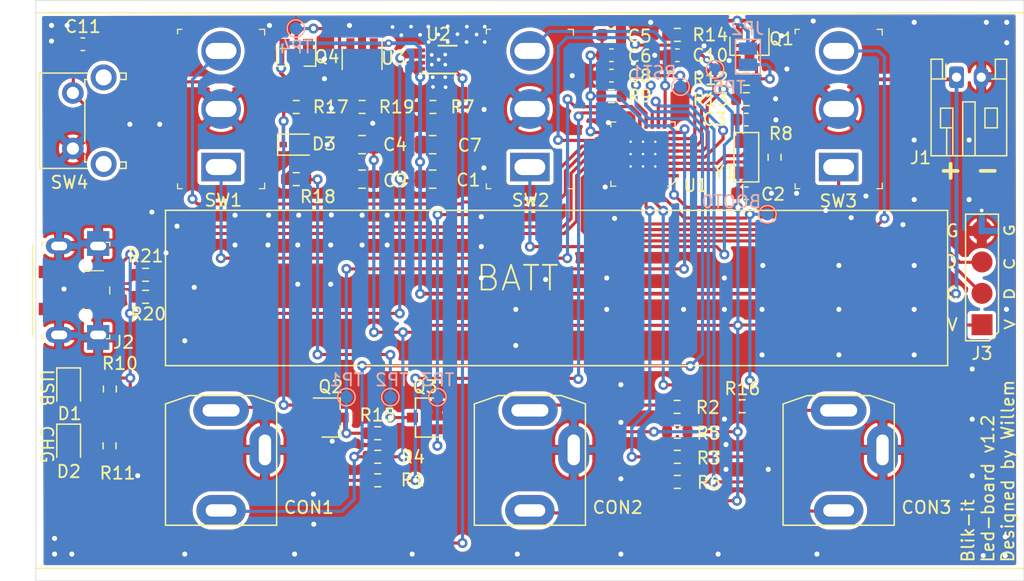
<source format=kicad_pcb>
(kicad_pcb (version 20171130) (host pcbnew "(5.1.9-0-10_14)")

  (general
    (thickness 1.6)
    (drawings 31)
    (tracks 801)
    (zones 0)
    (modules 61)
    (nets 49)
  )

  (page A4)
  (title_block
    (title Ledtruck)
    (rev 1.1)
    (company HollandTricks.com)
  )

  (layers
    (0 F.Cu signal)
    (31 B.Cu signal)
    (32 B.Adhes user hide)
    (33 F.Adhes user hide)
    (34 B.Paste user hide)
    (35 F.Paste user hide)
    (36 B.SilkS user)
    (37 F.SilkS user)
    (38 B.Mask user hide)
    (39 F.Mask user hide)
    (40 Dwgs.User user hide)
    (41 Cmts.User user hide)
    (42 Eco1.User user hide)
    (43 Eco2.User user hide)
    (44 Edge.Cuts user)
    (45 Margin user)
    (46 B.CrtYd user hide)
    (47 F.CrtYd user hide)
    (48 B.Fab user hide)
    (49 F.Fab user hide)
  )

  (setup
    (last_trace_width 0.254)
    (user_trace_width 0.3048)
    (trace_clearance 0.2032)
    (zone_clearance 0.3048)
    (zone_45_only no)
    (trace_min 0.2)
    (via_size 0.8128)
    (via_drill 0.4064)
    (via_min_size 0.4)
    (via_min_drill 0.3)
    (user_via 0.6 0.3)
    (user_via 0.8 0.4)
    (uvia_size 0.3048)
    (uvia_drill 0.1016)
    (uvias_allowed no)
    (uvia_min_size 0.2)
    (uvia_min_drill 0.1)
    (edge_width 0.05)
    (segment_width 0.2)
    (pcb_text_width 0.3)
    (pcb_text_size 1.5 1.5)
    (mod_edge_width 0.12)
    (mod_text_size 1 1)
    (mod_text_width 0.15)
    (pad_size 2 2.5)
    (pad_drill 0.6)
    (pad_to_mask_clearance 0)
    (aux_axis_origin 0 0)
    (visible_elements FFFFEF7F)
    (pcbplotparams
      (layerselection 0x011fc_ffffffff)
      (usegerberextensions true)
      (usegerberattributes false)
      (usegerberadvancedattributes false)
      (creategerberjobfile false)
      (excludeedgelayer true)
      (linewidth 0.100000)
      (plotframeref false)
      (viasonmask false)
      (mode 1)
      (useauxorigin false)
      (hpglpennumber 1)
      (hpglpenspeed 20)
      (hpglpendiameter 15.000000)
      (psnegative false)
      (psa4output false)
      (plotreference true)
      (plotvalue false)
      (plotinvisibletext false)
      (padsonsilk false)
      (subtractmaskfromsilk true)
      (outputformat 1)
      (mirror false)
      (drillshape 0)
      (scaleselection 1)
      (outputdirectory "gerber/"))
  )

  (net 0 "")
  (net 1 GND)
  (net 2 VBUS)
  (net 3 "Net-(C2-Pad1)")
  (net 4 "Net-(C3-Pad1)")
  (net 5 +3V3)
  (net 6 +BATT)
  (net 7 "Net-(CON1-Pad2)")
  (net 8 "Net-(CON2-Pad2)")
  (net 9 "Net-(CON3-Pad2)")
  (net 10 SWCLK)
  (net 11 SWDIO)
  (net 12 LED1)
  (net 13 LED2)
  (net 14 LED3)
  (net 15 DET1)
  (net 16 DET2)
  (net 17 DET3)
  (net 18 "Net-(R11-Pad2)")
  (net 19 MEAS_VBATT)
  (net 20 SWITCH12)
  (net 21 SWITCH1)
  (net 22 SWITCH22)
  (net 23 SWITCH2)
  (net 24 SWITCH32)
  (net 25 SWITCH3)
  (net 26 "Net-(U1-Pad25)")
  (net 27 "Net-(U1-Pad15)")
  (net 28 "Net-(U1-Pad26)")
  (net 29 BOOT0)
  (net 30 "Net-(U1-Pad32)")
  (net 31 "Net-(U1-Pad16)")
  (net 32 "Net-(U3-Pad4)")
  (net 33 "Net-(JP2-Pad2)")
  (net 34 MEAS_EN)
  (net 35 BTN_PWR)
  (net 36 PW_HOLD)
  (net 37 /PSU_BTN_RAW)
  (net 38 /PSU_EN)
  (net 39 /PSU_EN_BUF)
  (net 40 /CHG_5V_LED)
  (net 41 /CHG_STAT_LED)
  (net 42 /CHG_PROG)
  (net 43 /RST)
  (net 44 USB_D-)
  (net 45 USB_D+)
  (net 46 USB_D1+)
  (net 47 USB_D1-)
  (net 48 "Net-(U2-Pad7)")

  (net_class Default "This is the default net class."
    (clearance 0.2032)
    (trace_width 0.254)
    (via_dia 0.8128)
    (via_drill 0.4064)
    (uvia_dia 0.3048)
    (uvia_drill 0.1016)
    (diff_pair_width 0.2032)
    (diff_pair_gap 0.254)
    (add_net +3V3)
    (add_net +BATT)
    (add_net /CHG_5V_LED)
    (add_net /CHG_PROG)
    (add_net /CHG_STAT_LED)
    (add_net /PSU_BTN_RAW)
    (add_net /PSU_EN)
    (add_net /PSU_EN_BUF)
    (add_net /RST)
    (add_net BOOT0)
    (add_net BTN_PWR)
    (add_net DET1)
    (add_net DET2)
    (add_net DET3)
    (add_net GND)
    (add_net LED1)
    (add_net LED2)
    (add_net LED3)
    (add_net MEAS_EN)
    (add_net MEAS_VBATT)
    (add_net "Net-(C2-Pad1)")
    (add_net "Net-(C3-Pad1)")
    (add_net "Net-(CON1-Pad2)")
    (add_net "Net-(CON2-Pad2)")
    (add_net "Net-(CON3-Pad2)")
    (add_net "Net-(JP2-Pad2)")
    (add_net "Net-(R11-Pad2)")
    (add_net "Net-(U1-Pad15)")
    (add_net "Net-(U1-Pad16)")
    (add_net "Net-(U1-Pad25)")
    (add_net "Net-(U1-Pad26)")
    (add_net "Net-(U1-Pad32)")
    (add_net "Net-(U2-Pad7)")
    (add_net "Net-(U3-Pad4)")
    (add_net PW_HOLD)
    (add_net SWCLK)
    (add_net SWDIO)
    (add_net SWITCH1)
    (add_net SWITCH12)
    (add_net SWITCH2)
    (add_net SWITCH22)
    (add_net SWITCH3)
    (add_net SWITCH32)
    (add_net USB_D+)
    (add_net USB_D-)
    (add_net USB_D1+)
    (add_net USB_D1-)
    (add_net VBUS)
  )

  (net_class POWER ""
    (clearance 0.2032)
    (trace_width 0.3048)
    (via_dia 0.8128)
    (via_drill 0.4064)
    (uvia_dia 0.3048)
    (uvia_drill 0.1016)
    (diff_pair_width 0.2032)
    (diff_pair_gap 0.254)
  )

  (net_class USB ""
    (clearance 0.2032)
    (trace_width 0.254)
    (via_dia 0.8128)
    (via_drill 0.4064)
    (uvia_dia 0.3048)
    (uvia_drill 0.1016)
    (diff_pair_width 0.2032)
    (diff_pair_gap 0.254)
  )

  (net_class USB_R ""
    (clearance 0.2032)
    (trace_width 0.254)
    (via_dia 0.8128)
    (via_drill 0.4064)
    (uvia_dia 0.3048)
    (uvia_drill 0.1016)
    (diff_pair_width 0.2032)
    (diff_pair_gap 0.254)
  )

  (module MySymbols:SWD_Programming_pads (layer F.Cu) (tedit 609A77AC) (tstamp 609B3F94)
    (at 76.6064 26.2636 180)
    (descr "Through hole straight pin header, 1x04, 2.54mm pitch, single row")
    (tags "Through hole pin header THT 1x04 2.54mm single row")
    (path /6023E390)
    (fp_text reference J3 (at 0 -2.33) (layer F.SilkS)
      (effects (font (size 1 1) (thickness 0.15)))
    )
    (fp_text value Conn_01x04 (at 0 9.95) (layer F.Fab)
      (effects (font (size 1 1) (thickness 0.15)))
    )
    (fp_text user G (at 2.4 7.6) (layer F.SilkS)
      (effects (font (size 1 1) (thickness 0.15)))
    )
    (fp_text user D (at 2.5 5.1) (layer F.SilkS)
      (effects (font (size 1 1) (thickness 0.15)))
    )
    (fp_text user C (at 2.4 2.5) (layer F.SilkS)
      (effects (font (size 1 1) (thickness 0.15)))
    )
    (fp_text user V (at 2.4 0) (layer F.SilkS)
      (effects (font (size 1 1) (thickness 0.15)))
    )
    (fp_text user %R (at 0.2 3.7 90) (layer F.Fab)
      (effects (font (size 1 1) (thickness 0.15)))
    )
    (fp_line (start 1.8 -1.8) (end -1.8 -1.8) (layer F.CrtYd) (width 0.05))
    (fp_line (start 1.8 9.4) (end 1.8 -1.8) (layer F.CrtYd) (width 0.05))
    (fp_line (start -1.8 9.4) (end 1.8 9.4) (layer F.CrtYd) (width 0.05))
    (fp_line (start -1.8 -1.8) (end -1.8 9.4) (layer F.CrtYd) (width 0.05))
    (fp_line (start -0.6 -1.3) (end 1.33 -1.3) (layer F.SilkS) (width 0.12))
    (fp_line (start 1.33 -1.3) (end 1.33 8.95) (layer F.SilkS) (width 0.12))
    (fp_line (start -1.33 -0.6) (end -1.33 8.95) (layer F.SilkS) (width 0.12))
    (fp_line (start -1.33 8.95) (end 1.33 8.95) (layer F.SilkS) (width 0.12))
    (fp_line (start -1.27 -0.635) (end -0.635 -1.27) (layer F.Fab) (width 0.1))
    (fp_line (start -1.27 8.89) (end -1.27 -0.635) (layer F.Fab) (width 0.1))
    (fp_line (start 1.27 8.89) (end -1.27 8.89) (layer F.Fab) (width 0.1))
    (fp_line (start 1.27 -1.27) (end 1.27 8.89) (layer F.Fab) (width 0.1))
    (fp_line (start -0.635 -1.27) (end 1.27 -1.27) (layer F.Fab) (width 0.1))
    (fp_line (start -0.6 -1.3) (end -1.33 -0.6) (layer F.SilkS) (width 0.12))
    (pad 4 smd oval (at 0 7.62 180) (size 1.7 1.7) (layers F.Cu F.Paste F.Mask)
      (net 1 GND))
    (pad 3 smd oval (at 0 5.08 180) (size 1.7 1.7) (layers F.Cu F.Paste F.Mask)
      (net 10 SWCLK))
    (pad 2 smd oval (at 0 2.54 180) (size 1.7 1.7) (layers F.Cu F.Paste F.Mask)
      (net 11 SWDIO))
    (pad 1 smd rect (at 0 0 180) (size 1.7 1.7) (layers F.Cu F.Paste F.Mask)
      (net 5 +3V3))
  )

  (module MySymbols:3,5mm_straight_square (layer F.Cu) (tedit 609A4A47) (tstamp 6027EEB4)
    (at 65 37)
    (path /6021F7DC)
    (fp_text reference CON3 (at 7.112 4.064) (layer F.SilkS)
      (effects (font (size 1 1) (thickness 0.15)))
    )
    (fp_text value PS000175 (at 0.762 -6.35) (layer F.Fab)
      (effects (font (size 1 1) (thickness 0.15)))
    )
    (fp_line (start -4.2 0) (end 4.2 0) (layer Dwgs.User) (width 0.12))
    (fp_line (start 0 -4.2) (end 0 4.2) (layer Dwgs.User) (width 0.12))
    (fp_line (start 4.5 -4.322) (end 2.54 -5) (layer F.SilkS) (width 0.12))
    (fp_line (start -4.5 -4.322) (end -2.54 -5) (layer F.SilkS) (width 0.12))
    (fp_line (start -4.5 5.5) (end -4.5 -4.322) (layer F.SilkS) (width 0.12))
    (fp_line (start 4.5 5.5) (end -4.5 5.5) (layer F.SilkS) (width 0.12))
    (fp_line (start 4.5 -4.322) (end 4.5 5.5) (layer F.SilkS) (width 0.12))
    (fp_line (start -2.54 -5) (end 2.54 -5) (layer F.SilkS) (width 0.12))
    (fp_circle (center 0 0) (end 4.2 0) (layer Dwgs.User) (width 0.12))
    (pad 2 thru_hole oval (at 0 -3.8) (size 4.5 2.5) (drill oval 3 1) (layers *.Cu *.Mask)
      (net 9 "Net-(CON3-Pad2)"))
    (pad 1 thru_hole oval (at 3.55 -0.6 90) (size 4 2.5) (drill oval 2.5 1) (layers *.Cu *.Mask)
      (net 1 GND))
    (pad 5 thru_hole oval (at 0 4.3) (size 4 2.5) (drill oval 2.5 1) (layers *.Cu *.Mask)
      (net 17 DET3))
  )

  (module MySymbols:3,5mm_straight_square locked (layer F.Cu) (tedit 609A4A47) (tstamp 6027EEAD)
    (at 40 37)
    (path /6021DB86)
    (fp_text reference CON2 (at 7.112 4.064) (layer F.SilkS)
      (effects (font (size 1 1) (thickness 0.15)))
    )
    (fp_text value PS000175 (at 0.762 -6.35) (layer F.Fab)
      (effects (font (size 1 1) (thickness 0.15)))
    )
    (fp_line (start -4.2 0) (end 4.2 0) (layer Dwgs.User) (width 0.12))
    (fp_line (start 0 -4.2) (end 0 4.2) (layer Dwgs.User) (width 0.12))
    (fp_line (start 4.5 -4.322) (end 2.54 -5) (layer F.SilkS) (width 0.12))
    (fp_line (start -4.5 -4.322) (end -2.54 -5) (layer F.SilkS) (width 0.12))
    (fp_line (start -4.5 5.5) (end -4.5 -4.322) (layer F.SilkS) (width 0.12))
    (fp_line (start 4.5 5.5) (end -4.5 5.5) (layer F.SilkS) (width 0.12))
    (fp_line (start 4.5 -4.322) (end 4.5 5.5) (layer F.SilkS) (width 0.12))
    (fp_line (start -2.54 -5) (end 2.54 -5) (layer F.SilkS) (width 0.12))
    (fp_circle (center 0 0) (end 4.2 0) (layer Dwgs.User) (width 0.12))
    (pad 2 thru_hole oval (at 0 -3.8) (size 4.5 2.5) (drill oval 3 1) (layers *.Cu *.Mask)
      (net 8 "Net-(CON2-Pad2)"))
    (pad 1 thru_hole oval (at 3.55 -0.6 90) (size 4 2.5) (drill oval 2.5 1) (layers *.Cu *.Mask)
      (net 1 GND))
    (pad 5 thru_hole oval (at 0 4.3) (size 4 2.5) (drill oval 2.5 1) (layers *.Cu *.Mask)
      (net 16 DET2))
  )

  (module MySymbols:3,5mm_straight_square (layer F.Cu) (tedit 609A4A47) (tstamp 6027EEA6)
    (at 15 37)
    (path /6021CA8A)
    (fp_text reference CON1 (at 7.112 4.064) (layer F.SilkS)
      (effects (font (size 1 1) (thickness 0.15)))
    )
    (fp_text value PS000175 (at 0.762 -6.35) (layer F.Fab)
      (effects (font (size 1 1) (thickness 0.15)))
    )
    (fp_line (start -4.2 0) (end 4.2 0) (layer Dwgs.User) (width 0.12))
    (fp_line (start 0 -4.2) (end 0 4.2) (layer Dwgs.User) (width 0.12))
    (fp_line (start 4.5 -4.322) (end 2.54 -5) (layer F.SilkS) (width 0.12))
    (fp_line (start -4.5 -4.322) (end -2.54 -5) (layer F.SilkS) (width 0.12))
    (fp_line (start -4.5 5.5) (end -4.5 -4.322) (layer F.SilkS) (width 0.12))
    (fp_line (start 4.5 5.5) (end -4.5 5.5) (layer F.SilkS) (width 0.12))
    (fp_line (start 4.5 -4.322) (end 4.5 5.5) (layer F.SilkS) (width 0.12))
    (fp_line (start -2.54 -5) (end 2.54 -5) (layer F.SilkS) (width 0.12))
    (fp_circle (center 0 0) (end 4.2 0) (layer Dwgs.User) (width 0.12))
    (pad 2 thru_hole oval (at 0 -3.8) (size 4.5 2.5) (drill oval 3 1) (layers *.Cu *.Mask)
      (net 7 "Net-(CON1-Pad2)"))
    (pad 1 thru_hole oval (at 3.55 -0.6 90) (size 4 2.5) (drill oval 2.5 1) (layers *.Cu *.Mask)
      (net 1 GND))
    (pad 5 thru_hole oval (at 0 4.3) (size 4 2.5) (drill oval 2.5 1) (layers *.Cu *.Mask)
      (net 15 DET1))
  )

  (module Package_DFN_QFN:DFN-8-1EP_3x2mm_P0.5mm_EP1.75x1.45mm (layer F.Cu) (tedit 5EA4BDA6) (tstamp 609ADB3E)
    (at 32.5882 4.8006)
    (descr "8-Lead Plastic Dual Flat, No Lead Package (MC) - 2x3x0.9 mm Body [DFN] (see Microchip Packaging Specification 00000049BS.pdf)")
    (tags "DFN 0.5")
    (path /60BBF61B)
    (clearance 0.1524)
    (attr smd)
    (fp_text reference U2 (at 0 -2.05) (layer F.SilkS)
      (effects (font (size 1 1) (thickness 0.15)))
    )
    (fp_text value MCP73832-2-MC (at 0 2.05) (layer F.Fab)
      (effects (font (size 1 1) (thickness 0.15)))
    )
    (fp_text user %R (at 0 0) (layer F.Fab)
      (effects (font (size 0.7 0.7) (thickness 0.105)))
    )
    (fp_line (start -0.5 -1) (end 1.5 -1) (layer F.Fab) (width 0.15))
    (fp_line (start 1.5 -1) (end 1.5 1) (layer F.Fab) (width 0.15))
    (fp_line (start 1.5 1) (end -1.5 1) (layer F.Fab) (width 0.15))
    (fp_line (start -1.5 1) (end -1.5 0) (layer F.Fab) (width 0.15))
    (fp_line (start -1.5 0) (end -0.5 -1) (layer F.Fab) (width 0.15))
    (fp_line (start -2.1 -1.3) (end -2.1 1.3) (layer F.CrtYd) (width 0.05))
    (fp_line (start 2.1 -1.3) (end 2.1 1.3) (layer F.CrtYd) (width 0.05))
    (fp_line (start -2.1 -1.3) (end 2.1 -1.3) (layer F.CrtYd) (width 0.05))
    (fp_line (start -2.1 1.3) (end 2.1 1.3) (layer F.CrtYd) (width 0.05))
    (fp_line (start -1.5 1.125) (end 1.5 1.125) (layer F.SilkS) (width 0.15))
    (fp_line (start 0 -1.125) (end 1.5 -1.125) (layer F.SilkS) (width 0.15))
    (pad "" smd rect (at -0.4375 -0.3625) (size 0.71 0.58) (layers F.Paste))
    (pad "" smd rect (at 0.4375 -0.3625) (size 0.71 0.58) (layers F.Paste))
    (pad "" smd rect (at 0.4375 0.3625) (size 0.71 0.58) (layers F.Paste))
    (pad 9 smd rect (at 0 0) (size 1.75 1.45) (layers F.Cu F.Mask)
      (net 1 GND))
    (pad "" smd rect (at -0.4375 0.3625) (size 0.71 0.58) (layers F.Paste))
    (pad 8 smd rect (at 1.45 -0.75) (size 0.75 0.3) (layers F.Cu F.Paste F.Mask)
      (net 42 /CHG_PROG))
    (pad 7 smd rect (at 1.45 -0.25) (size 0.75 0.3) (layers F.Cu F.Paste F.Mask)
      (net 48 "Net-(U2-Pad7)"))
    (pad 6 smd rect (at 1.45 0.25) (size 0.75 0.3) (layers F.Cu F.Paste F.Mask)
      (net 1 GND))
    (pad 5 smd rect (at 1.45 0.75) (size 0.75 0.3) (layers F.Cu F.Paste F.Mask)
      (net 18 "Net-(R11-Pad2)"))
    (pad 4 smd rect (at -1.45 0.75) (size 0.75 0.3) (layers F.Cu F.Paste F.Mask)
      (net 6 +BATT))
    (pad 3 smd rect (at -1.45 0.25) (size 0.75 0.3) (layers F.Cu F.Paste F.Mask)
      (net 6 +BATT))
    (pad 2 smd rect (at -1.45 -0.25) (size 0.75 0.3) (layers F.Cu F.Paste F.Mask)
      (net 2 VBUS))
    (pad 1 smd rect (at -1.45 -0.75) (size 0.75 0.3) (layers F.Cu F.Paste F.Mask)
      (net 2 VBUS))
    (model ${KISYS3DMOD}/Package_DFN_QFN.3dshapes/DFN-8-1EP_3x2mm_P0.5mm_EP1.75x1.45mm.wrl
      (at (xyz 0 0 0))
      (scale (xyz 1 1 1))
      (rotate (xyz 0 0 0))
    )
  )

  (module Resistor_SMD:R_0603_1608Metric (layer F.Cu) (tedit 5F68FEEE) (tstamp 607AE1F7)
    (at 8.89 22.225 180)
    (descr "Resistor SMD 0603 (1608 Metric), square (rectangular) end terminal, IPC_7351 nominal, (Body size source: IPC-SM-782 page 72, https://www.pcb-3d.com/wordpress/wp-content/uploads/ipc-sm-782a_amendment_1_and_2.pdf), generated with kicad-footprint-generator")
    (tags resistor)
    (path /6084D5CF)
    (attr smd)
    (fp_text reference R21 (at 0 1.524) (layer F.SilkS)
      (effects (font (size 1 1) (thickness 0.15)))
    )
    (fp_text value 22R (at 0 1.43) (layer F.Fab)
      (effects (font (size 1 1) (thickness 0.15)))
    )
    (fp_line (start 1.48 0.73) (end -1.48 0.73) (layer F.CrtYd) (width 0.05))
    (fp_line (start 1.48 -0.73) (end 1.48 0.73) (layer F.CrtYd) (width 0.05))
    (fp_line (start -1.48 -0.73) (end 1.48 -0.73) (layer F.CrtYd) (width 0.05))
    (fp_line (start -1.48 0.73) (end -1.48 -0.73) (layer F.CrtYd) (width 0.05))
    (fp_line (start -0.237258 0.5225) (end 0.237258 0.5225) (layer F.SilkS) (width 0.12))
    (fp_line (start -0.237258 -0.5225) (end 0.237258 -0.5225) (layer F.SilkS) (width 0.12))
    (fp_line (start 0.8 0.4125) (end -0.8 0.4125) (layer F.Fab) (width 0.1))
    (fp_line (start 0.8 -0.4125) (end 0.8 0.4125) (layer F.Fab) (width 0.1))
    (fp_line (start -0.8 -0.4125) (end 0.8 -0.4125) (layer F.Fab) (width 0.1))
    (fp_line (start -0.8 0.4125) (end -0.8 -0.4125) (layer F.Fab) (width 0.1))
    (fp_text user %R (at 0 0) (layer F.Fab)
      (effects (font (size 0.4 0.4) (thickness 0.06)))
    )
    (pad 2 smd roundrect (at 0.825 0 180) (size 0.8 0.95) (layers F.Cu F.Paste F.Mask) (roundrect_rratio 0.25)
      (net 44 USB_D-))
    (pad 1 smd roundrect (at -0.825 0 180) (size 0.8 0.95) (layers F.Cu F.Paste F.Mask) (roundrect_rratio 0.25)
      (net 47 USB_D1-))
    (model ${KISYS3DMOD}/Resistor_SMD.3dshapes/R_0603_1608Metric.wrl
      (at (xyz 0 0 0))
      (scale (xyz 1 1 1))
      (rotate (xyz 0 0 0))
    )
  )

  (module Resistor_SMD:R_0603_1608Metric (layer F.Cu) (tedit 5F68FEEE) (tstamp 607AE1E6)
    (at 8.89 24.003)
    (descr "Resistor SMD 0603 (1608 Metric), square (rectangular) end terminal, IPC_7351 nominal, (Body size source: IPC-SM-782 page 72, https://www.pcb-3d.com/wordpress/wp-content/uploads/ipc-sm-782a_amendment_1_and_2.pdf), generated with kicad-footprint-generator")
    (tags resistor)
    (path /60865A0A)
    (attr smd)
    (fp_text reference R20 (at 0.2032 1.397) (layer F.SilkS)
      (effects (font (size 1 1) (thickness 0.15)))
    )
    (fp_text value 22R (at 0 1.43) (layer F.Fab)
      (effects (font (size 1 1) (thickness 0.15)))
    )
    (fp_line (start 1.48 0.73) (end -1.48 0.73) (layer F.CrtYd) (width 0.05))
    (fp_line (start 1.48 -0.73) (end 1.48 0.73) (layer F.CrtYd) (width 0.05))
    (fp_line (start -1.48 -0.73) (end 1.48 -0.73) (layer F.CrtYd) (width 0.05))
    (fp_line (start -1.48 0.73) (end -1.48 -0.73) (layer F.CrtYd) (width 0.05))
    (fp_line (start -0.237258 0.5225) (end 0.237258 0.5225) (layer F.SilkS) (width 0.12))
    (fp_line (start -0.237258 -0.5225) (end 0.237258 -0.5225) (layer F.SilkS) (width 0.12))
    (fp_line (start 0.8 0.4125) (end -0.8 0.4125) (layer F.Fab) (width 0.1))
    (fp_line (start 0.8 -0.4125) (end 0.8 0.4125) (layer F.Fab) (width 0.1))
    (fp_line (start -0.8 -0.4125) (end 0.8 -0.4125) (layer F.Fab) (width 0.1))
    (fp_line (start -0.8 0.4125) (end -0.8 -0.4125) (layer F.Fab) (width 0.1))
    (fp_text user %R (at 0 0) (layer F.Fab)
      (effects (font (size 0.4 0.4) (thickness 0.06)))
    )
    (pad 2 smd roundrect (at 0.825 0) (size 0.8 0.95) (layers F.Cu F.Paste F.Mask) (roundrect_rratio 0.25)
      (net 46 USB_D1+))
    (pad 1 smd roundrect (at -0.825 0) (size 0.8 0.95) (layers F.Cu F.Paste F.Mask) (roundrect_rratio 0.25)
      (net 45 USB_D+))
    (model ${KISYS3DMOD}/Resistor_SMD.3dshapes/R_0603_1608Metric.wrl
      (at (xyz 0 0 0))
      (scale (xyz 1 1 1))
      (rotate (xyz 0 0 0))
    )
  )

  (module MySymbols:TestPoint_SMD_R (layer B.Cu) (tedit 607AC878) (tstamp 607B3F4A)
    (at 54.991 5.588)
    (path /61292A00)
    (fp_text reference TP5 (at 1.1176 1.4732) (layer B.SilkS)
      (effects (font (size 1 1) (thickness 0.15)) (justify mirror))
    )
    (fp_text value TestPoint (at 0 0.5) (layer B.Fab)
      (effects (font (size 1 1) (thickness 0.15)) (justify mirror))
    )
    (fp_circle (center 0 0) (end -0.1 0.7) (layer B.SilkS) (width 0.12))
    (pad 1 smd circle (at 0 0) (size 1 1) (layers B.Cu B.Paste B.Mask)
      (net 19 MEAS_VBATT))
  )

  (module MySymbols:TestPoint_SMD_R (layer B.Cu) (tedit 607AC878) (tstamp 607B3F45)
    (at 21.0566 2.286)
    (path /6126C13B)
    (fp_text reference TP4 (at -0.0254 1.4986) (layer B.SilkS)
      (effects (font (size 1 1) (thickness 0.15)) (justify mirror))
    )
    (fp_text value TestPoint (at 0 0.5) (layer B.Fab)
      (effects (font (size 1 1) (thickness 0.15)) (justify mirror))
    )
    (fp_circle (center 0 0) (end -0.1 0.7) (layer B.SilkS) (width 0.12))
    (pad 1 smd circle (at 0 0) (size 1 1) (layers B.Cu B.Paste B.Mask)
      (net 39 /PSU_EN_BUF))
  )

  (module MySymbols:TestPoint_SMD_R (layer B.Cu) (tedit 607AC878) (tstamp 607B3F40)
    (at 32.512 32.131)
    (path /6127A0CD)
    (fp_text reference TP3 (at 0 -1.397) (layer B.SilkS)
      (effects (font (size 1 1) (thickness 0.15)) (justify mirror))
    )
    (fp_text value TestPoint (at 0 0.5) (layer B.Fab)
      (effects (font (size 1 1) (thickness 0.15)) (justify mirror))
    )
    (fp_circle (center 0 0) (end -0.1 0.7) (layer B.SilkS) (width 0.12))
    (pad 1 smd circle (at 0 0) (size 1 1) (layers B.Cu B.Paste B.Mask)
      (net 36 PW_HOLD))
  )

  (module MySymbols:TestPoint_SMD_R (layer B.Cu) (tedit 607AC878) (tstamp 607B3F3B)
    (at 28.702 32.131)
    (path /6126E4C4)
    (fp_text reference TP2 (at 0.127 -1.397) (layer B.SilkS)
      (effects (font (size 1 1) (thickness 0.15)) (justify mirror))
    )
    (fp_text value TestPoint (at 0 0.5) (layer B.Fab)
      (effects (font (size 1 1) (thickness 0.15)) (justify mirror))
    )
    (fp_circle (center 0 0) (end -0.1 0.7) (layer B.SilkS) (width 0.12))
    (pad 1 smd circle (at 0 0) (size 1 1) (layers B.Cu B.Paste B.Mask)
      (net 38 /PSU_EN))
  )

  (module MySymbols:TestPoint_SMD_R (layer B.Cu) (tedit 607AC878) (tstamp 607B3F36)
    (at 25.146 32.131)
    (path /61285AF0)
    (fp_text reference TP1 (at 0 -1.397) (layer B.SilkS)
      (effects (font (size 1 1) (thickness 0.15)) (justify mirror))
    )
    (fp_text value TestPoint (at 0 0.5) (layer B.Fab)
      (effects (font (size 1 1) (thickness 0.15)) (justify mirror))
    )
    (fp_circle (center 0 0) (end -0.1 0.7) (layer B.SilkS) (width 0.12))
    (pad 1 smd circle (at 0 0) (size 1 1) (layers B.Cu B.Paste B.Mask)
      (net 35 BTN_PWR))
  )

  (module MySymbols:TestPoint_SMD_R (layer B.Cu) (tedit 607AC878) (tstamp 607B4251)
    (at 52.197 6.985)
    (path /602E0E6F)
    (fp_text reference RST1 (at -2.159 -1.143) (layer B.SilkS)
      (effects (font (size 1 1) (thickness 0.15)) (justify mirror))
    )
    (fp_text value TestPoint (at 0 0.5) (layer B.Fab)
      (effects (font (size 1 1) (thickness 0.15)) (justify mirror))
    )
    (fp_circle (center 0 0) (end -0.1 0.7) (layer B.SilkS) (width 0.12))
    (pad 1 smd circle (at 0 0) (size 1 1) (layers B.Cu B.Paste B.Mask)
      (net 43 /RST))
  )

  (module MySymbols:TestPoint_SMD_R (layer B.Cu) (tedit 607AC878) (tstamp 605EC19A)
    (at 59.2328 17.3228)
    (path /603CA33B)
    (fp_text reference BOOT0 (at -2.916 -1.016) (layer B.SilkS)
      (effects (font (size 1 1) (thickness 0.15)) (justify mirror))
    )
    (fp_text value TestPoint (at 0 0.5) (layer B.Fab)
      (effects (font (size 1 1) (thickness 0.15)) (justify mirror))
    )
    (fp_circle (center 0 0) (end -0.1 0.7) (layer B.SilkS) (width 0.12))
    (pad 1 smd circle (at 0 0) (size 1 1) (layers B.Cu B.Paste B.Mask)
      (net 29 BOOT0))
  )

  (module Button_Switch_THT:SW_Tactile_SPST_Angled_PTS645Vx58-2LFS (layer F.Cu) (tedit 5A02FE31) (tstamp 6078BE07)
    (at 3 12 90)
    (descr "tactile switch SPST right angle, PTS645VL58-2 LFS")
    (tags "tactile switch SPST angled PTS645VL58-2 LFS C&K Button")
    (path /60AB08BC)
    (fp_text reference SW4 (at -2.7432 -0.2794 180) (layer F.SilkS)
      (effects (font (size 1 1) (thickness 0.15)))
    )
    (fp_text value SW_Push (at 2.25 5.38988 90) (layer F.Fab)
      (effects (font (size 1 1) (thickness 0.15)))
    )
    (fp_line (start 0.5 -5.85) (end 0.5 -2.59) (layer F.Fab) (width 0.1))
    (fp_line (start 4 -5.85) (end 4 -2.59) (layer F.Fab) (width 0.1))
    (fp_line (start 0.5 -5.85) (end 4 -5.85) (layer F.Fab) (width 0.1))
    (fp_line (start -1.09 0.97) (end -1.09 1.2) (layer F.SilkS) (width 0.12))
    (fp_line (start 5.7 4.2) (end 5.7 0.86) (layer F.Fab) (width 0.1))
    (fp_line (start -1.5 4.2) (end -1.2 4.2) (layer F.Fab) (width 0.1))
    (fp_line (start -1.2 0.86) (end 5.7 0.86) (layer F.Fab) (width 0.1))
    (fp_line (start 6 4.2) (end 6 -2.59) (layer F.Fab) (width 0.1))
    (fp_line (start -2.5 -2.8) (end 7.05 -2.8) (layer F.CrtYd) (width 0.05))
    (fp_line (start 7.05 -2.8) (end 7.05 4.45) (layer F.CrtYd) (width 0.05))
    (fp_line (start 7.05 4.45) (end -2.5 4.45) (layer F.CrtYd) (width 0.05))
    (fp_line (start -2.5 4.45) (end -2.5 -2.8) (layer F.CrtYd) (width 0.05))
    (fp_line (start -1.61 -2.7) (end 6.11 -2.7) (layer F.SilkS) (width 0.12))
    (fp_line (start 6.11 -2.7) (end 6.11 1.2) (layer F.SilkS) (width 0.12))
    (fp_line (start -1.61 4.31) (end -1.09 4.31) (layer F.SilkS) (width 0.12))
    (fp_line (start -1.61 -2.7) (end -1.61 1.2) (layer F.SilkS) (width 0.12))
    (fp_line (start -1.5 -2.59) (end 6 -2.59) (layer F.Fab) (width 0.1))
    (fp_line (start -1.5 4.2) (end -1.5 -2.59) (layer F.Fab) (width 0.1))
    (fp_line (start 5.7 4.2) (end 6 4.2) (layer F.Fab) (width 0.1))
    (fp_line (start -1.2 4.2) (end -1.2 0.86) (layer F.Fab) (width 0.1))
    (fp_line (start 5.59 0.97) (end 5.59 1.2) (layer F.SilkS) (width 0.12))
    (fp_line (start -1.09 3.8) (end -1.09 4.31) (layer F.SilkS) (width 0.12))
    (fp_line (start -1.61 3.8) (end -1.61 4.31) (layer F.SilkS) (width 0.12))
    (fp_line (start 5.05 0.97) (end 5.59 0.97) (layer F.SilkS) (width 0.12))
    (fp_line (start 5.59 3.8) (end 5.59 4.31) (layer F.SilkS) (width 0.12))
    (fp_line (start 5.59 4.31) (end 6.11 4.31) (layer F.SilkS) (width 0.12))
    (fp_line (start 6.11 3.8) (end 6.11 4.31) (layer F.SilkS) (width 0.12))
    (fp_line (start -1.09 0.97) (end -0.55 0.97) (layer F.SilkS) (width 0.12))
    (fp_line (start 0.55 0.97) (end 3.95 0.97) (layer F.SilkS) (width 0.12))
    (fp_text user %R (at 2.25 1.68 90) (layer F.Fab)
      (effects (font (size 1 1) (thickness 0.15)))
    )
    (pad "" thru_hole circle (at -1.25 2.49 90) (size 2.1 2.1) (drill 1.3) (layers *.Cu *.Mask))
    (pad 1 thru_hole circle (at 0 0 90) (size 1.75 1.75) (drill 0.99) (layers *.Cu *.Mask)
      (net 1 GND))
    (pad 2 thru_hole circle (at 4.5 0 90) (size 1.75 1.75) (drill 0.99) (layers *.Cu *.Mask)
      (net 37 /PSU_BTN_RAW))
    (pad "" thru_hole circle (at 5.76 2.49 90) (size 2.1 2.1) (drill 1.3) (layers *.Cu *.Mask))
    (model ${KISYS3DMOD}/Button_Switch_THT.3dshapes/SW_Tactile_SPST_Angled_PTS645Vx58-2LFS.wrl
      (at (xyz 0 0 0))
      (scale (xyz 1 1 1))
      (rotate (xyz 0 0 0))
    )
  )

  (module Resistor_SMD:R_0603_1608Metric (layer F.Cu) (tedit 5F68FEEE) (tstamp 6078BD25)
    (at 26.416 8.636 180)
    (descr "Resistor SMD 0603 (1608 Metric), square (rectangular) end terminal, IPC_7351 nominal, (Body size source: IPC-SM-782 page 72, https://www.pcb-3d.com/wordpress/wp-content/uploads/ipc-sm-782a_amendment_1_and_2.pdf), generated with kicad-footprint-generator")
    (tags resistor)
    (path /60A05021)
    (attr smd)
    (fp_text reference R19 (at -2.794 0) (layer F.SilkS)
      (effects (font (size 1 1) (thickness 0.15)))
    )
    (fp_text value 10K (at 0 1.43) (layer F.Fab)
      (effects (font (size 1 1) (thickness 0.15)))
    )
    (fp_line (start -0.8 0.4125) (end -0.8 -0.4125) (layer F.Fab) (width 0.1))
    (fp_line (start -0.8 -0.4125) (end 0.8 -0.4125) (layer F.Fab) (width 0.1))
    (fp_line (start 0.8 -0.4125) (end 0.8 0.4125) (layer F.Fab) (width 0.1))
    (fp_line (start 0.8 0.4125) (end -0.8 0.4125) (layer F.Fab) (width 0.1))
    (fp_line (start -0.237258 -0.5225) (end 0.237258 -0.5225) (layer F.SilkS) (width 0.12))
    (fp_line (start -0.237258 0.5225) (end 0.237258 0.5225) (layer F.SilkS) (width 0.12))
    (fp_line (start -1.48 0.73) (end -1.48 -0.73) (layer F.CrtYd) (width 0.05))
    (fp_line (start -1.48 -0.73) (end 1.48 -0.73) (layer F.CrtYd) (width 0.05))
    (fp_line (start 1.48 -0.73) (end 1.48 0.73) (layer F.CrtYd) (width 0.05))
    (fp_line (start 1.48 0.73) (end -1.48 0.73) (layer F.CrtYd) (width 0.05))
    (fp_text user %R (at 0 0) (layer F.Fab)
      (effects (font (size 0.4 0.4) (thickness 0.06)))
    )
    (pad 2 smd roundrect (at 0.825 0 180) (size 0.8 0.95) (layers F.Cu F.Paste F.Mask) (roundrect_rratio 0.25)
      (net 39 /PSU_EN_BUF))
    (pad 1 smd roundrect (at -0.825 0 180) (size 0.8 0.95) (layers F.Cu F.Paste F.Mask) (roundrect_rratio 0.25)
      (net 1 GND))
    (model ${KISYS3DMOD}/Resistor_SMD.3dshapes/R_0603_1608Metric.wrl
      (at (xyz 0 0 0))
      (scale (xyz 1 1 1))
      (rotate (xyz 0 0 0))
    )
  )

  (module Resistor_SMD:R_0603_1608Metric (layer F.Cu) (tedit 5F68FEEE) (tstamp 6078BD14)
    (at 21.082 14.478)
    (descr "Resistor SMD 0603 (1608 Metric), square (rectangular) end terminal, IPC_7351 nominal, (Body size source: IPC-SM-782 page 72, https://www.pcb-3d.com/wordpress/wp-content/uploads/ipc-sm-782a_amendment_1_and_2.pdf), generated with kicad-footprint-generator")
    (tags resistor)
    (path /60A53C82)
    (attr smd)
    (fp_text reference R18 (at 1.7526 1.4224) (layer F.SilkS)
      (effects (font (size 1 1) (thickness 0.15)))
    )
    (fp_text value 10K (at 0 1.43) (layer F.Fab)
      (effects (font (size 1 1) (thickness 0.15)))
    )
    (fp_line (start -0.8 0.4125) (end -0.8 -0.4125) (layer F.Fab) (width 0.1))
    (fp_line (start -0.8 -0.4125) (end 0.8 -0.4125) (layer F.Fab) (width 0.1))
    (fp_line (start 0.8 -0.4125) (end 0.8 0.4125) (layer F.Fab) (width 0.1))
    (fp_line (start 0.8 0.4125) (end -0.8 0.4125) (layer F.Fab) (width 0.1))
    (fp_line (start -0.237258 -0.5225) (end 0.237258 -0.5225) (layer F.SilkS) (width 0.12))
    (fp_line (start -0.237258 0.5225) (end 0.237258 0.5225) (layer F.SilkS) (width 0.12))
    (fp_line (start -1.48 0.73) (end -1.48 -0.73) (layer F.CrtYd) (width 0.05))
    (fp_line (start -1.48 -0.73) (end 1.48 -0.73) (layer F.CrtYd) (width 0.05))
    (fp_line (start 1.48 -0.73) (end 1.48 0.73) (layer F.CrtYd) (width 0.05))
    (fp_line (start 1.48 0.73) (end -1.48 0.73) (layer F.CrtYd) (width 0.05))
    (fp_text user %R (at 0 0) (layer F.Fab)
      (effects (font (size 0.4 0.4) (thickness 0.06)))
    )
    (pad 2 smd roundrect (at 0.825 0) (size 0.8 0.95) (layers F.Cu F.Paste F.Mask) (roundrect_rratio 0.25)
      (net 38 /PSU_EN))
    (pad 1 smd roundrect (at -0.825 0) (size 0.8 0.95) (layers F.Cu F.Paste F.Mask) (roundrect_rratio 0.25)
      (net 6 +BATT))
    (model ${KISYS3DMOD}/Resistor_SMD.3dshapes/R_0603_1608Metric.wrl
      (at (xyz 0 0 0))
      (scale (xyz 1 1 1))
      (rotate (xyz 0 0 0))
    )
  )

  (module Resistor_SMD:R_0603_1608Metric (layer F.Cu) (tedit 5F68FEEE) (tstamp 6078BD03)
    (at 21.082 8.636 180)
    (descr "Resistor SMD 0603 (1608 Metric), square (rectangular) end terminal, IPC_7351 nominal, (Body size source: IPC-SM-782 page 72, https://www.pcb-3d.com/wordpress/wp-content/uploads/ipc-sm-782a_amendment_1_and_2.pdf), generated with kicad-footprint-generator")
    (tags resistor)
    (path /60A9C489)
    (attr smd)
    (fp_text reference R17 (at -2.794 0) (layer F.SilkS)
      (effects (font (size 1 1) (thickness 0.15)))
    )
    (fp_text value 10K (at 0 1.43) (layer F.Fab)
      (effects (font (size 1 1) (thickness 0.15)))
    )
    (fp_line (start -0.8 0.4125) (end -0.8 -0.4125) (layer F.Fab) (width 0.1))
    (fp_line (start -0.8 -0.4125) (end 0.8 -0.4125) (layer F.Fab) (width 0.1))
    (fp_line (start 0.8 -0.4125) (end 0.8 0.4125) (layer F.Fab) (width 0.1))
    (fp_line (start 0.8 0.4125) (end -0.8 0.4125) (layer F.Fab) (width 0.1))
    (fp_line (start -0.237258 -0.5225) (end 0.237258 -0.5225) (layer F.SilkS) (width 0.12))
    (fp_line (start -0.237258 0.5225) (end 0.237258 0.5225) (layer F.SilkS) (width 0.12))
    (fp_line (start -1.48 0.73) (end -1.48 -0.73) (layer F.CrtYd) (width 0.05))
    (fp_line (start -1.48 -0.73) (end 1.48 -0.73) (layer F.CrtYd) (width 0.05))
    (fp_line (start 1.48 -0.73) (end 1.48 0.73) (layer F.CrtYd) (width 0.05))
    (fp_line (start 1.48 0.73) (end -1.48 0.73) (layer F.CrtYd) (width 0.05))
    (fp_text user %R (at 0 0) (layer F.Fab)
      (effects (font (size 0.4 0.4) (thickness 0.06)))
    )
    (pad 2 smd roundrect (at 0.825 0 180) (size 0.8 0.95) (layers F.Cu F.Paste F.Mask) (roundrect_rratio 0.25)
      (net 37 /PSU_BTN_RAW))
    (pad 1 smd roundrect (at -0.825 0 180) (size 0.8 0.95) (layers F.Cu F.Paste F.Mask) (roundrect_rratio 0.25)
      (net 6 +BATT))
    (model ${KISYS3DMOD}/Resistor_SMD.3dshapes/R_0603_1608Metric.wrl
      (at (xyz 0 0 0))
      (scale (xyz 1 1 1))
      (rotate (xyz 0 0 0))
    )
  )

  (module Resistor_SMD:R_0603_1608Metric (layer F.Cu) (tedit 5F68FEEE) (tstamp 6078BCD2)
    (at 27.686 35.052 180)
    (descr "Resistor SMD 0603 (1608 Metric), square (rectangular) end terminal, IPC_7351 nominal, (Body size source: IPC-SM-782 page 72, https://www.pcb-3d.com/wordpress/wp-content/uploads/ipc-sm-782a_amendment_1_and_2.pdf), generated with kicad-footprint-generator")
    (tags resistor)
    (path /60C027EA)
    (attr smd)
    (fp_text reference R15 (at 0.0254 1.4732) (layer F.SilkS)
      (effects (font (size 1 1) (thickness 0.15)))
    )
    (fp_text value 10K (at 0 1.43) (layer F.Fab)
      (effects (font (size 1 1) (thickness 0.15)))
    )
    (fp_line (start -0.8 0.4125) (end -0.8 -0.4125) (layer F.Fab) (width 0.1))
    (fp_line (start -0.8 -0.4125) (end 0.8 -0.4125) (layer F.Fab) (width 0.1))
    (fp_line (start 0.8 -0.4125) (end 0.8 0.4125) (layer F.Fab) (width 0.1))
    (fp_line (start 0.8 0.4125) (end -0.8 0.4125) (layer F.Fab) (width 0.1))
    (fp_line (start -0.237258 -0.5225) (end 0.237258 -0.5225) (layer F.SilkS) (width 0.12))
    (fp_line (start -0.237258 0.5225) (end 0.237258 0.5225) (layer F.SilkS) (width 0.12))
    (fp_line (start -1.48 0.73) (end -1.48 -0.73) (layer F.CrtYd) (width 0.05))
    (fp_line (start -1.48 -0.73) (end 1.48 -0.73) (layer F.CrtYd) (width 0.05))
    (fp_line (start 1.48 -0.73) (end 1.48 0.73) (layer F.CrtYd) (width 0.05))
    (fp_line (start 1.48 0.73) (end -1.48 0.73) (layer F.CrtYd) (width 0.05))
    (fp_text user %R (at 0 0) (layer F.Fab)
      (effects (font (size 0.4 0.4) (thickness 0.06)))
    )
    (pad 2 smd roundrect (at 0.825 0 180) (size 0.8 0.95) (layers F.Cu F.Paste F.Mask) (roundrect_rratio 0.25)
      (net 35 BTN_PWR))
    (pad 1 smd roundrect (at -0.825 0 180) (size 0.8 0.95) (layers F.Cu F.Paste F.Mask) (roundrect_rratio 0.25)
      (net 5 +3V3))
    (model ${KISYS3DMOD}/Resistor_SMD.3dshapes/R_0603_1608Metric.wrl
      (at (xyz 0 0 0))
      (scale (xyz 1 1 1))
      (rotate (xyz 0 0 0))
    )
  )

  (module Package_TO_SOT_SMD:SOT-23 (layer F.Cu) (tedit 5A02FF57) (tstamp 6078BB01)
    (at 21.082 4.572 270)
    (descr "SOT-23, Standard")
    (tags SOT-23)
    (path /6079A2FC)
    (attr smd)
    (fp_text reference Q4 (at 0 -2.5 180) (layer F.SilkS)
      (effects (font (size 1 1) (thickness 0.15)))
    )
    (fp_text value BSS84 (at 0 2.5 90) (layer F.Fab)
      (effects (font (size 1 1) (thickness 0.15)))
    )
    (fp_line (start -0.7 -0.95) (end -0.7 1.5) (layer F.Fab) (width 0.1))
    (fp_line (start -0.15 -1.52) (end 0.7 -1.52) (layer F.Fab) (width 0.1))
    (fp_line (start -0.7 -0.95) (end -0.15 -1.52) (layer F.Fab) (width 0.1))
    (fp_line (start 0.7 -1.52) (end 0.7 1.52) (layer F.Fab) (width 0.1))
    (fp_line (start -0.7 1.52) (end 0.7 1.52) (layer F.Fab) (width 0.1))
    (fp_line (start 0.76 1.58) (end 0.76 0.65) (layer F.SilkS) (width 0.12))
    (fp_line (start 0.76 -1.58) (end 0.76 -0.65) (layer F.SilkS) (width 0.12))
    (fp_line (start -1.7 -1.75) (end 1.7 -1.75) (layer F.CrtYd) (width 0.05))
    (fp_line (start 1.7 -1.75) (end 1.7 1.75) (layer F.CrtYd) (width 0.05))
    (fp_line (start 1.7 1.75) (end -1.7 1.75) (layer F.CrtYd) (width 0.05))
    (fp_line (start -1.7 1.75) (end -1.7 -1.75) (layer F.CrtYd) (width 0.05))
    (fp_line (start 0.76 -1.58) (end -1.4 -1.58) (layer F.SilkS) (width 0.12))
    (fp_line (start 0.76 1.58) (end -0.7 1.58) (layer F.SilkS) (width 0.12))
    (fp_text user %R (at 0 0) (layer F.Fab)
      (effects (font (size 0.5 0.5) (thickness 0.075)))
    )
    (pad 3 smd rect (at 1 0 270) (size 0.9 0.8) (layers F.Cu F.Paste F.Mask)
      (net 39 /PSU_EN_BUF))
    (pad 2 smd rect (at -1 0.95 270) (size 0.9 0.8) (layers F.Cu F.Paste F.Mask)
      (net 6 +BATT))
    (pad 1 smd rect (at -1 -0.95 270) (size 0.9 0.8) (layers F.Cu F.Paste F.Mask)
      (net 38 /PSU_EN))
    (model ${KISYS3DMOD}/Package_TO_SOT_SMD.3dshapes/SOT-23.wrl
      (at (xyz 0 0 0))
      (scale (xyz 1 1 1))
      (rotate (xyz 0 0 0))
    )
  )

  (module Package_TO_SOT_SMD:SOT-23 (layer F.Cu) (tedit 5A02FF57) (tstamp 6078BAEC)
    (at 31.496 33.782 180)
    (descr "SOT-23, Standard")
    (tags SOT-23)
    (path /60C30108)
    (attr smd)
    (fp_text reference Q3 (at -0.0254 2.4892) (layer F.SilkS)
      (effects (font (size 1 1) (thickness 0.15)))
    )
    (fp_text value 2N7002 (at 0 2.5) (layer F.Fab)
      (effects (font (size 1 1) (thickness 0.15)))
    )
    (fp_line (start -0.7 -0.95) (end -0.7 1.5) (layer F.Fab) (width 0.1))
    (fp_line (start -0.15 -1.52) (end 0.7 -1.52) (layer F.Fab) (width 0.1))
    (fp_line (start -0.7 -0.95) (end -0.15 -1.52) (layer F.Fab) (width 0.1))
    (fp_line (start 0.7 -1.52) (end 0.7 1.52) (layer F.Fab) (width 0.1))
    (fp_line (start -0.7 1.52) (end 0.7 1.52) (layer F.Fab) (width 0.1))
    (fp_line (start 0.76 1.58) (end 0.76 0.65) (layer F.SilkS) (width 0.12))
    (fp_line (start 0.76 -1.58) (end 0.76 -0.65) (layer F.SilkS) (width 0.12))
    (fp_line (start -1.7 -1.75) (end 1.7 -1.75) (layer F.CrtYd) (width 0.05))
    (fp_line (start 1.7 -1.75) (end 1.7 1.75) (layer F.CrtYd) (width 0.05))
    (fp_line (start 1.7 1.75) (end -1.7 1.75) (layer F.CrtYd) (width 0.05))
    (fp_line (start -1.7 1.75) (end -1.7 -1.75) (layer F.CrtYd) (width 0.05))
    (fp_line (start 0.76 -1.58) (end -1.4 -1.58) (layer F.SilkS) (width 0.12))
    (fp_line (start 0.76 1.58) (end -0.7 1.58) (layer F.SilkS) (width 0.12))
    (fp_text user %R (at 0 0 90) (layer F.Fab)
      (effects (font (size 0.5 0.5) (thickness 0.075)))
    )
    (pad 3 smd rect (at 1 0 180) (size 0.9 0.8) (layers F.Cu F.Paste F.Mask)
      (net 38 /PSU_EN))
    (pad 2 smd rect (at -1 0.95 180) (size 0.9 0.8) (layers F.Cu F.Paste F.Mask)
      (net 1 GND))
    (pad 1 smd rect (at -1 -0.95 180) (size 0.9 0.8) (layers F.Cu F.Paste F.Mask)
      (net 36 PW_HOLD))
    (model ${KISYS3DMOD}/Package_TO_SOT_SMD.3dshapes/SOT-23.wrl
      (at (xyz 0 0 0))
      (scale (xyz 1 1 1))
      (rotate (xyz 0 0 0))
    )
  )

  (module Package_TO_SOT_SMD:SOT-23 (layer F.Cu) (tedit 5A02FF57) (tstamp 607ADCEF)
    (at 23.876 33.782)
    (descr "SOT-23, Standard")
    (tags SOT-23)
    (path /60B9136D)
    (attr smd)
    (fp_text reference Q2 (at 0 -2.5) (layer F.SilkS)
      (effects (font (size 1 1) (thickness 0.15)))
    )
    (fp_text value 2N7002 (at 0 2.5) (layer F.Fab)
      (effects (font (size 1 1) (thickness 0.15)))
    )
    (fp_line (start -0.7 -0.95) (end -0.7 1.5) (layer F.Fab) (width 0.1))
    (fp_line (start -0.15 -1.52) (end 0.7 -1.52) (layer F.Fab) (width 0.1))
    (fp_line (start -0.7 -0.95) (end -0.15 -1.52) (layer F.Fab) (width 0.1))
    (fp_line (start 0.7 -1.52) (end 0.7 1.52) (layer F.Fab) (width 0.1))
    (fp_line (start -0.7 1.52) (end 0.7 1.52) (layer F.Fab) (width 0.1))
    (fp_line (start 0.76 1.58) (end 0.76 0.65) (layer F.SilkS) (width 0.12))
    (fp_line (start 0.76 -1.58) (end 0.76 -0.65) (layer F.SilkS) (width 0.12))
    (fp_line (start -1.7 -1.75) (end 1.7 -1.75) (layer F.CrtYd) (width 0.05))
    (fp_line (start 1.7 -1.75) (end 1.7 1.75) (layer F.CrtYd) (width 0.05))
    (fp_line (start 1.7 1.75) (end -1.7 1.75) (layer F.CrtYd) (width 0.05))
    (fp_line (start -1.7 1.75) (end -1.7 -1.75) (layer F.CrtYd) (width 0.05))
    (fp_line (start 0.76 -1.58) (end -1.4 -1.58) (layer F.SilkS) (width 0.12))
    (fp_line (start 0.76 1.58) (end -0.7 1.58) (layer F.SilkS) (width 0.12))
    (fp_text user %R (at 0 0 90) (layer F.Fab)
      (effects (font (size 0.5 0.5) (thickness 0.075)))
    )
    (pad 3 smd rect (at 1 0) (size 0.9 0.8) (layers F.Cu F.Paste F.Mask)
      (net 35 BTN_PWR))
    (pad 2 smd rect (at -1 0.95) (size 0.9 0.8) (layers F.Cu F.Paste F.Mask)
      (net 1 GND))
    (pad 1 smd rect (at -1 -0.95) (size 0.9 0.8) (layers F.Cu F.Paste F.Mask)
      (net 37 /PSU_BTN_RAW))
    (model ${KISYS3DMOD}/Package_TO_SOT_SMD.3dshapes/SOT-23.wrl
      (at (xyz 0 0 0))
      (scale (xyz 1 1 1))
      (rotate (xyz 0 0 0))
    )
  )

  (module Diode_SMD:D_SOD-323 (layer F.Cu) (tedit 58641739) (tstamp 6078B994)
    (at 21.082 11.684)
    (descr SOD-323)
    (tags SOD-323)
    (path /60A92774)
    (attr smd)
    (fp_text reference D3 (at 2.2479 -0.0508) (layer F.SilkS)
      (effects (font (size 1 1) (thickness 0.15)))
    )
    (fp_text value BAS316 (at 0.1 1.9) (layer F.Fab)
      (effects (font (size 1 1) (thickness 0.15)))
    )
    (fp_line (start -1.5 -0.85) (end -1.5 0.85) (layer F.SilkS) (width 0.12))
    (fp_line (start 0.2 0) (end 0.45 0) (layer F.Fab) (width 0.1))
    (fp_line (start 0.2 0.35) (end -0.3 0) (layer F.Fab) (width 0.1))
    (fp_line (start 0.2 -0.35) (end 0.2 0.35) (layer F.Fab) (width 0.1))
    (fp_line (start -0.3 0) (end 0.2 -0.35) (layer F.Fab) (width 0.1))
    (fp_line (start -0.3 0) (end -0.5 0) (layer F.Fab) (width 0.1))
    (fp_line (start -0.3 -0.35) (end -0.3 0.35) (layer F.Fab) (width 0.1))
    (fp_line (start -0.9 0.7) (end -0.9 -0.7) (layer F.Fab) (width 0.1))
    (fp_line (start 0.9 0.7) (end -0.9 0.7) (layer F.Fab) (width 0.1))
    (fp_line (start 0.9 -0.7) (end 0.9 0.7) (layer F.Fab) (width 0.1))
    (fp_line (start -0.9 -0.7) (end 0.9 -0.7) (layer F.Fab) (width 0.1))
    (fp_line (start -1.6 -0.95) (end 1.6 -0.95) (layer F.CrtYd) (width 0.05))
    (fp_line (start 1.6 -0.95) (end 1.6 0.95) (layer F.CrtYd) (width 0.05))
    (fp_line (start -1.6 0.95) (end 1.6 0.95) (layer F.CrtYd) (width 0.05))
    (fp_line (start -1.6 -0.95) (end -1.6 0.95) (layer F.CrtYd) (width 0.05))
    (fp_line (start -1.5 0.85) (end 1.05 0.85) (layer F.SilkS) (width 0.12))
    (fp_line (start -1.5 -0.85) (end 1.05 -0.85) (layer F.SilkS) (width 0.12))
    (fp_text user %R (at 0 -1.85) (layer F.Fab)
      (effects (font (size 1 1) (thickness 0.15)))
    )
    (pad 2 smd rect (at 1.05 0) (size 0.6 0.45) (layers F.Cu F.Paste F.Mask)
      (net 38 /PSU_EN))
    (pad 1 smd rect (at -1.05 0) (size 0.6 0.45) (layers F.Cu F.Paste F.Mask)
      (net 37 /PSU_BTN_RAW))
    (model ${KISYS3DMOD}/Diode_SMD.3dshapes/D_SOD-323.wrl
      (at (xyz 0 0 0))
      (scale (xyz 1 1 1))
      (rotate (xyz 0 0 0))
    )
  )

  (module Capacitor_SMD:C_0603_1608Metric (layer F.Cu) (tedit 5F68FEEE) (tstamp 6078B8DA)
    (at 3.81 3.556)
    (descr "Capacitor SMD 0603 (1608 Metric), square (rectangular) end terminal, IPC_7351 nominal, (Body size source: IPC-SM-782 page 76, https://www.pcb-3d.com/wordpress/wp-content/uploads/ipc-sm-782a_amendment_1_and_2.pdf), generated with kicad-footprint-generator")
    (tags capacitor)
    (path /60BA3E27)
    (attr smd)
    (fp_text reference C11 (at 0 -1.43) (layer F.SilkS)
      (effects (font (size 1 1) (thickness 0.15)))
    )
    (fp_text value 100nF (at 0 1.43) (layer F.Fab)
      (effects (font (size 1 1) (thickness 0.15)))
    )
    (fp_line (start -0.8 0.4) (end -0.8 -0.4) (layer F.Fab) (width 0.1))
    (fp_line (start -0.8 -0.4) (end 0.8 -0.4) (layer F.Fab) (width 0.1))
    (fp_line (start 0.8 -0.4) (end 0.8 0.4) (layer F.Fab) (width 0.1))
    (fp_line (start 0.8 0.4) (end -0.8 0.4) (layer F.Fab) (width 0.1))
    (fp_line (start -0.14058 -0.51) (end 0.14058 -0.51) (layer F.SilkS) (width 0.12))
    (fp_line (start -0.14058 0.51) (end 0.14058 0.51) (layer F.SilkS) (width 0.12))
    (fp_line (start -1.48 0.73) (end -1.48 -0.73) (layer F.CrtYd) (width 0.05))
    (fp_line (start -1.48 -0.73) (end 1.48 -0.73) (layer F.CrtYd) (width 0.05))
    (fp_line (start 1.48 -0.73) (end 1.48 0.73) (layer F.CrtYd) (width 0.05))
    (fp_line (start 1.48 0.73) (end -1.48 0.73) (layer F.CrtYd) (width 0.05))
    (fp_text user %R (at 0 0) (layer F.Fab)
      (effects (font (size 0.4 0.4) (thickness 0.06)))
    )
    (pad 2 smd roundrect (at 0.775 0) (size 0.9 0.95) (layers F.Cu F.Paste F.Mask) (roundrect_rratio 0.25)
      (net 1 GND))
    (pad 1 smd roundrect (at -0.775 0) (size 0.9 0.95) (layers F.Cu F.Paste F.Mask) (roundrect_rratio 0.25)
      (net 37 /PSU_BTN_RAW))
    (model ${KISYS3DMOD}/Capacitor_SMD.3dshapes/C_0603_1608Metric.wrl
      (at (xyz 0 0 0))
      (scale (xyz 1 1 1))
      (rotate (xyz 0 0 0))
    )
  )

  (module Resistor_SMD:R_0603_1608Metric (layer F.Cu) (tedit 5F68FEEE) (tstamp 605E40FD)
    (at 51.938 2.799)
    (descr "Resistor SMD 0603 (1608 Metric), square (rectangular) end terminal, IPC_7351 nominal, (Body size source: IPC-SM-782 page 72, https://www.pcb-3d.com/wordpress/wp-content/uploads/ipc-sm-782a_amendment_1_and_2.pdf), generated with kicad-footprint-generator")
    (tags resistor)
    (path /6060550D)
    (attr smd)
    (fp_text reference R14 (at 2.667 0) (layer F.SilkS)
      (effects (font (size 1 1) (thickness 0.15)))
    )
    (fp_text value 100K (at 0 1.43) (layer F.Fab)
      (effects (font (size 1 1) (thickness 0.15)))
    )
    (fp_line (start 1.48 0.73) (end -1.48 0.73) (layer F.CrtYd) (width 0.05))
    (fp_line (start 1.48 -0.73) (end 1.48 0.73) (layer F.CrtYd) (width 0.05))
    (fp_line (start -1.48 -0.73) (end 1.48 -0.73) (layer F.CrtYd) (width 0.05))
    (fp_line (start -1.48 0.73) (end -1.48 -0.73) (layer F.CrtYd) (width 0.05))
    (fp_line (start -0.237258 0.5225) (end 0.237258 0.5225) (layer F.SilkS) (width 0.12))
    (fp_line (start -0.237258 -0.5225) (end 0.237258 -0.5225) (layer F.SilkS) (width 0.12))
    (fp_line (start 0.8 0.4125) (end -0.8 0.4125) (layer F.Fab) (width 0.1))
    (fp_line (start 0.8 -0.4125) (end 0.8 0.4125) (layer F.Fab) (width 0.1))
    (fp_line (start -0.8 -0.4125) (end 0.8 -0.4125) (layer F.Fab) (width 0.1))
    (fp_line (start -0.8 0.4125) (end -0.8 -0.4125) (layer F.Fab) (width 0.1))
    (fp_text user %R (at 0 0) (layer F.Fab)
      (effects (font (size 0.4 0.4) (thickness 0.06)))
    )
    (pad 2 smd roundrect (at 0.825 0) (size 0.8 0.95) (layers F.Cu F.Paste F.Mask) (roundrect_rratio 0.25)
      (net 34 MEAS_EN))
    (pad 1 smd roundrect (at -0.825 0) (size 0.8 0.95) (layers F.Cu F.Paste F.Mask) (roundrect_rratio 0.25)
      (net 6 +BATT))
    (model ${KISYS3DMOD}/Resistor_SMD.3dshapes/R_0603_1608Metric.wrl
      (at (xyz 0 0 0))
      (scale (xyz 1 1 1))
      (rotate (xyz 0 0 0))
    )
  )

  (module Package_TO_SOT_SMD:SOT-23 (layer F.Cu) (tedit 5A02FF57) (tstamp 605E5823)
    (at 57.78 3.688 270)
    (descr "SOT-23, Standard")
    (tags SOT-23)
    (path /605F95CF)
    (attr smd)
    (fp_text reference Q1 (at -0.5638 -2.5958 180) (layer F.SilkS)
      (effects (font (size 1 1) (thickness 0.15)))
    )
    (fp_text value BSS84 (at 0 2.5 90) (layer F.Fab)
      (effects (font (size 1 1) (thickness 0.15)))
    )
    (fp_line (start 0.76 1.58) (end -0.7 1.58) (layer F.SilkS) (width 0.12))
    (fp_line (start 0.76 -1.58) (end -1.4 -1.58) (layer F.SilkS) (width 0.12))
    (fp_line (start -1.7 1.75) (end -1.7 -1.75) (layer F.CrtYd) (width 0.05))
    (fp_line (start 1.7 1.75) (end -1.7 1.75) (layer F.CrtYd) (width 0.05))
    (fp_line (start 1.7 -1.75) (end 1.7 1.75) (layer F.CrtYd) (width 0.05))
    (fp_line (start -1.7 -1.75) (end 1.7 -1.75) (layer F.CrtYd) (width 0.05))
    (fp_line (start 0.76 -1.58) (end 0.76 -0.65) (layer F.SilkS) (width 0.12))
    (fp_line (start 0.76 1.58) (end 0.76 0.65) (layer F.SilkS) (width 0.12))
    (fp_line (start -0.7 1.52) (end 0.7 1.52) (layer F.Fab) (width 0.1))
    (fp_line (start 0.7 -1.52) (end 0.7 1.52) (layer F.Fab) (width 0.1))
    (fp_line (start -0.7 -0.95) (end -0.15 -1.52) (layer F.Fab) (width 0.1))
    (fp_line (start -0.15 -1.52) (end 0.7 -1.52) (layer F.Fab) (width 0.1))
    (fp_line (start -0.7 -0.95) (end -0.7 1.5) (layer F.Fab) (width 0.1))
    (fp_text user %R (at 0 0) (layer F.Fab)
      (effects (font (size 0.5 0.5) (thickness 0.075)))
    )
    (pad 3 smd rect (at 1 0 270) (size 0.9 0.8) (layers F.Cu F.Paste F.Mask)
      (net 33 "Net-(JP2-Pad2)"))
    (pad 2 smd rect (at -1 0.95 270) (size 0.9 0.8) (layers F.Cu F.Paste F.Mask)
      (net 6 +BATT))
    (pad 1 smd rect (at -1 -0.95 270) (size 0.9 0.8) (layers F.Cu F.Paste F.Mask)
      (net 34 MEAS_EN))
    (model ${KISYS3DMOD}/Package_TO_SOT_SMD.3dshapes/SOT-23.wrl
      (at (xyz 0 0 0))
      (scale (xyz 1 1 1))
      (rotate (xyz 0 0 0))
    )
  )

  (module Jumper:SolderJumper-2_P1.3mm_Open_Pad1.0x1.5mm (layer B.Cu) (tedit 5A3EABFC) (tstamp 605E3F57)
    (at 57.653 4.562 270)
    (descr "SMD Solder Jumper, 1x1.5mm Pads, 0.3mm gap, open")
    (tags "solder jumper open")
    (path /6062BF4E)
    (attr virtual)
    (fp_text reference JP2 (at -2.276 0.0458) (layer B.SilkS)
      (effects (font (size 1 1) (thickness 0.15)) (justify mirror))
    )
    (fp_text value SolderJumper_2_Open (at 0 -1.9 90) (layer B.Fab)
      (effects (font (size 1 1) (thickness 0.15)) (justify mirror))
    )
    (fp_line (start 1.65 -1.25) (end -1.65 -1.25) (layer B.CrtYd) (width 0.05))
    (fp_line (start 1.65 -1.25) (end 1.65 1.25) (layer B.CrtYd) (width 0.05))
    (fp_line (start -1.65 1.25) (end -1.65 -1.25) (layer B.CrtYd) (width 0.05))
    (fp_line (start -1.65 1.25) (end 1.65 1.25) (layer B.CrtYd) (width 0.05))
    (fp_line (start -1.4 1) (end 1.4 1) (layer B.SilkS) (width 0.12))
    (fp_line (start 1.4 1) (end 1.4 -1) (layer B.SilkS) (width 0.12))
    (fp_line (start 1.4 -1) (end -1.4 -1) (layer B.SilkS) (width 0.12))
    (fp_line (start -1.4 -1) (end -1.4 1) (layer B.SilkS) (width 0.12))
    (pad 1 smd rect (at -0.65 0 270) (size 1 1.5) (layers B.Cu B.Mask)
      (net 6 +BATT))
    (pad 2 smd rect (at 0.65 0 270) (size 1 1.5) (layers B.Cu B.Mask)
      (net 33 "Net-(JP2-Pad2)"))
  )

  (module Capacitor_SMD:C_0603_1608Metric (layer F.Cu) (tedit 5F68FEEE) (tstamp 605E3DFF)
    (at 51.938 4.45 180)
    (descr "Capacitor SMD 0603 (1608 Metric), square (rectangular) end terminal, IPC_7351 nominal, (Body size source: IPC-SM-782 page 76, https://www.pcb-3d.com/wordpress/wp-content/uploads/ipc-sm-782a_amendment_1_and_2.pdf), generated with kicad-footprint-generator")
    (tags capacitor)
    (path /6061C058)
    (attr smd)
    (fp_text reference C10 (at -2.667 0) (layer F.SilkS)
      (effects (font (size 1 1) (thickness 0.15)))
    )
    (fp_text value 100nF (at 0 1.43) (layer F.Fab)
      (effects (font (size 1 1) (thickness 0.15)))
    )
    (fp_line (start 1.48 0.73) (end -1.48 0.73) (layer F.CrtYd) (width 0.05))
    (fp_line (start 1.48 -0.73) (end 1.48 0.73) (layer F.CrtYd) (width 0.05))
    (fp_line (start -1.48 -0.73) (end 1.48 -0.73) (layer F.CrtYd) (width 0.05))
    (fp_line (start -1.48 0.73) (end -1.48 -0.73) (layer F.CrtYd) (width 0.05))
    (fp_line (start -0.14058 0.51) (end 0.14058 0.51) (layer F.SilkS) (width 0.12))
    (fp_line (start -0.14058 -0.51) (end 0.14058 -0.51) (layer F.SilkS) (width 0.12))
    (fp_line (start 0.8 0.4) (end -0.8 0.4) (layer F.Fab) (width 0.1))
    (fp_line (start 0.8 -0.4) (end 0.8 0.4) (layer F.Fab) (width 0.1))
    (fp_line (start -0.8 -0.4) (end 0.8 -0.4) (layer F.Fab) (width 0.1))
    (fp_line (start -0.8 0.4) (end -0.8 -0.4) (layer F.Fab) (width 0.1))
    (fp_text user %R (at 0 0) (layer F.Fab)
      (effects (font (size 0.4 0.4) (thickness 0.06)))
    )
    (pad 2 smd roundrect (at 0.775 0 180) (size 0.9 0.95) (layers F.Cu F.Paste F.Mask) (roundrect_rratio 0.25)
      (net 1 GND))
    (pad 1 smd roundrect (at -0.775 0 180) (size 0.9 0.95) (layers F.Cu F.Paste F.Mask) (roundrect_rratio 0.25)
      (net 19 MEAS_VBATT))
    (model ${KISYS3DMOD}/Capacitor_SMD.3dshapes/C_0603_1608Metric.wrl
      (at (xyz 0 0 0))
      (scale (xyz 1 1 1))
      (rotate (xyz 0 0 0))
    )
  )

  (module Package_TO_SOT_SMD:SOT-23-5 (layer F.Cu) (tedit 5A02FF57) (tstamp 605A732B)
    (at 26.416 4.699 270)
    (descr "5-pin SOT23 package")
    (tags SOT-23-5)
    (path /607F9B20)
    (attr smd)
    (fp_text reference U3 (at 0 -2.54) (layer F.SilkS)
      (effects (font (size 1 1) (thickness 0.15)))
    )
    (fp_text value MIC94310-SYM5 (at 0 2.9 90) (layer F.Fab)
      (effects (font (size 1 1) (thickness 0.15)))
    )
    (fp_line (start -0.9 1.61) (end 0.9 1.61) (layer F.SilkS) (width 0.12))
    (fp_line (start 0.9 -1.61) (end -1.55 -1.61) (layer F.SilkS) (width 0.12))
    (fp_line (start -1.9 -1.8) (end 1.9 -1.8) (layer F.CrtYd) (width 0.05))
    (fp_line (start 1.9 -1.8) (end 1.9 1.8) (layer F.CrtYd) (width 0.05))
    (fp_line (start 1.9 1.8) (end -1.9 1.8) (layer F.CrtYd) (width 0.05))
    (fp_line (start -1.9 1.8) (end -1.9 -1.8) (layer F.CrtYd) (width 0.05))
    (fp_line (start -0.9 -0.9) (end -0.25 -1.55) (layer F.Fab) (width 0.1))
    (fp_line (start 0.9 -1.55) (end -0.25 -1.55) (layer F.Fab) (width 0.1))
    (fp_line (start -0.9 -0.9) (end -0.9 1.55) (layer F.Fab) (width 0.1))
    (fp_line (start 0.9 1.55) (end -0.9 1.55) (layer F.Fab) (width 0.1))
    (fp_line (start 0.9 -1.55) (end 0.9 1.55) (layer F.Fab) (width 0.1))
    (fp_text user %R (at 0 0) (layer F.Fab)
      (effects (font (size 0.5 0.5) (thickness 0.075)))
    )
    (pad 5 smd rect (at 1.1 -0.95 270) (size 1.06 0.65) (layers F.Cu F.Paste F.Mask)
      (net 5 +3V3))
    (pad 4 smd rect (at 1.1 0.95 270) (size 1.06 0.65) (layers F.Cu F.Paste F.Mask)
      (net 32 "Net-(U3-Pad4)"))
    (pad 3 smd rect (at -1.1 0.95 270) (size 1.06 0.65) (layers F.Cu F.Paste F.Mask)
      (net 39 /PSU_EN_BUF))
    (pad 2 smd rect (at -1.1 0 270) (size 1.06 0.65) (layers F.Cu F.Paste F.Mask)
      (net 1 GND))
    (pad 1 smd rect (at -1.1 -0.95 270) (size 1.06 0.65) (layers F.Cu F.Paste F.Mask)
      (net 6 +BATT))
    (model ${KISYS3DMOD}/Package_TO_SOT_SMD.3dshapes/SOT-23-5.wrl
      (at (xyz 0 0 0))
      (scale (xyz 1 1 1))
      (rotate (xyz 0 0 0))
    )
  )

  (module Connector_JST:JST_PH_S2B-PH-K_1x02_P2.00mm_Horizontal (layer F.Cu) (tedit 5B7745C6) (tstamp 6021C1A6)
    (at 74.544 6.228)
    (descr "JST PH series connector, S2B-PH-K (http://www.jst-mfg.com/product/pdf/eng/ePH.pdf), generated with kicad-footprint-generator")
    (tags "connector JST PH top entry")
    (path /60232097)
    (fp_text reference J1 (at -2.916 6.5228) (layer F.SilkS)
      (effects (font (size 1 1) (thickness 0.15)))
    )
    (fp_text value JST_PH_S2B (at 1 7.45) (layer F.Fab)
      (effects (font (size 1 1) (thickness 0.15)))
    )
    (fp_line (start -0.86 0.14) (end -1.14 0.14) (layer F.SilkS) (width 0.12))
    (fp_line (start -1.14 0.14) (end -1.14 -1.46) (layer F.SilkS) (width 0.12))
    (fp_line (start -1.14 -1.46) (end -2.06 -1.46) (layer F.SilkS) (width 0.12))
    (fp_line (start -2.06 -1.46) (end -2.06 6.36) (layer F.SilkS) (width 0.12))
    (fp_line (start -2.06 6.36) (end 4.06 6.36) (layer F.SilkS) (width 0.12))
    (fp_line (start 4.06 6.36) (end 4.06 -1.46) (layer F.SilkS) (width 0.12))
    (fp_line (start 4.06 -1.46) (end 3.14 -1.46) (layer F.SilkS) (width 0.12))
    (fp_line (start 3.14 -1.46) (end 3.14 0.14) (layer F.SilkS) (width 0.12))
    (fp_line (start 3.14 0.14) (end 2.86 0.14) (layer F.SilkS) (width 0.12))
    (fp_line (start 0.5 6.36) (end 0.5 2) (layer F.SilkS) (width 0.12))
    (fp_line (start 0.5 2) (end 1.5 2) (layer F.SilkS) (width 0.12))
    (fp_line (start 1.5 2) (end 1.5 6.36) (layer F.SilkS) (width 0.12))
    (fp_line (start -2.06 0.14) (end -1.14 0.14) (layer F.SilkS) (width 0.12))
    (fp_line (start 4.06 0.14) (end 3.14 0.14) (layer F.SilkS) (width 0.12))
    (fp_line (start -1.3 2.5) (end -1.3 4.1) (layer F.SilkS) (width 0.12))
    (fp_line (start -1.3 4.1) (end -0.3 4.1) (layer F.SilkS) (width 0.12))
    (fp_line (start -0.3 4.1) (end -0.3 2.5) (layer F.SilkS) (width 0.12))
    (fp_line (start -0.3 2.5) (end -1.3 2.5) (layer F.SilkS) (width 0.12))
    (fp_line (start 3.3 2.5) (end 3.3 4.1) (layer F.SilkS) (width 0.12))
    (fp_line (start 3.3 4.1) (end 2.3 4.1) (layer F.SilkS) (width 0.12))
    (fp_line (start 2.3 4.1) (end 2.3 2.5) (layer F.SilkS) (width 0.12))
    (fp_line (start 2.3 2.5) (end 3.3 2.5) (layer F.SilkS) (width 0.12))
    (fp_line (start -0.3 4.1) (end -0.3 6.36) (layer F.SilkS) (width 0.12))
    (fp_line (start -0.8 4.1) (end -0.8 6.36) (layer F.SilkS) (width 0.12))
    (fp_line (start -2.45 -1.85) (end -2.45 6.75) (layer F.CrtYd) (width 0.05))
    (fp_line (start -2.45 6.75) (end 4.45 6.75) (layer F.CrtYd) (width 0.05))
    (fp_line (start 4.45 6.75) (end 4.45 -1.85) (layer F.CrtYd) (width 0.05))
    (fp_line (start 4.45 -1.85) (end -2.45 -1.85) (layer F.CrtYd) (width 0.05))
    (fp_line (start -1.25 0.25) (end -1.25 -1.35) (layer F.Fab) (width 0.1))
    (fp_line (start -1.25 -1.35) (end -1.95 -1.35) (layer F.Fab) (width 0.1))
    (fp_line (start -1.95 -1.35) (end -1.95 6.25) (layer F.Fab) (width 0.1))
    (fp_line (start -1.95 6.25) (end 3.95 6.25) (layer F.Fab) (width 0.1))
    (fp_line (start 3.95 6.25) (end 3.95 -1.35) (layer F.Fab) (width 0.1))
    (fp_line (start 3.95 -1.35) (end 3.25 -1.35) (layer F.Fab) (width 0.1))
    (fp_line (start 3.25 -1.35) (end 3.25 0.25) (layer F.Fab) (width 0.1))
    (fp_line (start 3.25 0.25) (end -1.25 0.25) (layer F.Fab) (width 0.1))
    (fp_line (start -0.86 0.14) (end -0.86 -1.075) (layer F.SilkS) (width 0.12))
    (fp_line (start 0 0.875) (end -0.5 1.375) (layer F.Fab) (width 0.1))
    (fp_line (start -0.5 1.375) (end 0.5 1.375) (layer F.Fab) (width 0.1))
    (fp_line (start 0.5 1.375) (end 0 0.875) (layer F.Fab) (width 0.1))
    (fp_text user %R (at 1 2.5) (layer F.Fab)
      (effects (font (size 1 1) (thickness 0.15)))
    )
    (pad 2 thru_hole oval (at 2 0) (size 1.2 1.75) (drill 0.75) (layers *.Cu *.Mask)
      (net 1 GND))
    (pad 1 thru_hole roundrect (at 0 0) (size 1.2 1.75) (drill 0.75) (layers *.Cu *.Mask) (roundrect_rratio 0.2083325)
      (net 6 +BATT))
    (model ${KISYS3DMOD}/Connector_JST.3dshapes/JST_PH_S2B-PH-K_1x02_P2.00mm_Horizontal.wrl
      (at (xyz 0 0 0))
      (scale (xyz 1 1 1))
      (rotate (xyz 0 0 0))
    )
  )

  (module Resistor_SMD:R_0603_1608Metric (layer F.Cu) (tedit 5F68FEEE) (tstamp 60539F51)
    (at 57.1958 32.8676 180)
    (descr "Resistor SMD 0603 (1608 Metric), square (rectangular) end terminal, IPC_7351 nominal, (Body size source: IPC-SM-782 page 72, https://www.pcb-3d.com/wordpress/wp-content/uploads/ipc-sm-782a_amendment_1_and_2.pdf), generated with kicad-footprint-generator")
    (tags resistor)
    (path /6053E837)
    (attr smd)
    (fp_text reference R16 (at -0.005 1.4224) (layer F.SilkS)
      (effects (font (size 1 1) (thickness 0.15)))
    )
    (fp_text value 10K (at 0 1.43) (layer F.Fab)
      (effects (font (size 1 1) (thickness 0.15)))
    )
    (fp_line (start -0.8 0.4125) (end -0.8 -0.4125) (layer F.Fab) (width 0.1))
    (fp_line (start -0.8 -0.4125) (end 0.8 -0.4125) (layer F.Fab) (width 0.1))
    (fp_line (start 0.8 -0.4125) (end 0.8 0.4125) (layer F.Fab) (width 0.1))
    (fp_line (start 0.8 0.4125) (end -0.8 0.4125) (layer F.Fab) (width 0.1))
    (fp_line (start -0.237258 -0.5225) (end 0.237258 -0.5225) (layer F.SilkS) (width 0.12))
    (fp_line (start -0.237258 0.5225) (end 0.237258 0.5225) (layer F.SilkS) (width 0.12))
    (fp_line (start -1.48 0.73) (end -1.48 -0.73) (layer F.CrtYd) (width 0.05))
    (fp_line (start -1.48 -0.73) (end 1.48 -0.73) (layer F.CrtYd) (width 0.05))
    (fp_line (start 1.48 -0.73) (end 1.48 0.73) (layer F.CrtYd) (width 0.05))
    (fp_line (start 1.48 0.73) (end -1.48 0.73) (layer F.CrtYd) (width 0.05))
    (fp_text user %R (at 0 0) (layer F.Fab)
      (effects (font (size 0.4 0.4) (thickness 0.06)))
    )
    (pad 2 smd roundrect (at 0.825 0 180) (size 0.8 0.95) (layers F.Cu F.Paste F.Mask) (roundrect_rratio 0.25)
      (net 1 GND))
    (pad 1 smd roundrect (at -0.825 0 180) (size 0.8 0.95) (layers F.Cu F.Paste F.Mask) (roundrect_rratio 0.25)
      (net 29 BOOT0))
    (model ${KISYS3DMOD}/Resistor_SMD.3dshapes/R_0603_1608Metric.wrl
      (at (xyz 0 0 0))
      (scale (xyz 1 1 1))
      (rotate (xyz 0 0 0))
    )
  )

  (module Resistor_SMD:R_0603_1608Metric (layer F.Cu) (tedit 5F68FEEE) (tstamp 605E618D)
    (at 57.526 8.006)
    (descr "Resistor SMD 0603 (1608 Metric), square (rectangular) end terminal, IPC_7351 nominal, (Body size source: IPC-SM-782 page 72, https://www.pcb-3d.com/wordpress/wp-content/uploads/ipc-sm-782a_amendment_1_and_2.pdf), generated with kicad-footprint-generator")
    (tags resistor)
    (path /60403C7A)
    (attr smd)
    (fp_text reference R13 (at -2.9033 0.0331) (layer F.SilkS)
      (effects (font (size 1 1) (thickness 0.15)))
    )
    (fp_text value 10K (at 0 1.43) (layer F.Fab)
      (effects (font (size 1 1) (thickness 0.15)))
    )
    (fp_line (start -0.8 0.4125) (end -0.8 -0.4125) (layer F.Fab) (width 0.1))
    (fp_line (start -0.8 -0.4125) (end 0.8 -0.4125) (layer F.Fab) (width 0.1))
    (fp_line (start 0.8 -0.4125) (end 0.8 0.4125) (layer F.Fab) (width 0.1))
    (fp_line (start 0.8 0.4125) (end -0.8 0.4125) (layer F.Fab) (width 0.1))
    (fp_line (start -0.237258 -0.5225) (end 0.237258 -0.5225) (layer F.SilkS) (width 0.12))
    (fp_line (start -0.237258 0.5225) (end 0.237258 0.5225) (layer F.SilkS) (width 0.12))
    (fp_line (start -1.48 0.73) (end -1.48 -0.73) (layer F.CrtYd) (width 0.05))
    (fp_line (start -1.48 -0.73) (end 1.48 -0.73) (layer F.CrtYd) (width 0.05))
    (fp_line (start 1.48 -0.73) (end 1.48 0.73) (layer F.CrtYd) (width 0.05))
    (fp_line (start 1.48 0.73) (end -1.48 0.73) (layer F.CrtYd) (width 0.05))
    (fp_text user %R (at 0 0) (layer F.Fab)
      (effects (font (size 0.4 0.4) (thickness 0.06)))
    )
    (pad 2 smd roundrect (at 0.825 0) (size 0.8 0.95) (layers F.Cu F.Paste F.Mask) (roundrect_rratio 0.25)
      (net 1 GND))
    (pad 1 smd roundrect (at -0.825 0) (size 0.8 0.95) (layers F.Cu F.Paste F.Mask) (roundrect_rratio 0.25)
      (net 19 MEAS_VBATT))
    (model ${KISYS3DMOD}/Resistor_SMD.3dshapes/R_0603_1608Metric.wrl
      (at (xyz 0 0 0))
      (scale (xyz 1 1 1))
      (rotate (xyz 0 0 0))
    )
  )

  (module Resistor_SMD:R_0603_1608Metric (layer F.Cu) (tedit 5F68FEEE) (tstamp 6021C2DC)
    (at 57.526 6.355 180)
    (descr "Resistor SMD 0603 (1608 Metric), square (rectangular) end terminal, IPC_7351 nominal, (Body size source: IPC-SM-782 page 72, https://www.pcb-3d.com/wordpress/wp-content/uploads/ipc-sm-782a_amendment_1_and_2.pdf), generated with kicad-footprint-generator")
    (tags resistor)
    (path /6040529B)
    (attr smd)
    (fp_text reference R12 (at 2.9033 0.005) (layer F.SilkS)
      (effects (font (size 1 1) (thickness 0.15)))
    )
    (fp_text value 4k7 (at 0 1.43) (layer F.Fab)
      (effects (font (size 1 1) (thickness 0.15)))
    )
    (fp_line (start -0.8 0.4125) (end -0.8 -0.4125) (layer F.Fab) (width 0.1))
    (fp_line (start -0.8 -0.4125) (end 0.8 -0.4125) (layer F.Fab) (width 0.1))
    (fp_line (start 0.8 -0.4125) (end 0.8 0.4125) (layer F.Fab) (width 0.1))
    (fp_line (start 0.8 0.4125) (end -0.8 0.4125) (layer F.Fab) (width 0.1))
    (fp_line (start -0.237258 -0.5225) (end 0.237258 -0.5225) (layer F.SilkS) (width 0.12))
    (fp_line (start -0.237258 0.5225) (end 0.237258 0.5225) (layer F.SilkS) (width 0.12))
    (fp_line (start -1.48 0.73) (end -1.48 -0.73) (layer F.CrtYd) (width 0.05))
    (fp_line (start -1.48 -0.73) (end 1.48 -0.73) (layer F.CrtYd) (width 0.05))
    (fp_line (start 1.48 -0.73) (end 1.48 0.73) (layer F.CrtYd) (width 0.05))
    (fp_line (start 1.48 0.73) (end -1.48 0.73) (layer F.CrtYd) (width 0.05))
    (fp_text user %R (at 0 0) (layer F.Fab)
      (effects (font (size 0.4 0.4) (thickness 0.06)))
    )
    (pad 2 smd roundrect (at 0.825 0 180) (size 0.8 0.95) (layers F.Cu F.Paste F.Mask) (roundrect_rratio 0.25)
      (net 19 MEAS_VBATT))
    (pad 1 smd roundrect (at -0.825 0 180) (size 0.8 0.95) (layers F.Cu F.Paste F.Mask) (roundrect_rratio 0.25)
      (net 33 "Net-(JP2-Pad2)"))
    (model ${KISYS3DMOD}/Resistor_SMD.3dshapes/R_0603_1608Metric.wrl
      (at (xyz 0 0 0))
      (scale (xyz 1 1 1))
      (rotate (xyz 0 0 0))
    )
  )

  (module Resistor_SMD:R_0603_1608Metric (layer F.Cu) (tedit 5F68FEEE) (tstamp 6021C2C8)
    (at 5.969 36.068 270)
    (descr "Resistor SMD 0603 (1608 Metric), square (rectangular) end terminal, IPC_7351 nominal, (Body size source: IPC-SM-782 page 72, https://www.pcb-3d.com/wordpress/wp-content/uploads/ipc-sm-782a_amendment_1_and_2.pdf), generated with kicad-footprint-generator")
    (tags resistor)
    (path /602AF25A)
    (attr smd)
    (fp_text reference R11 (at 2.2098 -0.6477) (layer F.SilkS)
      (effects (font (size 1 1) (thickness 0.15)))
    )
    (fp_text value 470E (at 0 1.43 90) (layer F.Fab)
      (effects (font (size 1 1) (thickness 0.15)))
    )
    (fp_line (start -0.8 0.4125) (end -0.8 -0.4125) (layer F.Fab) (width 0.1))
    (fp_line (start -0.8 -0.4125) (end 0.8 -0.4125) (layer F.Fab) (width 0.1))
    (fp_line (start 0.8 -0.4125) (end 0.8 0.4125) (layer F.Fab) (width 0.1))
    (fp_line (start 0.8 0.4125) (end -0.8 0.4125) (layer F.Fab) (width 0.1))
    (fp_line (start -0.237258 -0.5225) (end 0.237258 -0.5225) (layer F.SilkS) (width 0.12))
    (fp_line (start -0.237258 0.5225) (end 0.237258 0.5225) (layer F.SilkS) (width 0.12))
    (fp_line (start -1.48 0.73) (end -1.48 -0.73) (layer F.CrtYd) (width 0.05))
    (fp_line (start -1.48 -0.73) (end 1.48 -0.73) (layer F.CrtYd) (width 0.05))
    (fp_line (start 1.48 -0.73) (end 1.48 0.73) (layer F.CrtYd) (width 0.05))
    (fp_line (start 1.48 0.73) (end -1.48 0.73) (layer F.CrtYd) (width 0.05))
    (fp_text user %R (at 0 0 90) (layer F.Fab)
      (effects (font (size 0.4 0.4) (thickness 0.06)))
    )
    (pad 2 smd roundrect (at 0.825 0 270) (size 0.8 0.95) (layers F.Cu F.Paste F.Mask) (roundrect_rratio 0.25)
      (net 18 "Net-(R11-Pad2)"))
    (pad 1 smd roundrect (at -0.825 0 270) (size 0.8 0.95) (layers F.Cu F.Paste F.Mask) (roundrect_rratio 0.25)
      (net 41 /CHG_STAT_LED))
    (model ${KISYS3DMOD}/Resistor_SMD.3dshapes/R_0603_1608Metric.wrl
      (at (xyz 0 0 0))
      (scale (xyz 1 1 1))
      (rotate (xyz 0 0 0))
    )
  )

  (module Resistor_SMD:R_0603_1608Metric (layer F.Cu) (tedit 5F68FEEE) (tstamp 6021C2B4)
    (at 5.9944 31.4706 90)
    (descr "Resistor SMD 0603 (1608 Metric), square (rectangular) end terminal, IPC_7351 nominal, (Body size source: IPC-SM-782 page 72, https://www.pcb-3d.com/wordpress/wp-content/uploads/ipc-sm-782a_amendment_1_and_2.pdf), generated with kicad-footprint-generator")
    (tags resistor)
    (path /602AE2E0)
    (attr smd)
    (fp_text reference R10 (at 2.0701 0.8128) (layer F.SilkS)
      (effects (font (size 1 1) (thickness 0.15)))
    )
    (fp_text value 470E (at 0 1.43 90) (layer F.Fab)
      (effects (font (size 1 1) (thickness 0.15)))
    )
    (fp_line (start -0.8 0.4125) (end -0.8 -0.4125) (layer F.Fab) (width 0.1))
    (fp_line (start -0.8 -0.4125) (end 0.8 -0.4125) (layer F.Fab) (width 0.1))
    (fp_line (start 0.8 -0.4125) (end 0.8 0.4125) (layer F.Fab) (width 0.1))
    (fp_line (start 0.8 0.4125) (end -0.8 0.4125) (layer F.Fab) (width 0.1))
    (fp_line (start -0.237258 -0.5225) (end 0.237258 -0.5225) (layer F.SilkS) (width 0.12))
    (fp_line (start -0.237258 0.5225) (end 0.237258 0.5225) (layer F.SilkS) (width 0.12))
    (fp_line (start -1.48 0.73) (end -1.48 -0.73) (layer F.CrtYd) (width 0.05))
    (fp_line (start -1.48 -0.73) (end 1.48 -0.73) (layer F.CrtYd) (width 0.05))
    (fp_line (start 1.48 -0.73) (end 1.48 0.73) (layer F.CrtYd) (width 0.05))
    (fp_line (start 1.48 0.73) (end -1.48 0.73) (layer F.CrtYd) (width 0.05))
    (fp_text user %R (at 0 0 90) (layer F.Fab)
      (effects (font (size 0.4 0.4) (thickness 0.06)))
    )
    (pad 2 smd roundrect (at 0.825 0 90) (size 0.8 0.95) (layers F.Cu F.Paste F.Mask) (roundrect_rratio 0.25)
      (net 2 VBUS))
    (pad 1 smd roundrect (at -0.825 0 90) (size 0.8 0.95) (layers F.Cu F.Paste F.Mask) (roundrect_rratio 0.25)
      (net 40 /CHG_5V_LED))
    (model ${KISYS3DMOD}/Resistor_SMD.3dshapes/R_0603_1608Metric.wrl
      (at (xyz 0 0 0))
      (scale (xyz 1 1 1))
      (rotate (xyz 0 0 0))
    )
  )

  (module Resistor_SMD:R_0603_1608Metric (layer F.Cu) (tedit 5F68FEEE) (tstamp 6021C2A0)
    (at 46.604 7.752)
    (descr "Resistor SMD 0603 (1608 Metric), square (rectangular) end terminal, IPC_7351 nominal, (Body size source: IPC-SM-782 page 72, https://www.pcb-3d.com/wordpress/wp-content/uploads/ipc-sm-782a_amendment_1_and_2.pdf), generated with kicad-footprint-generator")
    (tags resistor)
    (path /602E1D33)
    (attr smd)
    (fp_text reference R9 (at 2.286 0) (layer F.SilkS)
      (effects (font (size 1 1) (thickness 0.15)))
    )
    (fp_text value 10K (at 0 1.43) (layer F.Fab)
      (effects (font (size 1 1) (thickness 0.15)))
    )
    (fp_line (start -0.8 0.4125) (end -0.8 -0.4125) (layer F.Fab) (width 0.1))
    (fp_line (start -0.8 -0.4125) (end 0.8 -0.4125) (layer F.Fab) (width 0.1))
    (fp_line (start 0.8 -0.4125) (end 0.8 0.4125) (layer F.Fab) (width 0.1))
    (fp_line (start 0.8 0.4125) (end -0.8 0.4125) (layer F.Fab) (width 0.1))
    (fp_line (start -0.237258 -0.5225) (end 0.237258 -0.5225) (layer F.SilkS) (width 0.12))
    (fp_line (start -0.237258 0.5225) (end 0.237258 0.5225) (layer F.SilkS) (width 0.12))
    (fp_line (start -1.48 0.73) (end -1.48 -0.73) (layer F.CrtYd) (width 0.05))
    (fp_line (start -1.48 -0.73) (end 1.48 -0.73) (layer F.CrtYd) (width 0.05))
    (fp_line (start 1.48 -0.73) (end 1.48 0.73) (layer F.CrtYd) (width 0.05))
    (fp_line (start 1.48 0.73) (end -1.48 0.73) (layer F.CrtYd) (width 0.05))
    (fp_text user %R (at 0 0) (layer F.Fab)
      (effects (font (size 0.4 0.4) (thickness 0.06)))
    )
    (pad 2 smd roundrect (at 0.825 0) (size 0.8 0.95) (layers F.Cu F.Paste F.Mask) (roundrect_rratio 0.25)
      (net 43 /RST))
    (pad 1 smd roundrect (at -0.825 0) (size 0.8 0.95) (layers F.Cu F.Paste F.Mask) (roundrect_rratio 0.25)
      (net 5 +3V3))
    (model ${KISYS3DMOD}/Resistor_SMD.3dshapes/R_0603_1608Metric.wrl
      (at (xyz 0 0 0))
      (scale (xyz 1 1 1))
      (rotate (xyz 0 0 0))
    )
  )

  (module Resistor_SMD:R_0603_1608Metric (layer F.Cu) (tedit 5F68FEEE) (tstamp 6053165E)
    (at 59.812 12.705 90)
    (descr "Resistor SMD 0603 (1608 Metric), square (rectangular) end terminal, IPC_7351 nominal, (Body size source: IPC-SM-782 page 72, https://www.pcb-3d.com/wordpress/wp-content/uploads/ipc-sm-782a_amendment_1_and_2.pdf), generated with kicad-footprint-generator")
    (tags resistor)
    (path /603F8E75)
    (attr smd)
    (fp_text reference R8 (at 1.91 0.513 180) (layer F.SilkS)
      (effects (font (size 1 1) (thickness 0.15)))
    )
    (fp_text value 1M (at 0 1.43 90) (layer F.Fab)
      (effects (font (size 1 1) (thickness 0.15)))
    )
    (fp_line (start -0.8 0.4125) (end -0.8 -0.4125) (layer F.Fab) (width 0.1))
    (fp_line (start -0.8 -0.4125) (end 0.8 -0.4125) (layer F.Fab) (width 0.1))
    (fp_line (start 0.8 -0.4125) (end 0.8 0.4125) (layer F.Fab) (width 0.1))
    (fp_line (start 0.8 0.4125) (end -0.8 0.4125) (layer F.Fab) (width 0.1))
    (fp_line (start -0.237258 -0.5225) (end 0.237258 -0.5225) (layer F.SilkS) (width 0.12))
    (fp_line (start -0.237258 0.5225) (end 0.237258 0.5225) (layer F.SilkS) (width 0.12))
    (fp_line (start -1.48 0.73) (end -1.48 -0.73) (layer F.CrtYd) (width 0.05))
    (fp_line (start -1.48 -0.73) (end 1.48 -0.73) (layer F.CrtYd) (width 0.05))
    (fp_line (start 1.48 -0.73) (end 1.48 0.73) (layer F.CrtYd) (width 0.05))
    (fp_line (start 1.48 0.73) (end -1.48 0.73) (layer F.CrtYd) (width 0.05))
    (fp_text user %R (at 0 0 90) (layer F.Fab)
      (effects (font (size 0.4 0.4) (thickness 0.06)))
    )
    (pad 2 smd roundrect (at 0.825 0 90) (size 0.8 0.95) (layers F.Cu F.Paste F.Mask) (roundrect_rratio 0.25)
      (net 4 "Net-(C3-Pad1)"))
    (pad 1 smd roundrect (at -0.825 0 90) (size 0.8 0.95) (layers F.Cu F.Paste F.Mask) (roundrect_rratio 0.25)
      (net 3 "Net-(C2-Pad1)"))
    (model ${KISYS3DMOD}/Resistor_SMD.3dshapes/R_0603_1608Metric.wrl
      (at (xyz 0 0 0))
      (scale (xyz 1 1 1))
      (rotate (xyz 0 0 0))
    )
  )

  (module Resistor_SMD:R_0603_1608Metric (layer F.Cu) (tedit 5F68FEEE) (tstamp 6052D2E1)
    (at 32.1514 8.636 180)
    (descr "Resistor SMD 0603 (1608 Metric), square (rectangular) end terminal, IPC_7351 nominal, (Body size source: IPC-SM-782 page 72, https://www.pcb-3d.com/wordpress/wp-content/uploads/ipc-sm-782a_amendment_1_and_2.pdf), generated with kicad-footprint-generator")
    (tags resistor)
    (path /60299759)
    (attr smd)
    (fp_text reference R7 (at -2.3926 0) (layer F.SilkS)
      (effects (font (size 1 1) (thickness 0.15)))
    )
    (fp_text value 3K3 (at 0 1.43) (layer F.Fab)
      (effects (font (size 1 1) (thickness 0.15)))
    )
    (fp_line (start -0.8 0.4125) (end -0.8 -0.4125) (layer F.Fab) (width 0.1))
    (fp_line (start -0.8 -0.4125) (end 0.8 -0.4125) (layer F.Fab) (width 0.1))
    (fp_line (start 0.8 -0.4125) (end 0.8 0.4125) (layer F.Fab) (width 0.1))
    (fp_line (start 0.8 0.4125) (end -0.8 0.4125) (layer F.Fab) (width 0.1))
    (fp_line (start -0.237258 -0.5225) (end 0.237258 -0.5225) (layer F.SilkS) (width 0.12))
    (fp_line (start -0.237258 0.5225) (end 0.237258 0.5225) (layer F.SilkS) (width 0.12))
    (fp_line (start -1.48 0.73) (end -1.48 -0.73) (layer F.CrtYd) (width 0.05))
    (fp_line (start -1.48 -0.73) (end 1.48 -0.73) (layer F.CrtYd) (width 0.05))
    (fp_line (start 1.48 -0.73) (end 1.48 0.73) (layer F.CrtYd) (width 0.05))
    (fp_line (start 1.48 0.73) (end -1.48 0.73) (layer F.CrtYd) (width 0.05))
    (fp_text user %R (at 0 0) (layer F.Fab)
      (effects (font (size 0.4 0.4) (thickness 0.06)))
    )
    (pad 2 smd roundrect (at 0.825 0 180) (size 0.8 0.95) (layers F.Cu F.Paste F.Mask) (roundrect_rratio 0.25)
      (net 1 GND))
    (pad 1 smd roundrect (at -0.825 0 180) (size 0.8 0.95) (layers F.Cu F.Paste F.Mask) (roundrect_rratio 0.25)
      (net 42 /CHG_PROG))
    (model ${KISYS3DMOD}/Resistor_SMD.3dshapes/R_0603_1608Metric.wrl
      (at (xyz 0 0 0))
      (scale (xyz 1 1 1))
      (rotate (xyz 0 0 0))
    )
  )

  (module Resistor_SMD:R_0603_1608Metric (layer F.Cu) (tedit 5F68FEEE) (tstamp 6021C264)
    (at 51.938 38.994 180)
    (descr "Resistor SMD 0603 (1608 Metric), square (rectangular) end terminal, IPC_7351 nominal, (Body size source: IPC-SM-782 page 72, https://www.pcb-3d.com/wordpress/wp-content/uploads/ipc-sm-782a_amendment_1_and_2.pdf), generated with kicad-footprint-generator")
    (tags resistor)
    (path /6025CE8E)
    (attr smd)
    (fp_text reference R6 (at -2.5654 -0.0508) (layer F.SilkS)
      (effects (font (size 1 1) (thickness 0.15)))
    )
    (fp_text value 10K (at 0 1.43) (layer F.Fab)
      (effects (font (size 1 1) (thickness 0.15)))
    )
    (fp_line (start -0.8 0.4125) (end -0.8 -0.4125) (layer F.Fab) (width 0.1))
    (fp_line (start -0.8 -0.4125) (end 0.8 -0.4125) (layer F.Fab) (width 0.1))
    (fp_line (start 0.8 -0.4125) (end 0.8 0.4125) (layer F.Fab) (width 0.1))
    (fp_line (start 0.8 0.4125) (end -0.8 0.4125) (layer F.Fab) (width 0.1))
    (fp_line (start -0.237258 -0.5225) (end 0.237258 -0.5225) (layer F.SilkS) (width 0.12))
    (fp_line (start -0.237258 0.5225) (end 0.237258 0.5225) (layer F.SilkS) (width 0.12))
    (fp_line (start -1.48 0.73) (end -1.48 -0.73) (layer F.CrtYd) (width 0.05))
    (fp_line (start -1.48 -0.73) (end 1.48 -0.73) (layer F.CrtYd) (width 0.05))
    (fp_line (start 1.48 -0.73) (end 1.48 0.73) (layer F.CrtYd) (width 0.05))
    (fp_line (start 1.48 0.73) (end -1.48 0.73) (layer F.CrtYd) (width 0.05))
    (fp_text user %R (at 0 0) (layer F.Fab)
      (effects (font (size 0.4 0.4) (thickness 0.06)))
    )
    (pad 2 smd roundrect (at 0.825 0 180) (size 0.8 0.95) (layers F.Cu F.Paste F.Mask) (roundrect_rratio 0.25)
      (net 5 +3V3))
    (pad 1 smd roundrect (at -0.825 0 180) (size 0.8 0.95) (layers F.Cu F.Paste F.Mask) (roundrect_rratio 0.25)
      (net 17 DET3))
    (model ${KISYS3DMOD}/Resistor_SMD.3dshapes/R_0603_1608Metric.wrl
      (at (xyz 0 0 0))
      (scale (xyz 1 1 1))
      (rotate (xyz 0 0 0))
    )
  )

  (module Resistor_SMD:R_0603_1608Metric (layer F.Cu) (tedit 5F68FEEE) (tstamp 6021C250)
    (at 51.938 34.93)
    (descr "Resistor SMD 0603 (1608 Metric), square (rectangular) end terminal, IPC_7351 nominal, (Body size source: IPC-SM-782 page 72, https://www.pcb-3d.com/wordpress/wp-content/uploads/ipc-sm-782a_amendment_1_and_2.pdf), generated with kicad-footprint-generator")
    (tags resistor)
    (path /6025DA85)
    (attr smd)
    (fp_text reference R5 (at 2.5196 0.122) (layer F.SilkS)
      (effects (font (size 1 1) (thickness 0.15)))
    )
    (fp_text value 10K (at 0 1.43) (layer F.Fab)
      (effects (font (size 1 1) (thickness 0.15)))
    )
    (fp_line (start -0.8 0.4125) (end -0.8 -0.4125) (layer F.Fab) (width 0.1))
    (fp_line (start -0.8 -0.4125) (end 0.8 -0.4125) (layer F.Fab) (width 0.1))
    (fp_line (start 0.8 -0.4125) (end 0.8 0.4125) (layer F.Fab) (width 0.1))
    (fp_line (start 0.8 0.4125) (end -0.8 0.4125) (layer F.Fab) (width 0.1))
    (fp_line (start -0.237258 -0.5225) (end 0.237258 -0.5225) (layer F.SilkS) (width 0.12))
    (fp_line (start -0.237258 0.5225) (end 0.237258 0.5225) (layer F.SilkS) (width 0.12))
    (fp_line (start -1.48 0.73) (end -1.48 -0.73) (layer F.CrtYd) (width 0.05))
    (fp_line (start -1.48 -0.73) (end 1.48 -0.73) (layer F.CrtYd) (width 0.05))
    (fp_line (start 1.48 -0.73) (end 1.48 0.73) (layer F.CrtYd) (width 0.05))
    (fp_line (start 1.48 0.73) (end -1.48 0.73) (layer F.CrtYd) (width 0.05))
    (fp_text user %R (at 0 0) (layer F.Fab)
      (effects (font (size 0.4 0.4) (thickness 0.06)))
    )
    (pad 2 smd roundrect (at 0.825 0) (size 0.8 0.95) (layers F.Cu F.Paste F.Mask) (roundrect_rratio 0.25)
      (net 5 +3V3))
    (pad 1 smd roundrect (at -0.825 0) (size 0.8 0.95) (layers F.Cu F.Paste F.Mask) (roundrect_rratio 0.25)
      (net 16 DET2))
    (model ${KISYS3DMOD}/Resistor_SMD.3dshapes/R_0603_1608Metric.wrl
      (at (xyz 0 0 0))
      (scale (xyz 1 1 1))
      (rotate (xyz 0 0 0))
    )
  )

  (module Resistor_SMD:R_0603_1608Metric (layer F.Cu) (tedit 5F68FEEE) (tstamp 6021C23C)
    (at 27.686 36.957)
    (descr "Resistor SMD 0603 (1608 Metric), square (rectangular) end terminal, IPC_7351 nominal, (Body size source: IPC-SM-782 page 72, https://www.pcb-3d.com/wordpress/wp-content/uploads/ipc-sm-782a_amendment_1_and_2.pdf), generated with kicad-footprint-generator")
    (tags resistor)
    (path /6025E6DF)
    (attr smd)
    (fp_text reference R4 (at 2.8448 0.0254) (layer F.SilkS)
      (effects (font (size 1 1) (thickness 0.15)))
    )
    (fp_text value 10K (at 0 1.43) (layer F.Fab)
      (effects (font (size 1 1) (thickness 0.15)))
    )
    (fp_line (start -0.8 0.4125) (end -0.8 -0.4125) (layer F.Fab) (width 0.1))
    (fp_line (start -0.8 -0.4125) (end 0.8 -0.4125) (layer F.Fab) (width 0.1))
    (fp_line (start 0.8 -0.4125) (end 0.8 0.4125) (layer F.Fab) (width 0.1))
    (fp_line (start 0.8 0.4125) (end -0.8 0.4125) (layer F.Fab) (width 0.1))
    (fp_line (start -0.237258 -0.5225) (end 0.237258 -0.5225) (layer F.SilkS) (width 0.12))
    (fp_line (start -0.237258 0.5225) (end 0.237258 0.5225) (layer F.SilkS) (width 0.12))
    (fp_line (start -1.48 0.73) (end -1.48 -0.73) (layer F.CrtYd) (width 0.05))
    (fp_line (start -1.48 -0.73) (end 1.48 -0.73) (layer F.CrtYd) (width 0.05))
    (fp_line (start 1.48 -0.73) (end 1.48 0.73) (layer F.CrtYd) (width 0.05))
    (fp_line (start 1.48 0.73) (end -1.48 0.73) (layer F.CrtYd) (width 0.05))
    (fp_text user %R (at 0 0) (layer F.Fab)
      (effects (font (size 0.4 0.4) (thickness 0.06)))
    )
    (pad 2 smd roundrect (at 0.825 0) (size 0.8 0.95) (layers F.Cu F.Paste F.Mask) (roundrect_rratio 0.25)
      (net 5 +3V3))
    (pad 1 smd roundrect (at -0.825 0) (size 0.8 0.95) (layers F.Cu F.Paste F.Mask) (roundrect_rratio 0.25)
      (net 15 DET1))
    (model ${KISYS3DMOD}/Resistor_SMD.3dshapes/R_0603_1608Metric.wrl
      (at (xyz 0 0 0))
      (scale (xyz 1 1 1))
      (rotate (xyz 0 0 0))
    )
  )

  (module Resistor_SMD:R_0603_1608Metric (layer F.Cu) (tedit 5F68FEEE) (tstamp 6021C228)
    (at 51.938 36.962 180)
    (descr "Resistor SMD 0603 (1608 Metric), square (rectangular) end terminal, IPC_7351 nominal, (Body size source: IPC-SM-782 page 72, https://www.pcb-3d.com/wordpress/wp-content/uploads/ipc-sm-782a_amendment_1_and_2.pdf), generated with kicad-footprint-generator")
    (tags resistor)
    (path /6024FF14)
    (attr smd)
    (fp_text reference R3 (at -2.54 -0.1016) (layer F.SilkS)
      (effects (font (size 1 1) (thickness 0.15)))
    )
    (fp_text value 105E (at 0 1.43) (layer F.Fab)
      (effects (font (size 1 1) (thickness 0.15)))
    )
    (fp_line (start -0.8 0.4125) (end -0.8 -0.4125) (layer F.Fab) (width 0.1))
    (fp_line (start -0.8 -0.4125) (end 0.8 -0.4125) (layer F.Fab) (width 0.1))
    (fp_line (start 0.8 -0.4125) (end 0.8 0.4125) (layer F.Fab) (width 0.1))
    (fp_line (start 0.8 0.4125) (end -0.8 0.4125) (layer F.Fab) (width 0.1))
    (fp_line (start -0.237258 -0.5225) (end 0.237258 -0.5225) (layer F.SilkS) (width 0.12))
    (fp_line (start -0.237258 0.5225) (end 0.237258 0.5225) (layer F.SilkS) (width 0.12))
    (fp_line (start -1.48 0.73) (end -1.48 -0.73) (layer F.CrtYd) (width 0.05))
    (fp_line (start -1.48 -0.73) (end 1.48 -0.73) (layer F.CrtYd) (width 0.05))
    (fp_line (start 1.48 -0.73) (end 1.48 0.73) (layer F.CrtYd) (width 0.05))
    (fp_line (start 1.48 0.73) (end -1.48 0.73) (layer F.CrtYd) (width 0.05))
    (fp_text user %R (at 0 0) (layer F.Fab)
      (effects (font (size 0.4 0.4) (thickness 0.06)))
    )
    (pad 2 smd roundrect (at 0.825 0 180) (size 0.8 0.95) (layers F.Cu F.Paste F.Mask) (roundrect_rratio 0.25)
      (net 14 LED3))
    (pad 1 smd roundrect (at -0.825 0 180) (size 0.8 0.95) (layers F.Cu F.Paste F.Mask) (roundrect_rratio 0.25)
      (net 9 "Net-(CON3-Pad2)"))
    (model ${KISYS3DMOD}/Resistor_SMD.3dshapes/R_0603_1608Metric.wrl
      (at (xyz 0 0 0))
      (scale (xyz 1 1 1))
      (rotate (xyz 0 0 0))
    )
  )

  (module Resistor_SMD:R_0603_1608Metric (layer F.Cu) (tedit 5F68FEEE) (tstamp 6021C214)
    (at 51.9176 32.9184 180)
    (descr "Resistor SMD 0603 (1608 Metric), square (rectangular) end terminal, IPC_7351 nominal, (Body size source: IPC-SM-782 page 72, https://www.pcb-3d.com/wordpress/wp-content/uploads/ipc-sm-782a_amendment_1_and_2.pdf), generated with kicad-footprint-generator")
    (tags resistor)
    (path /6024E7D0)
    (attr smd)
    (fp_text reference R2 (at -2.4892 -0.0508) (layer F.SilkS)
      (effects (font (size 1 1) (thickness 0.15)))
    )
    (fp_text value 105E (at 0 1.43) (layer F.Fab)
      (effects (font (size 1 1) (thickness 0.15)))
    )
    (fp_line (start -0.8 0.4125) (end -0.8 -0.4125) (layer F.Fab) (width 0.1))
    (fp_line (start -0.8 -0.4125) (end 0.8 -0.4125) (layer F.Fab) (width 0.1))
    (fp_line (start 0.8 -0.4125) (end 0.8 0.4125) (layer F.Fab) (width 0.1))
    (fp_line (start 0.8 0.4125) (end -0.8 0.4125) (layer F.Fab) (width 0.1))
    (fp_line (start -0.237258 -0.5225) (end 0.237258 -0.5225) (layer F.SilkS) (width 0.12))
    (fp_line (start -0.237258 0.5225) (end 0.237258 0.5225) (layer F.SilkS) (width 0.12))
    (fp_line (start -1.48 0.73) (end -1.48 -0.73) (layer F.CrtYd) (width 0.05))
    (fp_line (start -1.48 -0.73) (end 1.48 -0.73) (layer F.CrtYd) (width 0.05))
    (fp_line (start 1.48 -0.73) (end 1.48 0.73) (layer F.CrtYd) (width 0.05))
    (fp_line (start 1.48 0.73) (end -1.48 0.73) (layer F.CrtYd) (width 0.05))
    (fp_text user %R (at 0 0) (layer F.Fab)
      (effects (font (size 0.4 0.4) (thickness 0.06)))
    )
    (pad 2 smd roundrect (at 0.825 0 180) (size 0.8 0.95) (layers F.Cu F.Paste F.Mask) (roundrect_rratio 0.25)
      (net 8 "Net-(CON2-Pad2)"))
    (pad 1 smd roundrect (at -0.825 0 180) (size 0.8 0.95) (layers F.Cu F.Paste F.Mask) (roundrect_rratio 0.25)
      (net 13 LED2))
    (model ${KISYS3DMOD}/Resistor_SMD.3dshapes/R_0603_1608Metric.wrl
      (at (xyz 0 0 0))
      (scale (xyz 1 1 1))
      (rotate (xyz 0 0 0))
    )
  )

  (module Resistor_SMD:R_0603_1608Metric (layer F.Cu) (tedit 5F68FEEE) (tstamp 6021C200)
    (at 27.686 38.862)
    (descr "Resistor SMD 0603 (1608 Metric), square (rectangular) end terminal, IPC_7351 nominal, (Body size source: IPC-SM-782 page 72, https://www.pcb-3d.com/wordpress/wp-content/uploads/ipc-sm-782a_amendment_1_and_2.pdf), generated with kicad-footprint-generator")
    (tags resistor)
    (path /6024F4D7)
    (attr smd)
    (fp_text reference R1 (at 2.8334 -0.0254) (layer F.SilkS)
      (effects (font (size 1 1) (thickness 0.15)))
    )
    (fp_text value 105E (at 0 1.43) (layer F.Fab)
      (effects (font (size 1 1) (thickness 0.15)))
    )
    (fp_line (start -0.8 0.4125) (end -0.8 -0.4125) (layer F.Fab) (width 0.1))
    (fp_line (start -0.8 -0.4125) (end 0.8 -0.4125) (layer F.Fab) (width 0.1))
    (fp_line (start 0.8 -0.4125) (end 0.8 0.4125) (layer F.Fab) (width 0.1))
    (fp_line (start 0.8 0.4125) (end -0.8 0.4125) (layer F.Fab) (width 0.1))
    (fp_line (start -0.237258 -0.5225) (end 0.237258 -0.5225) (layer F.SilkS) (width 0.12))
    (fp_line (start -0.237258 0.5225) (end 0.237258 0.5225) (layer F.SilkS) (width 0.12))
    (fp_line (start -1.48 0.73) (end -1.48 -0.73) (layer F.CrtYd) (width 0.05))
    (fp_line (start -1.48 -0.73) (end 1.48 -0.73) (layer F.CrtYd) (width 0.05))
    (fp_line (start 1.48 -0.73) (end 1.48 0.73) (layer F.CrtYd) (width 0.05))
    (fp_line (start 1.48 0.73) (end -1.48 0.73) (layer F.CrtYd) (width 0.05))
    (fp_text user %R (at 0 0) (layer F.Fab)
      (effects (font (size 0.4 0.4) (thickness 0.06)))
    )
    (pad 2 smd roundrect (at 0.825 0) (size 0.8 0.95) (layers F.Cu F.Paste F.Mask) (roundrect_rratio 0.25)
      (net 12 LED1))
    (pad 1 smd roundrect (at -0.825 0) (size 0.8 0.95) (layers F.Cu F.Paste F.Mask) (roundrect_rratio 0.25)
      (net 7 "Net-(CON1-Pad2)"))
    (model ${KISYS3DMOD}/Resistor_SMD.3dshapes/R_0603_1608Metric.wrl
      (at (xyz 0 0 0))
      (scale (xyz 1 1 1))
      (rotate (xyz 0 0 0))
    )
  )

  (module Capacitor_SMD:C_0805_2012Metric (layer F.Cu) (tedit 5F68FEEE) (tstamp 6021C0FA)
    (at 26.416 14.478 180)
    (descr "Capacitor SMD 0805 (2012 Metric), square (rectangular) end terminal, IPC_7351 nominal, (Body size source: IPC-SM-782 page 76, https://www.pcb-3d.com/wordpress/wp-content/uploads/ipc-sm-782a_amendment_1_and_2.pdf, https://docs.google.com/spreadsheets/d/1BsfQQcO9C6DZCsRaXUlFlo91Tg2WpOkGARC1WS5S8t0/edit?usp=sharing), generated with kicad-footprint-generator")
    (tags capacitor)
    (path /60506A3D)
    (attr smd)
    (fp_text reference C9 (at -2.672 -0.122) (layer F.SilkS)
      (effects (font (size 1 1) (thickness 0.15)))
    )
    (fp_text value 4,7uF (at 0 1.68) (layer F.Fab)
      (effects (font (size 1 1) (thickness 0.15)))
    )
    (fp_line (start -1 0.625) (end -1 -0.625) (layer F.Fab) (width 0.1))
    (fp_line (start -1 -0.625) (end 1 -0.625) (layer F.Fab) (width 0.1))
    (fp_line (start 1 -0.625) (end 1 0.625) (layer F.Fab) (width 0.1))
    (fp_line (start 1 0.625) (end -1 0.625) (layer F.Fab) (width 0.1))
    (fp_line (start -0.261252 -0.735) (end 0.261252 -0.735) (layer F.SilkS) (width 0.12))
    (fp_line (start -0.261252 0.735) (end 0.261252 0.735) (layer F.SilkS) (width 0.12))
    (fp_line (start -1.7 0.98) (end -1.7 -0.98) (layer F.CrtYd) (width 0.05))
    (fp_line (start -1.7 -0.98) (end 1.7 -0.98) (layer F.CrtYd) (width 0.05))
    (fp_line (start 1.7 -0.98) (end 1.7 0.98) (layer F.CrtYd) (width 0.05))
    (fp_line (start 1.7 0.98) (end -1.7 0.98) (layer F.CrtYd) (width 0.05))
    (fp_text user %R (at 0 0) (layer F.Fab)
      (effects (font (size 0.5 0.5) (thickness 0.08)))
    )
    (pad 2 smd roundrect (at 0.95 0 180) (size 1 1.45) (layers F.Cu F.Paste F.Mask) (roundrect_rratio 0.25)
      (net 1 GND))
    (pad 1 smd roundrect (at -0.95 0 180) (size 1 1.45) (layers F.Cu F.Paste F.Mask) (roundrect_rratio 0.25)
      (net 5 +3V3))
    (model ${KISYS3DMOD}/Capacitor_SMD.3dshapes/C_0805_2012Metric.wrl
      (at (xyz 0 0 0))
      (scale (xyz 1 1 1))
      (rotate (xyz 0 0 0))
    )
  )

  (module Capacitor_SMD:C_0603_1608Metric (layer F.Cu) (tedit 5F68FEEE) (tstamp 6021C0E7)
    (at 46.604 6.101 180)
    (descr "Capacitor SMD 0603 (1608 Metric), square (rectangular) end terminal, IPC_7351 nominal, (Body size source: IPC-SM-782 page 76, https://www.pcb-3d.com/wordpress/wp-content/uploads/ipc-sm-782a_amendment_1_and_2.pdf), generated with kicad-footprint-generator")
    (tags capacitor)
    (path /602F7127)
    (attr smd)
    (fp_text reference C8 (at -2.286 -0.0254) (layer F.SilkS)
      (effects (font (size 1 1) (thickness 0.15)))
    )
    (fp_text value 100nF (at 0 1.43) (layer F.Fab)
      (effects (font (size 1 1) (thickness 0.15)))
    )
    (fp_line (start -0.8 0.4) (end -0.8 -0.4) (layer F.Fab) (width 0.1))
    (fp_line (start -0.8 -0.4) (end 0.8 -0.4) (layer F.Fab) (width 0.1))
    (fp_line (start 0.8 -0.4) (end 0.8 0.4) (layer F.Fab) (width 0.1))
    (fp_line (start 0.8 0.4) (end -0.8 0.4) (layer F.Fab) (width 0.1))
    (fp_line (start -0.14058 -0.51) (end 0.14058 -0.51) (layer F.SilkS) (width 0.12))
    (fp_line (start -0.14058 0.51) (end 0.14058 0.51) (layer F.SilkS) (width 0.12))
    (fp_line (start -1.48 0.73) (end -1.48 -0.73) (layer F.CrtYd) (width 0.05))
    (fp_line (start -1.48 -0.73) (end 1.48 -0.73) (layer F.CrtYd) (width 0.05))
    (fp_line (start 1.48 -0.73) (end 1.48 0.73) (layer F.CrtYd) (width 0.05))
    (fp_line (start 1.48 0.73) (end -1.48 0.73) (layer F.CrtYd) (width 0.05))
    (fp_text user %R (at 0 0) (layer F.Fab)
      (effects (font (size 0.4 0.4) (thickness 0.06)))
    )
    (pad 2 smd roundrect (at 0.775 0 180) (size 0.9 0.95) (layers F.Cu F.Paste F.Mask) (roundrect_rratio 0.25)
      (net 1 GND))
    (pad 1 smd roundrect (at -0.775 0 180) (size 0.9 0.95) (layers F.Cu F.Paste F.Mask) (roundrect_rratio 0.25)
      (net 43 /RST))
    (model ${KISYS3DMOD}/Capacitor_SMD.3dshapes/C_0603_1608Metric.wrl
      (at (xyz 0 0 0))
      (scale (xyz 1 1 1))
      (rotate (xyz 0 0 0))
    )
  )

  (module Capacitor_SMD:C_0805_2012Metric (layer F.Cu) (tedit 5F68FEEE) (tstamp 6021C0D3)
    (at 32.126 11.689)
    (descr "Capacitor SMD 0805 (2012 Metric), square (rectangular) end terminal, IPC_7351 nominal, (Body size source: IPC-SM-782 page 76, https://www.pcb-3d.com/wordpress/wp-content/uploads/ipc-sm-782a_amendment_1_and_2.pdf, https://docs.google.com/spreadsheets/d/1BsfQQcO9C6DZCsRaXUlFlo91Tg2WpOkGARC1WS5S8t0/edit?usp=sharing), generated with kicad-footprint-generator")
    (tags capacitor)
    (path /6043A641)
    (attr smd)
    (fp_text reference C7 (at 2.9972 0.0508) (layer F.SilkS)
      (effects (font (size 1 1) (thickness 0.15)))
    )
    (fp_text value 4,7uF (at 0 1.68) (layer F.Fab)
      (effects (font (size 1 1) (thickness 0.15)))
    )
    (fp_line (start -1 0.625) (end -1 -0.625) (layer F.Fab) (width 0.1))
    (fp_line (start -1 -0.625) (end 1 -0.625) (layer F.Fab) (width 0.1))
    (fp_line (start 1 -0.625) (end 1 0.625) (layer F.Fab) (width 0.1))
    (fp_line (start 1 0.625) (end -1 0.625) (layer F.Fab) (width 0.1))
    (fp_line (start -0.261252 -0.735) (end 0.261252 -0.735) (layer F.SilkS) (width 0.12))
    (fp_line (start -0.261252 0.735) (end 0.261252 0.735) (layer F.SilkS) (width 0.12))
    (fp_line (start -1.7 0.98) (end -1.7 -0.98) (layer F.CrtYd) (width 0.05))
    (fp_line (start -1.7 -0.98) (end 1.7 -0.98) (layer F.CrtYd) (width 0.05))
    (fp_line (start 1.7 -0.98) (end 1.7 0.98) (layer F.CrtYd) (width 0.05))
    (fp_line (start 1.7 0.98) (end -1.7 0.98) (layer F.CrtYd) (width 0.05))
    (fp_text user %R (at 0 0) (layer F.Fab)
      (effects (font (size 0.5 0.5) (thickness 0.08)))
    )
    (pad 2 smd roundrect (at 0.95 0) (size 1 1.45) (layers F.Cu F.Paste F.Mask) (roundrect_rratio 0.25)
      (net 1 GND))
    (pad 1 smd roundrect (at -0.95 0) (size 1 1.45) (layers F.Cu F.Paste F.Mask) (roundrect_rratio 0.25)
      (net 6 +BATT))
    (model ${KISYS3DMOD}/Capacitor_SMD.3dshapes/C_0805_2012Metric.wrl
      (at (xyz 0 0 0))
      (scale (xyz 1 1 1))
      (rotate (xyz 0 0 0))
    )
  )

  (module Capacitor_SMD:C_0603_1608Metric (layer F.Cu) (tedit 5F68FEEE) (tstamp 6021C0C0)
    (at 46.604 4.45)
    (descr "Capacitor SMD 0603 (1608 Metric), square (rectangular) end terminal, IPC_7351 nominal, (Body size source: IPC-SM-782 page 76, https://www.pcb-3d.com/wordpress/wp-content/uploads/ipc-sm-782a_amendment_1_and_2.pdf), generated with kicad-footprint-generator")
    (tags capacitor)
    (path /603026D2)
    (attr smd)
    (fp_text reference C6 (at 2.286 0.0635) (layer F.SilkS)
      (effects (font (size 1 1) (thickness 0.15)))
    )
    (fp_text value 100nF (at 0 1.43) (layer F.Fab)
      (effects (font (size 1 1) (thickness 0.15)))
    )
    (fp_line (start -0.8 0.4) (end -0.8 -0.4) (layer F.Fab) (width 0.1))
    (fp_line (start -0.8 -0.4) (end 0.8 -0.4) (layer F.Fab) (width 0.1))
    (fp_line (start 0.8 -0.4) (end 0.8 0.4) (layer F.Fab) (width 0.1))
    (fp_line (start 0.8 0.4) (end -0.8 0.4) (layer F.Fab) (width 0.1))
    (fp_line (start -0.14058 -0.51) (end 0.14058 -0.51) (layer F.SilkS) (width 0.12))
    (fp_line (start -0.14058 0.51) (end 0.14058 0.51) (layer F.SilkS) (width 0.12))
    (fp_line (start -1.48 0.73) (end -1.48 -0.73) (layer F.CrtYd) (width 0.05))
    (fp_line (start -1.48 -0.73) (end 1.48 -0.73) (layer F.CrtYd) (width 0.05))
    (fp_line (start 1.48 -0.73) (end 1.48 0.73) (layer F.CrtYd) (width 0.05))
    (fp_line (start 1.48 0.73) (end -1.48 0.73) (layer F.CrtYd) (width 0.05))
    (fp_text user %R (at 0 0) (layer F.Fab)
      (effects (font (size 0.4 0.4) (thickness 0.06)))
    )
    (pad 2 smd roundrect (at 0.775 0) (size 0.9 0.95) (layers F.Cu F.Paste F.Mask) (roundrect_rratio 0.25)
      (net 1 GND))
    (pad 1 smd roundrect (at -0.775 0) (size 0.9 0.95) (layers F.Cu F.Paste F.Mask) (roundrect_rratio 0.25)
      (net 5 +3V3))
    (model ${KISYS3DMOD}/Capacitor_SMD.3dshapes/C_0603_1608Metric.wrl
      (at (xyz 0 0 0))
      (scale (xyz 1 1 1))
      (rotate (xyz 0 0 0))
    )
  )

  (module Capacitor_SMD:C_0603_1608Metric (layer F.Cu) (tedit 5F68FEEE) (tstamp 6021C0AC)
    (at 46.604 2.799)
    (descr "Capacitor SMD 0603 (1608 Metric), square (rectangular) end terminal, IPC_7351 nominal, (Body size source: IPC-SM-782 page 76, https://www.pcb-3d.com/wordpress/wp-content/uploads/ipc-sm-782a_amendment_1_and_2.pdf), generated with kicad-footprint-generator")
    (tags capacitor)
    (path /603022A1)
    (attr smd)
    (fp_text reference C5 (at 2.286 0.101) (layer F.SilkS)
      (effects (font (size 1 1) (thickness 0.15)))
    )
    (fp_text value 100nF (at 0 1.43) (layer F.Fab)
      (effects (font (size 1 1) (thickness 0.15)))
    )
    (fp_line (start -0.8 0.4) (end -0.8 -0.4) (layer F.Fab) (width 0.1))
    (fp_line (start -0.8 -0.4) (end 0.8 -0.4) (layer F.Fab) (width 0.1))
    (fp_line (start 0.8 -0.4) (end 0.8 0.4) (layer F.Fab) (width 0.1))
    (fp_line (start 0.8 0.4) (end -0.8 0.4) (layer F.Fab) (width 0.1))
    (fp_line (start -0.14058 -0.51) (end 0.14058 -0.51) (layer F.SilkS) (width 0.12))
    (fp_line (start -0.14058 0.51) (end 0.14058 0.51) (layer F.SilkS) (width 0.12))
    (fp_line (start -1.48 0.73) (end -1.48 -0.73) (layer F.CrtYd) (width 0.05))
    (fp_line (start -1.48 -0.73) (end 1.48 -0.73) (layer F.CrtYd) (width 0.05))
    (fp_line (start 1.48 -0.73) (end 1.48 0.73) (layer F.CrtYd) (width 0.05))
    (fp_line (start 1.48 0.73) (end -1.48 0.73) (layer F.CrtYd) (width 0.05))
    (fp_text user %R (at 0 0) (layer F.Fab)
      (effects (font (size 0.4 0.4) (thickness 0.06)))
    )
    (pad 2 smd roundrect (at 0.775 0) (size 0.9 0.95) (layers F.Cu F.Paste F.Mask) (roundrect_rratio 0.25)
      (net 1 GND))
    (pad 1 smd roundrect (at -0.775 0) (size 0.9 0.95) (layers F.Cu F.Paste F.Mask) (roundrect_rratio 0.25)
      (net 5 +3V3))
    (model ${KISYS3DMOD}/Capacitor_SMD.3dshapes/C_0603_1608Metric.wrl
      (at (xyz 0 0 0))
      (scale (xyz 1 1 1))
      (rotate (xyz 0 0 0))
    )
  )

  (module Capacitor_SMD:C_0805_2012Metric (layer F.Cu) (tedit 5F68FEEE) (tstamp 6021C098)
    (at 26.416 11.684 180)
    (descr "Capacitor SMD 0805 (2012 Metric), square (rectangular) end terminal, IPC_7351 nominal, (Body size source: IPC-SM-782 page 76, https://www.pcb-3d.com/wordpress/wp-content/uploads/ipc-sm-782a_amendment_1_and_2.pdf, https://docs.google.com/spreadsheets/d/1BsfQQcO9C6DZCsRaXUlFlo91Tg2WpOkGARC1WS5S8t0/edit?usp=sharing), generated with kicad-footprint-generator")
    (tags capacitor)
    (path /603063AF)
    (attr smd)
    (fp_text reference C4 (at -2.672 0) (layer F.SilkS)
      (effects (font (size 1 1) (thickness 0.15)))
    )
    (fp_text value 1uF (at 0 1.68) (layer F.Fab)
      (effects (font (size 1 1) (thickness 0.15)))
    )
    (fp_line (start -1 0.625) (end -1 -0.625) (layer F.Fab) (width 0.1))
    (fp_line (start -1 -0.625) (end 1 -0.625) (layer F.Fab) (width 0.1))
    (fp_line (start 1 -0.625) (end 1 0.625) (layer F.Fab) (width 0.1))
    (fp_line (start 1 0.625) (end -1 0.625) (layer F.Fab) (width 0.1))
    (fp_line (start -0.261252 -0.735) (end 0.261252 -0.735) (layer F.SilkS) (width 0.12))
    (fp_line (start -0.261252 0.735) (end 0.261252 0.735) (layer F.SilkS) (width 0.12))
    (fp_line (start -1.7 0.98) (end -1.7 -0.98) (layer F.CrtYd) (width 0.05))
    (fp_line (start -1.7 -0.98) (end 1.7 -0.98) (layer F.CrtYd) (width 0.05))
    (fp_line (start 1.7 -0.98) (end 1.7 0.98) (layer F.CrtYd) (width 0.05))
    (fp_line (start 1.7 0.98) (end -1.7 0.98) (layer F.CrtYd) (width 0.05))
    (fp_text user %R (at 0 0) (layer F.Fab)
      (effects (font (size 0.5 0.5) (thickness 0.08)))
    )
    (pad 2 smd roundrect (at 0.95 0 180) (size 1 1.45) (layers F.Cu F.Paste F.Mask) (roundrect_rratio 0.25)
      (net 1 GND))
    (pad 1 smd roundrect (at -0.95 0 180) (size 1 1.45) (layers F.Cu F.Paste F.Mask) (roundrect_rratio 0.25)
      (net 5 +3V3))
    (model ${KISYS3DMOD}/Capacitor_SMD.3dshapes/C_0805_2012Metric.wrl
      (at (xyz 0 0 0))
      (scale (xyz 1 1 1))
      (rotate (xyz 0 0 0))
    )
  )

  (module Capacitor_SMD:C_0603_1608Metric (layer F.Cu) (tedit 5F68FEEE) (tstamp 6021C085)
    (at 57.526 9.657)
    (descr "Capacitor SMD 0603 (1608 Metric), square (rectangular) end terminal, IPC_7351 nominal, (Body size source: IPC-SM-782 page 76, https://www.pcb-3d.com/wordpress/wp-content/uploads/ipc-sm-782a_amendment_1_and_2.pdf), generated with kicad-footprint-generator")
    (tags capacitor)
    (path /603CB8C0)
    (attr smd)
    (fp_text reference C3 (at -2.5604 -0.0177) (layer F.SilkS)
      (effects (font (size 1 1) (thickness 0.15)))
    )
    (fp_text value 4,7pF (at 0 1.43) (layer F.Fab)
      (effects (font (size 1 1) (thickness 0.15)))
    )
    (fp_line (start -0.8 0.4) (end -0.8 -0.4) (layer F.Fab) (width 0.1))
    (fp_line (start -0.8 -0.4) (end 0.8 -0.4) (layer F.Fab) (width 0.1))
    (fp_line (start 0.8 -0.4) (end 0.8 0.4) (layer F.Fab) (width 0.1))
    (fp_line (start 0.8 0.4) (end -0.8 0.4) (layer F.Fab) (width 0.1))
    (fp_line (start -0.14058 -0.51) (end 0.14058 -0.51) (layer F.SilkS) (width 0.12))
    (fp_line (start -0.14058 0.51) (end 0.14058 0.51) (layer F.SilkS) (width 0.12))
    (fp_line (start -1.48 0.73) (end -1.48 -0.73) (layer F.CrtYd) (width 0.05))
    (fp_line (start -1.48 -0.73) (end 1.48 -0.73) (layer F.CrtYd) (width 0.05))
    (fp_line (start 1.48 -0.73) (end 1.48 0.73) (layer F.CrtYd) (width 0.05))
    (fp_line (start 1.48 0.73) (end -1.48 0.73) (layer F.CrtYd) (width 0.05))
    (fp_text user %R (at 0 0) (layer F.Fab)
      (effects (font (size 0.4 0.4) (thickness 0.06)))
    )
    (pad 2 smd roundrect (at 0.775 0) (size 0.9 0.95) (layers F.Cu F.Paste F.Mask) (roundrect_rratio 0.25)
      (net 1 GND))
    (pad 1 smd roundrect (at -0.775 0) (size 0.9 0.95) (layers F.Cu F.Paste F.Mask) (roundrect_rratio 0.25)
      (net 4 "Net-(C3-Pad1)"))
    (model ${KISYS3DMOD}/Capacitor_SMD.3dshapes/C_0603_1608Metric.wrl
      (at (xyz 0 0 0))
      (scale (xyz 1 1 1))
      (rotate (xyz 0 0 0))
    )
  )

  (module Capacitor_SMD:C_0603_1608Metric (layer F.Cu) (tedit 5F68FEEE) (tstamp 605316B0)
    (at 57.526 15.626)
    (descr "Capacitor SMD 0603 (1608 Metric), square (rectangular) end terminal, IPC_7351 nominal, (Body size source: IPC-SM-782 page 76, https://www.pcb-3d.com/wordpress/wp-content/uploads/ipc-sm-782a_amendment_1_and_2.pdf), generated with kicad-footprint-generator")
    (tags capacitor)
    (path /603CA5B8)
    (attr smd)
    (fp_text reference C2 (at 2.159 0.0762) (layer F.SilkS)
      (effects (font (size 1 1) (thickness 0.15)))
    )
    (fp_text value 4,7pF (at 0 1.43) (layer F.Fab)
      (effects (font (size 1 1) (thickness 0.15)))
    )
    (fp_line (start -0.8 0.4) (end -0.8 -0.4) (layer F.Fab) (width 0.1))
    (fp_line (start -0.8 -0.4) (end 0.8 -0.4) (layer F.Fab) (width 0.1))
    (fp_line (start 0.8 -0.4) (end 0.8 0.4) (layer F.Fab) (width 0.1))
    (fp_line (start 0.8 0.4) (end -0.8 0.4) (layer F.Fab) (width 0.1))
    (fp_line (start -0.14058 -0.51) (end 0.14058 -0.51) (layer F.SilkS) (width 0.12))
    (fp_line (start -0.14058 0.51) (end 0.14058 0.51) (layer F.SilkS) (width 0.12))
    (fp_line (start -1.48 0.73) (end -1.48 -0.73) (layer F.CrtYd) (width 0.05))
    (fp_line (start -1.48 -0.73) (end 1.48 -0.73) (layer F.CrtYd) (width 0.05))
    (fp_line (start 1.48 -0.73) (end 1.48 0.73) (layer F.CrtYd) (width 0.05))
    (fp_line (start 1.48 0.73) (end -1.48 0.73) (layer F.CrtYd) (width 0.05))
    (fp_text user %R (at 0 0) (layer F.Fab)
      (effects (font (size 0.4 0.4) (thickness 0.06)))
    )
    (pad 2 smd roundrect (at 0.775 0) (size 0.9 0.95) (layers F.Cu F.Paste F.Mask) (roundrect_rratio 0.25)
      (net 1 GND))
    (pad 1 smd roundrect (at -0.775 0) (size 0.9 0.95) (layers F.Cu F.Paste F.Mask) (roundrect_rratio 0.25)
      (net 3 "Net-(C2-Pad1)"))
    (model ${KISYS3DMOD}/Capacitor_SMD.3dshapes/C_0603_1608Metric.wrl
      (at (xyz 0 0 0))
      (scale (xyz 1 1 1))
      (rotate (xyz 0 0 0))
    )
  )

  (module Capacitor_SMD:C_0805_2012Metric (layer F.Cu) (tedit 5F68FEEE) (tstamp 6021C05D)
    (at 32.126 14.478)
    (descr "Capacitor SMD 0805 (2012 Metric), square (rectangular) end terminal, IPC_7351 nominal, (Body size source: IPC-SM-782 page 76, https://www.pcb-3d.com/wordpress/wp-content/uploads/ipc-sm-782a_amendment_1_and_2.pdf, https://docs.google.com/spreadsheets/d/1BsfQQcO9C6DZCsRaXUlFlo91Tg2WpOkGARC1WS5S8t0/edit?usp=sharing), generated with kicad-footprint-generator")
    (tags capacitor)
    (path /60446C89)
    (attr smd)
    (fp_text reference C1 (at 2.8956 0.0762) (layer F.SilkS)
      (effects (font (size 1 1) (thickness 0.15)))
    )
    (fp_text value 4,7uF (at 0 1.68) (layer F.Fab)
      (effects (font (size 1 1) (thickness 0.15)))
    )
    (fp_line (start -1 0.625) (end -1 -0.625) (layer F.Fab) (width 0.1))
    (fp_line (start -1 -0.625) (end 1 -0.625) (layer F.Fab) (width 0.1))
    (fp_line (start 1 -0.625) (end 1 0.625) (layer F.Fab) (width 0.1))
    (fp_line (start 1 0.625) (end -1 0.625) (layer F.Fab) (width 0.1))
    (fp_line (start -0.261252 -0.735) (end 0.261252 -0.735) (layer F.SilkS) (width 0.12))
    (fp_line (start -0.261252 0.735) (end 0.261252 0.735) (layer F.SilkS) (width 0.12))
    (fp_line (start -1.7 0.98) (end -1.7 -0.98) (layer F.CrtYd) (width 0.05))
    (fp_line (start -1.7 -0.98) (end 1.7 -0.98) (layer F.CrtYd) (width 0.05))
    (fp_line (start 1.7 -0.98) (end 1.7 0.98) (layer F.CrtYd) (width 0.05))
    (fp_line (start 1.7 0.98) (end -1.7 0.98) (layer F.CrtYd) (width 0.05))
    (fp_text user %R (at 0 0) (layer F.Fab)
      (effects (font (size 0.5 0.5) (thickness 0.08)))
    )
    (pad 2 smd roundrect (at 0.95 0) (size 1 1.45) (layers F.Cu F.Paste F.Mask) (roundrect_rratio 0.25)
      (net 1 GND))
    (pad 1 smd roundrect (at -0.95 0) (size 1 1.45) (layers F.Cu F.Paste F.Mask) (roundrect_rratio 0.25)
      (net 2 VBUS))
    (model ${KISYS3DMOD}/Capacitor_SMD.3dshapes/C_0805_2012Metric.wrl
      (at (xyz 0 0 0))
      (scale (xyz 1 1 1))
      (rotate (xyz 0 0 0))
    )
  )

  (module LED_SMD:LED_0805_2012Metric (layer F.Cu) (tedit 5F68FEF1) (tstamp 607FC5F8)
    (at 2.65888 36 270)
    (descr "LED SMD 0805 (2012 Metric), square (rectangular) end terminal, IPC_7351 nominal, (Body size source: https://docs.google.com/spreadsheets/d/1BsfQQcO9C6DZCsRaXUlFlo91Tg2WpOkGARC1WS5S8t0/edit?usp=sharing), generated with kicad-footprint-generator")
    (tags LED)
    (path /602A475E)
    (attr smd)
    (fp_text reference D2 (at 2.1508 -0.00812 180) (layer F.SilkS)
      (effects (font (size 1 1) (thickness 0.15)))
    )
    (fp_text value LED (at 0 1.65 90) (layer F.Fab)
      (effects (font (size 1 1) (thickness 0.15)))
    )
    (fp_line (start 1 -0.6) (end -0.7 -0.6) (layer F.Fab) (width 0.1))
    (fp_line (start -0.7 -0.6) (end -1 -0.3) (layer F.Fab) (width 0.1))
    (fp_line (start -1 -0.3) (end -1 0.6) (layer F.Fab) (width 0.1))
    (fp_line (start -1 0.6) (end 1 0.6) (layer F.Fab) (width 0.1))
    (fp_line (start 1 0.6) (end 1 -0.6) (layer F.Fab) (width 0.1))
    (fp_line (start 1 -0.96) (end -1.685 -0.96) (layer F.SilkS) (width 0.12))
    (fp_line (start -1.685 -0.96) (end -1.685 0.96) (layer F.SilkS) (width 0.12))
    (fp_line (start -1.685 0.96) (end 1 0.96) (layer F.SilkS) (width 0.12))
    (fp_line (start -1.68 0.95) (end -1.68 -0.95) (layer F.CrtYd) (width 0.05))
    (fp_line (start -1.68 -0.95) (end 1.68 -0.95) (layer F.CrtYd) (width 0.05))
    (fp_line (start 1.68 -0.95) (end 1.68 0.95) (layer F.CrtYd) (width 0.05))
    (fp_line (start 1.68 0.95) (end -1.68 0.95) (layer F.CrtYd) (width 0.05))
    (fp_text user %R (at 0 0 90) (layer F.Fab)
      (effects (font (size 0.5 0.5) (thickness 0.08)))
    )
    (pad 2 smd roundrect (at 0.9375 0 270) (size 0.975 1.4) (layers F.Cu F.Paste F.Mask) (roundrect_rratio 0.25)
      (net 2 VBUS))
    (pad 1 smd roundrect (at -0.9375 0 270) (size 0.975 1.4) (layers F.Cu F.Paste F.Mask) (roundrect_rratio 0.25)
      (net 41 /CHG_STAT_LED))
    (model ${KISYS3DMOD}/LED_SMD.3dshapes/LED_0805_2012Metric.wrl
      (at (xyz 0 0 0))
      (scale (xyz 1 1 1))
      (rotate (xyz 0 0 0))
    )
  )

  (module LED_SMD:LED_0805_2012Metric (layer F.Cu) (tedit 5F68FEF1) (tstamp 6021C16A)
    (at 2.65888 31.45 270)
    (descr "LED SMD 0805 (2012 Metric), square (rectangular) end terminal, IPC_7351 nominal, (Body size source: https://docs.google.com/spreadsheets/d/1BsfQQcO9C6DZCsRaXUlFlo91Tg2WpOkGARC1WS5S8t0/edit?usp=sharing), generated with kicad-footprint-generator")
    (tags LED)
    (path /602A57C9)
    (attr smd)
    (fp_text reference D1 (at 2.0145 -0.07162 180) (layer F.SilkS)
      (effects (font (size 1 1) (thickness 0.15)))
    )
    (fp_text value LED (at 0 1.65 90) (layer F.Fab)
      (effects (font (size 1 1) (thickness 0.15)))
    )
    (fp_line (start 1 -0.6) (end -0.7 -0.6) (layer F.Fab) (width 0.1))
    (fp_line (start -0.7 -0.6) (end -1 -0.3) (layer F.Fab) (width 0.1))
    (fp_line (start -1 -0.3) (end -1 0.6) (layer F.Fab) (width 0.1))
    (fp_line (start -1 0.6) (end 1 0.6) (layer F.Fab) (width 0.1))
    (fp_line (start 1 0.6) (end 1 -0.6) (layer F.Fab) (width 0.1))
    (fp_line (start 1 -0.96) (end -1.685 -0.96) (layer F.SilkS) (width 0.12))
    (fp_line (start -1.685 -0.96) (end -1.685 0.96) (layer F.SilkS) (width 0.12))
    (fp_line (start -1.685 0.96) (end 1 0.96) (layer F.SilkS) (width 0.12))
    (fp_line (start -1.68 0.95) (end -1.68 -0.95) (layer F.CrtYd) (width 0.05))
    (fp_line (start -1.68 -0.95) (end 1.68 -0.95) (layer F.CrtYd) (width 0.05))
    (fp_line (start 1.68 -0.95) (end 1.68 0.95) (layer F.CrtYd) (width 0.05))
    (fp_line (start 1.68 0.95) (end -1.68 0.95) (layer F.CrtYd) (width 0.05))
    (fp_text user %R (at 0 0 90) (layer F.Fab)
      (effects (font (size 0.5 0.5) (thickness 0.08)))
    )
    (pad 2 smd roundrect (at 0.9375 0 270) (size 0.975 1.4) (layers F.Cu F.Paste F.Mask) (roundrect_rratio 0.25)
      (net 40 /CHG_5V_LED))
    (pad 1 smd roundrect (at -0.9375 0 270) (size 0.975 1.4) (layers F.Cu F.Paste F.Mask) (roundrect_rratio 0.25)
      (net 1 GND))
    (model ${KISYS3DMOD}/LED_SMD.3dshapes/LED_0805_2012Metric.wrl
      (at (xyz 0 0 0))
      (scale (xyz 1 1 1))
      (rotate (xyz 0 0 0))
    )
  )

  (module digikey-footprints:QFN-32-1EP_5x5mm (layer F.Cu) (tedit 5D2895FE) (tstamp 6028031E)
    (at 48.636 12 180)
    (path /6032319F)
    (attr smd)
    (fp_text reference U1 (at -4.79044 -2.99862) (layer F.SilkS)
      (effects (font (size 1 1) (thickness 0.15)))
    )
    (fp_text value STM32L031K6Ux (at 0 4.51) (layer F.Fab)
      (effects (font (size 1 1) (thickness 0.15)))
    )
    (fp_line (start -3.65 2.68) (end -3.65 -3.58) (layer F.CrtYd) (width 0.05))
    (fp_line (start 2.61 -3.58) (end 2.61 2.68) (layer F.CrtYd) (width 0.05))
    (fp_line (start 2.61 -3.58) (end -3.65 -3.58) (layer F.CrtYd) (width 0.05))
    (fp_line (start 2.61 2.68) (end -3.65 2.68) (layer F.CrtYd) (width 0.05))
    (fp_line (start -2.52 -3.05) (end -2.72 -3.05) (layer F.SilkS) (width 0.1))
    (fp_line (start -2.72 -3.05) (end -3.12 -2.65) (layer F.SilkS) (width 0.1))
    (fp_line (start -3.12 -2.65) (end -3.12 -2.45) (layer F.SilkS) (width 0.1))
    (fp_line (start -3.12 -2.45) (end -3.32 -2.45) (layer F.SilkS) (width 0.1))
    (fp_line (start -2.62 -2.95) (end 1.98 -2.95) (layer F.Fab) (width 0.1))
    (fp_line (start -3.02 -2.55) (end -3.02 2.05) (layer F.Fab) (width 0.1))
    (fp_line (start -2.62 -2.95) (end -3.02 -2.55) (layer F.Fab) (width 0.1))
    (fp_line (start -2.72 2.15) (end -3.12 2.15) (layer F.SilkS) (width 0.1))
    (fp_line (start -3.12 2.15) (end -3.12 1.75) (layer F.SilkS) (width 0.1))
    (fp_line (start 2.08 -3.05) (end 1.68 -3.05) (layer F.SilkS) (width 0.1))
    (fp_line (start 2.08 -3.05) (end 2.08 -2.65) (layer F.SilkS) (width 0.1))
    (fp_line (start 2.08 1.75) (end 2.08 2.15) (layer F.SilkS) (width 0.1))
    (fp_line (start 2.08 2.15) (end 1.68 2.15) (layer F.SilkS) (width 0.1))
    (fp_line (start 1.98 -2.95) (end 1.98 2.05) (layer F.Fab) (width 0.1))
    (fp_line (start 1.98 2.05) (end -3.02 2.05) (layer F.Fab) (width 0.1))
    (fp_text user %R (at -0.52 -0.45) (layer F.Fab)
      (effects (font (size 1 1) (thickness 0.15)))
    )
    (pad 32 smd rect (at -2.27 -2.925 90) (size 0.85 0.28) (layers F.Cu F.Paste F.Mask)
      (net 30 "Net-(U1-Pad32)") (solder_mask_margin 0.07))
    (pad 31 smd rect (at -1.77 -2.925 90) (size 0.85 0.28) (layers F.Cu F.Paste F.Mask)
      (net 29 BOOT0) (solder_mask_margin 0.07))
    (pad 30 smd rect (at -1.27 -2.925 90) (size 0.85 0.28) (layers F.Cu F.Paste F.Mask)
      (net 13 LED2) (solder_mask_margin 0.07))
    (pad 29 smd rect (at -0.77 -2.925 90) (size 0.85 0.28) (layers F.Cu F.Paste F.Mask)
      (net 14 LED3) (solder_mask_margin 0.07))
    (pad 28 smd rect (at -0.27 -2.925 90) (size 0.85 0.28) (layers F.Cu F.Paste F.Mask)
      (net 25 SWITCH3) (solder_mask_margin 0.07))
    (pad 27 smd rect (at 0.23 -2.925 90) (size 0.85 0.28) (layers F.Cu F.Paste F.Mask)
      (net 24 SWITCH32) (solder_mask_margin 0.07))
    (pad 26 smd rect (at 0.73 -2.925 90) (size 0.85 0.28) (layers F.Cu F.Paste F.Mask)
      (net 28 "Net-(U1-Pad26)") (solder_mask_margin 0.07))
    (pad 24 smd rect (at 1.955 -2.2 90) (size 0.28 0.85) (layers F.Cu F.Paste F.Mask)
      (net 10 SWCLK) (solder_mask_margin 0.07))
    (pad 23 smd rect (at 1.955 -1.7 90) (size 0.28 0.85) (layers F.Cu F.Paste F.Mask)
      (net 11 SWDIO) (solder_mask_margin 0.07))
    (pad 22 smd rect (at 1.955 -1.2 90) (size 0.28 0.85) (layers F.Cu F.Paste F.Mask)
      (net 46 USB_D1+) (solder_mask_margin 0.07))
    (pad 21 smd rect (at 1.955 -0.7 90) (size 0.28 0.85) (layers F.Cu F.Paste F.Mask)
      (net 47 USB_D1-) (solder_mask_margin 0.07))
    (pad 20 smd rect (at 1.955 -0.2 90) (size 0.28 0.85) (layers F.Cu F.Paste F.Mask)
      (net 36 PW_HOLD) (solder_mask_margin 0.07))
    (pad 19 smd rect (at 1.955 0.3 90) (size 0.28 0.85) (layers F.Cu F.Paste F.Mask)
      (net 20 SWITCH12) (solder_mask_margin 0.07))
    (pad 18 smd rect (at 1.955 0.8 90) (size 0.28 0.85) (layers F.Cu F.Paste F.Mask)
      (net 34 MEAS_EN) (solder_mask_margin 0.07))
    (pad 16 smd rect (at 1.23 2.025 90) (size 0.85 0.28) (layers F.Cu F.Paste F.Mask)
      (net 31 "Net-(U1-Pad16)") (solder_mask_margin 0.07))
    (pad 15 smd rect (at 0.73 2.025 90) (size 0.85 0.28) (layers F.Cu F.Paste F.Mask)
      (net 27 "Net-(U1-Pad15)") (solder_mask_margin 0.07))
    (pad 14 smd rect (at 0.23 2.025 90) (size 0.85 0.28) (layers F.Cu F.Paste F.Mask)
      (net 12 LED1) (solder_mask_margin 0.07))
    (pad 13 smd rect (at -0.27 2.025 90) (size 0.85 0.28) (layers F.Cu F.Paste F.Mask)
      (net 21 SWITCH1) (solder_mask_margin 0.07))
    (pad 12 smd rect (at -0.77 2.025 90) (size 0.85 0.28) (layers F.Cu F.Paste F.Mask)
      (net 15 DET1) (solder_mask_margin 0.07))
    (pad 11 smd rect (at -1.27 2.025 90) (size 0.85 0.28) (layers F.Cu F.Paste F.Mask)
      (net 16 DET2) (solder_mask_margin 0.07))
    (pad 10 smd rect (at -1.77 2.025 90) (size 0.85 0.28) (layers F.Cu F.Paste F.Mask)
      (net 17 DET3) (solder_mask_margin 0.07))
    (pad 8 smd rect (at -2.995 1.3 90) (size 0.28 0.85) (layers F.Cu F.Paste F.Mask)
      (net 35 BTN_PWR) (solder_mask_margin 0.07))
    (pad 7 smd rect (at -2.995 0.8 90) (size 0.28 0.85) (layers F.Cu F.Paste F.Mask)
      (net 23 SWITCH2) (solder_mask_margin 0.07))
    (pad 6 smd rect (at -2.995 0.3 90) (size 0.28 0.85) (layers F.Cu F.Paste F.Mask)
      (net 19 MEAS_VBATT) (solder_mask_margin 0.07))
    (pad 5 smd rect (at -2.995 -0.2 90) (size 0.28 0.85) (layers F.Cu F.Paste F.Mask)
      (net 5 +3V3) (solder_mask_margin 0.07))
    (pad 4 smd rect (at -2.995 -0.7 90) (size 0.28 0.85) (layers F.Cu F.Paste F.Mask)
      (net 43 /RST) (solder_mask_margin 0.07))
    (pad 3 smd rect (at -2.995 -1.2 90) (size 0.28 0.85) (layers F.Cu F.Paste F.Mask)
      (net 4 "Net-(C3-Pad1)") (solder_mask_margin 0.07))
    (pad 2 smd rect (at -2.995 -1.7 90) (size 0.28 0.85) (layers F.Cu F.Paste F.Mask)
      (net 3 "Net-(C2-Pad1)") (solder_mask_margin 0.07))
    (pad 1 smd rect (at -2.995 -2.2 90) (size 0.28 0.85) (layers F.Cu F.Paste F.Mask)
      (net 5 +3V3) (solder_mask_margin 0.07))
    (pad 33 thru_hole circle (at -1.52 0.55 90) (size 0.2 0.2) (drill 0.2) (layers *.Cu *.Mask)
      (net 1 GND) (solder_mask_margin 0.1))
    (pad 33 thru_hole circle (at -1.52 -0.45 90) (size 0.2 0.2) (drill 0.2) (layers *.Cu *.Mask)
      (net 1 GND) (solder_mask_margin 0.1))
    (pad 33 thru_hole circle (at -1.52 -1.45 90) (size 0.2 0.2) (drill 0.2) (layers *.Cu *.Mask)
      (net 1 GND) (solder_mask_margin 0.1))
    (pad 33 thru_hole circle (at -0.52 0.55 90) (size 0.2 0.2) (drill 0.2) (layers *.Cu *.Mask)
      (net 1 GND) (solder_mask_margin 0.1))
    (pad 33 thru_hole circle (at -0.52 -0.45 90) (size 0.2 0.2) (drill 0.2) (layers *.Cu *.Mask)
      (net 1 GND) (solder_mask_margin 0.1))
    (pad 33 thru_hole circle (at -0.52 -1.45 90) (size 0.2 0.2) (drill 0.2) (layers *.Cu *.Mask)
      (net 1 GND) (solder_mask_margin 0.1))
    (pad 33 thru_hole circle (at 0.48 0.55 90) (size 0.2 0.2) (drill 0.2) (layers *.Cu *.Mask)
      (net 1 GND) (solder_mask_margin 0.1))
    (pad 33 thru_hole circle (at 0.48 -0.45 90) (size 0.2 0.2) (drill 0.2) (layers *.Cu *.Mask)
      (net 1 GND) (solder_mask_margin 0.1))
    (pad 33 thru_hole circle (at 0.48 -1.45 90) (size 0.2 0.2) (drill 0.2) (layers *.Cu *.Mask)
      (net 1 GND) (solder_mask_margin 0.1))
    (pad 33 smd rect (at -0.52 -0.45 90) (size 3.45 3.45) (layers F.Cu F.Paste F.Mask)
      (net 1 GND))
    (pad 9 smd rect (at -2.27 2.025 90) (size 0.85 0.28) (layers F.Cu F.Paste F.Mask)
      (net 22 SWITCH22) (solder_mask_margin 0.07))
    (pad 17 smd rect (at 1.955 1.3 90) (size 0.28 0.85) (layers F.Cu F.Paste F.Mask)
      (net 5 +3V3) (solder_mask_margin 0.07))
    (pad 25 smd rect (at 1.23 -2.925 90) (size 0.85 0.28) (layers F.Cu F.Paste F.Mask)
      (net 26 "Net-(U1-Pad25)") (solder_mask_margin 0.07))
    (model ${KISYS3DMOD}/Package_DFN_QFN.3dshapes/QFN-32-1EP_4x4mm_P0.4mm_EP2.65x2.65mm.wrl
      (offset (xyz -0.5 0.5 0))
      (scale (xyz 1.1 1.1 1.1))
      (rotate (xyz 0 0 0))
    )
  )

  (module MySymbols:USB_Micro_B_Female (layer F.Cu) (tedit 6054B134) (tstamp 602F458E)
    (at 1.8873 23.49238 270)
    (descr https://cdn.amphenol-icc.com/media/wysiwyg/files/drawing/10103594.pdf)
    (path /60428AF4)
    (attr smd)
    (fp_text reference J2 (at 4.19362 -5.2247 180) (layer F.SilkS)
      (effects (font (size 1 1) (thickness 0.15)))
    )
    (fp_text value USB_B_Micro (at 0 2.79 270) (layer F.Fab)
      (effects (font (size 1 1) (thickness 0.15)))
    )
    (fp_line (start 3.75 2.15) (end -3.75 2.15) (layer F.SilkS) (width 0.12))
    (fp_line (start -3.75 -3.97) (end -3.75 1.29) (layer F.Fab) (width 0.1))
    (fp_line (start -3.75 -3.97) (end 3.75 -3.97) (layer F.Fab) (width 0.1))
    (fp_line (start 3.75 -3.97) (end 3.75 1.29) (layer F.Fab) (width 0.1))
    (fp_line (start -3.75 1.29) (end 3.75 1.29) (layer F.Fab) (width 0.1))
    (fp_line (start 3.9 -4.1) (end 3.9 -3.8) (layer F.SilkS) (width 0.1))
    (fp_line (start 3.9 -4.1) (end 3.6 -4.1) (layer F.SilkS) (width 0.1))
    (fp_line (start -3.9 -4.1) (end -3.9 -3.8) (layer F.SilkS) (width 0.1))
    (fp_line (start -3.9 -4.1) (end -3.6 -4.1) (layer F.SilkS) (width 0.1))
    (fp_line (start -3.9 1.4) (end -3.6 1.4) (layer F.SilkS) (width 0.1))
    (fp_line (start -3.9 1.4) (end -3.9 1.1) (layer F.SilkS) (width 0.1))
    (fp_line (start 3.9 1.4) (end 3.6 1.4) (layer F.SilkS) (width 0.1))
    (fp_line (start 3.9 1.4) (end 3.9 1.1) (layer F.SilkS) (width 0.1))
    (fp_line (start 0 -4.1) (end -0.3 -4.1) (layer F.SilkS) (width 0.1))
    (fp_line (start 0 -4.1) (end 0.3 -4.1) (layer F.SilkS) (width 0.1))
    (fp_line (start -1.6 -3.6) (end -1.6 -2) (layer F.SilkS) (width 0.1))
    (fp_line (start -4.68 1.75) (end -4.68 -4.22) (layer F.CrtYd) (width 0.05))
    (fp_line (start -4.68 1.75) (end 4.68 1.75) (layer F.CrtYd) (width 0.05))
    (fp_line (start -4.68 -4.22) (end 4.68 -4.22) (layer F.CrtYd) (width 0.05))
    (fp_line (start 4.68 1.75) (end 4.68 -4.22) (layer F.CrtYd) (width 0.05))
    (fp_line (start -4.5 1.3) (end -4.5 2.5) (layer Dwgs.User) (width 0.12))
    (fp_line (start -4.5 2.5) (end 4.5 2.5) (layer Dwgs.User) (width 0.12))
    (fp_line (start 4.5 2.5) (end 4.5 1.3) (layer Dwgs.User) (width 0.12))
    (pad SH smd rect (at -1.5 1.15 270) (size 1 1) (layers F.Cu F.Paste F.Mask)
      (net 1 GND))
    (pad 1 smd rect (at -1.3 -3.16 270) (size 0.4 2.15) (layers F.Cu F.Paste F.Mask)
      (net 2 VBUS))
    (pad SH thru_hole rect (at -3.6 -3.16 270) (size 2 1.8) (drill oval 0.7 1.3 (offset -0.2 0)) (layers *.Cu *.Mask)
      (net 1 GND))
    (pad SH thru_hole oval (at -3.6 0 270) (size 1.3 2.15) (drill oval 0.7 1.3) (layers *.Cu *.Mask)
      (net 1 GND))
    (pad SH thru_hole rect (at 3.6 -3.16 90) (size 2 1.8) (drill oval 0.7 1.3 (offset -0.2 0)) (layers *.Cu *.Mask)
      (net 1 GND))
    (pad SH thru_hole oval (at 3.6 0 270) (size 1.3 2.15) (drill oval 0.7 1.3) (layers *.Cu *.Mask)
      (net 1 GND))
    (pad "" np_thru_hole circle (at -2 -2.15 270) (size 0.55 0.55) (drill 0.55) (layers *.Cu *.Mask))
    (pad "" np_thru_hole circle (at 2 -2.15 270) (size 0.55 0.55) (drill 0.55) (layers *.Cu *.Mask))
    (pad SH smd rect (at 1.5 1.15 270) (size 1 1) (layers F.Cu F.Paste F.Mask)
      (net 1 GND))
    (pad 2 smd rect (at -0.65 -3.16 270) (size 0.4 2.15) (layers F.Cu F.Paste F.Mask)
      (net 44 USB_D-))
    (pad 3 smd rect (at 0 -3.16 270) (size 0.4 2.15) (layers F.Cu F.Paste F.Mask)
      (net 45 USB_D+))
    (pad 4 smd rect (at 0.65 -3.16 270) (size 0.4 2.15) (layers F.Cu F.Paste F.Mask)
      (net 1 GND))
    (pad 5 smd rect (at 1.3 -3.16 270) (size 0.4 2.15) (layers F.Cu F.Paste F.Mask)
      (net 1 GND))
    (model ${KISYS3DMOD}/Connector_USB.3dshapes/USB_Micro-B_Molex_47346-0001.step
      (offset (xyz 0 1.5 0))
      (scale (xyz 1 1 1))
      (rotate (xyz 0 0 0))
    )
  )

  (module MySymbols:428-202569-MG01 (layer F.Cu) (tedit 60356096) (tstamp 6021C389)
    (at 57.526 12.705 90)
    (path /602F463F)
    (fp_text reference Y1 (at -1.1992 -1.7272 180) (layer F.SilkS)
      (effects (font (size 1 1) (thickness 0.15)))
    )
    (fp_text value 32Khz (at 0 4.5 90) (layer F.Fab)
      (effects (font (size 1 1) (thickness 0.15)))
    )
    (fp_line (start -2 -1) (end 2 -1) (layer F.SilkS) (width 0.12))
    (fp_line (start -2 1) (end -2 -1) (layer F.SilkS) (width 0.12))
    (fp_line (start 2 1) (end -2 1) (layer F.SilkS) (width 0.12))
    (fp_line (start 2 -1) (end 2 1) (layer F.SilkS) (width 0.12))
    (pad 2 smd rect (at 1.25 0 90) (size 1 1.8) (layers F.Cu F.Paste F.Mask)
      (net 4 "Net-(C3-Pad1)"))
    (pad 1 smd rect (at -1.25 0 90) (size 1 1.8) (layers F.Cu F.Paste F.Mask)
      (net 3 "Net-(C2-Pad1)"))
    (model ${KISYS3DMOD}/Crystal.3dshapes/Crystal_SMD_0603-4Pin_6.0x3.5mm.step
      (at (xyz 0 0 0))
      (scale (xyz 0.7 0.5 1))
      (rotate (xyz 0 0 0))
    )
  )

  (module MySymbols:Toggle_Switch_100SP1T1B4M2QE (layer F.Cu) (tedit 6054B191) (tstamp 6021C309)
    (at 15 13.5 90)
    (descr http://spec_sheets.e-switch.com/specs/T111597.pdf)
    (path /6024D1C8)
    (fp_text reference SW1 (at -2.68734 0.17912) (layer F.SilkS)
      (effects (font (size 1 1) (thickness 0.15)))
    )
    (fp_text value SW_SPDT_MSM (at 4.65 4.82 90) (layer F.Fab)
      (effects (font (size 1 1) (thickness 0.15)))
    )
    (fp_circle (center 4.7 0) (end 8.1 0) (layer Dwgs.User) (width 0.1))
    (fp_line (start 11.3 -3.68) (end 11.3 3.68) (layer F.CrtYd) (width 0.05))
    (fp_line (start 11.3 3.68) (end -1.9 3.68) (layer F.CrtYd) (width 0.05))
    (fp_line (start -1.9 3.68) (end -1.9 -3.68) (layer F.CrtYd) (width 0.05))
    (fp_line (start -1.9 -3.68) (end 11.3 -3.68) (layer F.CrtYd) (width 0.05))
    (fp_line (start 11.15 3.525) (end 11.15 3.1) (layer F.SilkS) (width 0.1))
    (fp_line (start 11.125 3.525) (end 10.675 3.525) (layer F.SilkS) (width 0.1))
    (fp_line (start -1.75 3.525) (end -1.3 3.525) (layer F.SilkS) (width 0.1))
    (fp_line (start -1.75 3.525) (end -1.75 3.1) (layer F.SilkS) (width 0.1))
    (fp_line (start -1.75 -3.525) (end -1.75 -3.15) (layer F.SilkS) (width 0.1))
    (fp_line (start -1.75 -3.525) (end -1.35 -3.525) (layer F.SilkS) (width 0.1))
    (fp_line (start 10.775 -3.525) (end 11.15 -3.525) (layer F.SilkS) (width 0.1))
    (fp_line (start 11.15 -3.525) (end 11.15 -3.175) (layer F.SilkS) (width 0.1))
    (fp_line (start 11.05 3.43) (end 11.05 -3.43) (layer F.Fab) (width 0.1))
    (fp_line (start -1.65 -3.43) (end -1.65 3.43) (layer F.Fab) (width 0.1))
    (fp_line (start -1.65 3.43) (end 11.05 3.43) (layer F.Fab) (width 0.1))
    (fp_line (start -1.65 -3.43) (end 11.05 -3.43) (layer F.Fab) (width 0.1))
    (fp_text user %R (at 4.7 0 90) (layer F.Fab)
      (effects (font (size 1 1) (thickness 0.15)))
    )
    (pad 1 thru_hole rect (at 0 0 90) (size 2.3 3.2) (drill oval 1.3 2.5) (layers *.Cu *.Mask)
      (net 21 SWITCH1))
    (pad 2 thru_hole circle (at 4.7 0 90) (size 3.2 3.2) (drill oval 1.3 2.5) (layers *.Cu *.Mask)
      (net 1 GND))
    (pad 3 thru_hole circle (at 9.4 0 90) (size 3.2 3.2) (drill oval 1.3 2.5) (layers *.Cu *.Mask)
      (net 20 SWITCH12))
    (model "${KISYS3DMOD}/7101 ToggleSwitch.stp"
      (offset (xyz 4 -1.5 8.5))
      (scale (xyz 25 25 25))
      (rotate (xyz 0 0 90))
    )
  )

  (module MySymbols:Toggle_Switch_100SP1T1B4M2QE (layer F.Cu) (tedit 6054B191) (tstamp 6021C322)
    (at 40 13.5 90)
    (descr http://spec_sheets.e-switch.com/specs/T111597.pdf)
    (path /6024DE6D)
    (fp_text reference SW2 (at -2.69496 0.0635 180) (layer F.SilkS)
      (effects (font (size 1 1) (thickness 0.15)))
    )
    (fp_text value SW_SPDT_MSM (at 4.65 4.82 90) (layer F.Fab)
      (effects (font (size 1 1) (thickness 0.15)))
    )
    (fp_circle (center 4.7 0) (end 8.1 0) (layer Dwgs.User) (width 0.1))
    (fp_line (start 11.3 -3.68) (end 11.3 3.68) (layer F.CrtYd) (width 0.05))
    (fp_line (start 11.3 3.68) (end -1.9 3.68) (layer F.CrtYd) (width 0.05))
    (fp_line (start -1.9 3.68) (end -1.9 -3.68) (layer F.CrtYd) (width 0.05))
    (fp_line (start -1.9 -3.68) (end 11.3 -3.68) (layer F.CrtYd) (width 0.05))
    (fp_line (start 11.15 3.525) (end 11.15 3.1) (layer F.SilkS) (width 0.1))
    (fp_line (start 11.125 3.525) (end 10.675 3.525) (layer F.SilkS) (width 0.1))
    (fp_line (start -1.75 3.525) (end -1.3 3.525) (layer F.SilkS) (width 0.1))
    (fp_line (start -1.75 3.525) (end -1.75 3.1) (layer F.SilkS) (width 0.1))
    (fp_line (start -1.75 -3.525) (end -1.75 -3.15) (layer F.SilkS) (width 0.1))
    (fp_line (start -1.75 -3.525) (end -1.35 -3.525) (layer F.SilkS) (width 0.1))
    (fp_line (start 10.775 -3.525) (end 11.15 -3.525) (layer F.SilkS) (width 0.1))
    (fp_line (start 11.15 -3.525) (end 11.15 -3.175) (layer F.SilkS) (width 0.1))
    (fp_line (start 11.05 3.43) (end 11.05 -3.43) (layer F.Fab) (width 0.1))
    (fp_line (start -1.65 -3.43) (end -1.65 3.43) (layer F.Fab) (width 0.1))
    (fp_line (start -1.65 3.43) (end 11.05 3.43) (layer F.Fab) (width 0.1))
    (fp_line (start -1.65 -3.43) (end 11.05 -3.43) (layer F.Fab) (width 0.1))
    (fp_text user %R (at 4.7 0 90) (layer F.Fab)
      (effects (font (size 1 1) (thickness 0.15)))
    )
    (pad 1 thru_hole rect (at 0 0 90) (size 2.3 3.2) (drill oval 1.3 2.5) (layers *.Cu *.Mask)
      (net 23 SWITCH2))
    (pad 2 thru_hole circle (at 4.7 0 90) (size 3.2 3.2) (drill oval 1.3 2.5) (layers *.Cu *.Mask)
      (net 1 GND))
    (pad 3 thru_hole circle (at 9.4 0 90) (size 3.2 3.2) (drill oval 1.3 2.5) (layers *.Cu *.Mask)
      (net 22 SWITCH22))
    (model "${KISYS3DMOD}/7101 ToggleSwitch.stp"
      (offset (xyz 4 -1.5 8.5))
      (scale (xyz 25 25 25))
      (rotate (xyz 0 0 90))
    )
  )

  (module MySymbols:Toggle_Switch_100SP1T1B4M2QE (layer F.Cu) (tedit 6054B191) (tstamp 6021C33B)
    (at 65 13.5 90)
    (descr http://spec_sheets.e-switch.com/specs/T111597.pdf)
    (path /6024E1D7)
    (fp_text reference SW3 (at -2.75084 -0.02418) (layer F.SilkS)
      (effects (font (size 1 1) (thickness 0.15)))
    )
    (fp_text value SW_SPDT_MSM (at 4.65 4.82 90) (layer F.Fab)
      (effects (font (size 1 1) (thickness 0.15)))
    )
    (fp_circle (center 4.7 0) (end 8.1 0) (layer Dwgs.User) (width 0.1))
    (fp_line (start 11.3 -3.68) (end 11.3 3.68) (layer F.CrtYd) (width 0.05))
    (fp_line (start 11.3 3.68) (end -1.9 3.68) (layer F.CrtYd) (width 0.05))
    (fp_line (start -1.9 3.68) (end -1.9 -3.68) (layer F.CrtYd) (width 0.05))
    (fp_line (start -1.9 -3.68) (end 11.3 -3.68) (layer F.CrtYd) (width 0.05))
    (fp_line (start 11.15 3.525) (end 11.15 3.1) (layer F.SilkS) (width 0.1))
    (fp_line (start 11.125 3.525) (end 10.675 3.525) (layer F.SilkS) (width 0.1))
    (fp_line (start -1.75 3.525) (end -1.3 3.525) (layer F.SilkS) (width 0.1))
    (fp_line (start -1.75 3.525) (end -1.75 3.1) (layer F.SilkS) (width 0.1))
    (fp_line (start -1.75 -3.525) (end -1.75 -3.15) (layer F.SilkS) (width 0.1))
    (fp_line (start -1.75 -3.525) (end -1.35 -3.525) (layer F.SilkS) (width 0.1))
    (fp_line (start 10.775 -3.525) (end 11.15 -3.525) (layer F.SilkS) (width 0.1))
    (fp_line (start 11.15 -3.525) (end 11.15 -3.175) (layer F.SilkS) (width 0.1))
    (fp_line (start 11.05 3.43) (end 11.05 -3.43) (layer F.Fab) (width 0.1))
    (fp_line (start -1.65 -3.43) (end -1.65 3.43) (layer F.Fab) (width 0.1))
    (fp_line (start -1.65 3.43) (end 11.05 3.43) (layer F.Fab) (width 0.1))
    (fp_line (start -1.65 -3.43) (end 11.05 -3.43) (layer F.Fab) (width 0.1))
    (fp_text user %R (at 4.7 0 90) (layer F.Fab)
      (effects (font (size 1 1) (thickness 0.15)))
    )
    (pad 1 thru_hole rect (at 0 0 90) (size 2.3 3.2) (drill oval 1.3 2.5) (layers *.Cu *.Mask)
      (net 25 SWITCH3))
    (pad 2 thru_hole circle (at 4.7 0 90) (size 3.2 3.2) (drill oval 1.3 2.5) (layers *.Cu *.Mask)
      (net 1 GND))
    (pad 3 thru_hole circle (at 9.4 0 90) (size 3.2 3.2) (drill oval 1.3 2.5) (layers *.Cu *.Mask)
      (net 24 SWITCH32))
    (model "${KISYS3DMOD}/7101 ToggleSwitch.stp"
      (offset (xyz 4 -1.5 8.5))
      (scale (xyz 25 25 25))
      (rotate (xyz 0 0 90))
    )
  )

  (gr_poly (pts (xy 31.496 6.0452) (xy 32.5882 6.0452) (xy 32.5882 7.5946) (xy 28.8544 7.5946) (xy 28.8544 4.9022) (xy 31.496 4.9022)) (layer Dwgs.User) (width 0.1))
  (gr_text CHG (at 0.884 35.946 270) (layer F.SilkS)
    (effects (font (size 1 1) (thickness 0.15)))
  )
  (gr_text USB (at 0.884 31.374 -90) (layer F.SilkS)
    (effects (font (size 1 1) (thickness 0.15)))
  )
  (gr_text "+ -\n\n" (at 75.565 14.9098) (layer F.SilkS)
    (effects (font (size 1.5 1.5) (thickness 0.3)))
  )
  (gr_line (start 0.00008 -0.00008) (end 79.99992 -0.00008) (layer Dwgs.User) (width 0.15))
  (gr_line (start 0.00008 46.99754) (end 0.00008 -0.00008) (layer Dwgs.User) (width 0.15))
  (gr_line (start 79.99992 46.99754) (end 0.00008 46.99754) (layer Dwgs.User) (width 0.15))
  (gr_line (start 79.99992 0.00246) (end 79.99992 46.99754) (layer Dwgs.User) (width 0.15))
  (gr_text "Charge status LED" (at -9.657 36.073) (layer Dwgs.User)
    (effects (font (size 1 1) (thickness 0.15)))
  )
  (gr_text "USB power LED" (at -8.514 31.628) (layer Dwgs.User)
    (effects (font (size 1 1) (thickness 0.15)))
  )
  (gr_text "Micro USB (charge)" (at -10.292 22.992) (layer Dwgs.User)
    (effects (font (size 1 1) (thickness 0.15)))
  )
  (gr_line (start -0.513 36.073) (end 4.313 36.073) (layer Dwgs.User) (width 0.15))
  (gr_line (start -0.513 31.501) (end 4.313 31.501) (layer Dwgs.User) (width 0.15))
  (gr_text "Blik-it\nLed-board v1.2\nDesigned by Willem" (at 77.084 45.598 90) (layer F.SilkS)
    (effects (font (size 1 1) (thickness 0.15)) (justify left))
  )
  (gr_line (start -0.048 1) (end 79.952 1) (layer F.SilkS) (width 0.12) (tstamp 60381B1F))
  (gr_line (start -0.048 46) (end 79.952 46) (layer F.SilkS) (width 0.12))
  (dimension 79.9973 (width 0.15) (layer Eco2.User)
    (gr_text 80mm (at 40.000328 56.890734 -0.1) (layer Eco2.User)
      (effects (font (size 1 1) (thickness 0.15)))
    )
    (feature1 (pts (xy 79.99992 47.00262) (xy 79.999046 56.180965)))
    (feature2 (pts (xy 0.00262 46.995) (xy 0.001746 56.173345)))
    (crossbar (pts (xy 0.001802 55.586924) (xy 79.999102 55.594544)))
    (arrow1a (pts (xy 79.999102 55.594544) (xy 78.872542 56.180857)))
    (arrow1b (pts (xy 79.999102 55.594544) (xy 78.872654 55.008016)))
    (arrow2a (pts (xy 0.001802 55.586924) (xy 1.12825 56.173452)))
    (arrow2b (pts (xy 0.001802 55.586924) (xy 1.128362 55.000611)))
  )
  (gr_text G (at 78.83914 18.6232 90) (layer F.SilkS)
    (effects (font (size 0.8 1) (thickness 0.15)))
  )
  (gr_text C (at 78.83914 21.33846 90) (layer F.SilkS)
    (effects (font (size 0.8 1) (thickness 0.15)))
  )
  (gr_text D (at 78.83914 23.7667 90) (layer F.SilkS)
    (effects (font (size 0.8 1) (thickness 0.15)))
  )
  (gr_text V (at 78.8747 26.2305 90) (layer F.SilkS)
    (effects (font (size 0.8 1) (thickness 0.15)))
  )
  (dimension 47.00008 (width 0.15) (layer Eco2.User)
    (gr_text 47mm (at 86.73519 23.500404 89.9) (layer Eco2.User)
      (effects (font (size 1 1) (thickness 0.15)))
    )
    (feature1 (pts (xy 79.99992 47.00008) (xy 86.020341 47.000405)))
    (feature2 (pts (xy 80.00246 0) (xy 86.022881 0.000325)))
    (crossbar (pts (xy 85.43646 0.000294) (xy 85.43392 47.000374)))
    (arrow1a (pts (xy 85.43392 47.000374) (xy 84.84756 45.873839)))
    (arrow1b (pts (xy 85.43392 47.000374) (xy 86.020402 45.873902)))
    (arrow2a (pts (xy 85.43646 0.000294) (xy 84.849978 1.126766)))
    (arrow2b (pts (xy 85.43646 0.000294) (xy 86.02282 1.126829)))
  )
  (gr_text BATT (at 39 22.5) (layer F.SilkS)
    (effects (font (size 2 2) (thickness 0.15)))
  )
  (gr_line (start 73.8194 17.0127) (end 10.5 17) (layer F.SilkS) (width 0.12) (tstamp 60282413))
  (gr_line (start 73.8251 29.5783) (end 73.8194 17.0127) (layer F.SilkS) (width 0.12))
  (gr_line (start 10.5 29.5783) (end 73.8251 29.5783) (layer F.SilkS) (width 0.12))
  (gr_line (start 10.5 17) (end 10.5 29.5783) (layer F.SilkS) (width 0.12))
  (gr_line (start 0 47) (end 0 0) (layer Edge.Cuts) (width 0.05) (tstamp 6027FB9A))
  (gr_line (start 0 47) (end 80 47) (layer Edge.Cuts) (width 0.05))
  (gr_line (start 80 0) (end 80 47) (layer Edge.Cuts) (width 0.05))
  (gr_line (start 0 0) (end 80 0) (layer Edge.Cuts) (width 0.05))

  (via (at 33.147 4.3942) (size 0.6) (drill 0.3) (layers F.Cu B.Cu) (net 1))
  (via (at 32.0548 4.4196) (size 0.6) (drill 0.3) (layers F.Cu B.Cu) (net 1))
  (via (at 46.096 15.118) (size 0.8128) (drill 0.4064) (layers F.Cu B.Cu) (net 1))
  (via (at 61.59 15.626) (size 0.8128) (drill 0.4064) (layers F.Cu B.Cu) (net 1))
  (segment (start 49.348001 12.024999) (end 48.089997 12.024999) (width 0.254) (layer F.Cu) (net 1) (status 30))
  (segment (start 49.718999 13.245999) (end 49.939999 13.024999) (width 0.254) (layer F.Cu) (net 1) (status 30))
  (segment (start 49.7155 13.6575) (end 49.718999 13.654001) (width 0.254) (layer F.Cu) (net 1) (status 30))
  (segment (start 49.718999 13.654001) (end 49.718999 13.245999) (width 0.254) (layer F.Cu) (net 1) (status 30))
  (segment (start 49.569001 12.245999) (end 49.348001 12.024999) (width 0.254) (layer F.Cu) (net 1) (status 30))
  (segment (start 49.939999 13.024999) (end 49.569001 12.654001) (width 0.254) (layer F.Cu) (net 1) (status 30))
  (segment (start 49.569001 12.654001) (end 49.569001 12.245999) (width 0.254) (layer F.Cu) (net 1) (status 30))
  (segment (start 48.156 11.45) (end 48.156 13.45) (width 0.254) (layer B.Cu) (net 1) (status 30))
  (segment (start 50.156 13.45) (end 48.156 13.45) (width 0.254) (layer B.Cu) (net 1) (status 30))
  (segment (start 49.156 12.45) (end 49.156 13.45) (width 0.254) (layer B.Cu) (net 1) (status 30))
  (segment (start 50.156 13.45) (end 50.156 12.45) (width 0.254) (layer B.Cu) (net 1) (status 30))
  (segment (start 50.156 12.45) (end 48.156 12.45) (width 0.254) (layer B.Cu) (net 1) (status 30))
  (segment (start 48.156 11.45) (end 50.156 11.45) (width 0.254) (layer B.Cu) (net 1) (status 30))
  (segment (start 50.156 11.45) (end 50.156 12.45) (width 0.254) (layer B.Cu) (net 1) (status 30))
  (segment (start 49.156 12.45) (end 49.156 11.45) (width 0.254) (layer B.Cu) (net 1) (status 30))
  (via (at 23.998 35.692) (size 0.8128) (drill 0.4064) (layers F.Cu B.Cu) (net 1))
  (via (at 47.366 44.836) (size 0.8128) (drill 0.4064) (layers F.Cu B.Cu) (net 1))
  (via (at 75.814 33.914) (size 0.8128) (drill 0.4064) (layers F.Cu B.Cu) (net 1))
  (via (at 75.56 11.308) (size 0.8128) (drill 0.4064) (layers F.Cu B.Cu) (net 1))
  (via (at 30.475 44.836) (size 0.8128) (drill 0.4064) (layers F.Cu B.Cu) (net 1))
  (via (at 8.25 38.486) (size 0.8128) (drill 0.4064) (layers F.Cu B.Cu) (net 1))
  (via (at 12.06 27.564) (size 0.8128) (drill 0.4064) (layers F.Cu B.Cu) (net 1))
  (via (at 38.857 25.024) (size 0.8128) (drill 0.4064) (layers F.Cu B.Cu) (net 1))
  (via (at 65.019 25.024) (size 0.8128) (drill 0.4064) (layers F.Cu B.Cu) (net 1))
  (via (at 65.019 21.468) (size 0.8128) (drill 0.4064) (layers F.Cu B.Cu) (net 1))
  (via (at 38.984 44.836) (size 0.8128) (drill 0.4064) (layers F.Cu B.Cu) (net 1))
  (via (at 63.241 44.836) (size 0.8128) (drill 0.4064) (layers F.Cu B.Cu) (net 1))
  (via (at 75.814 38.486) (size 0.8128) (drill 0.4064) (layers F.Cu B.Cu) (net 1))
  (via (at 75.814 29.85) (size 0.8128) (drill 0.4064) (layers F.Cu B.Cu) (net 1))
  (via (at 75.56 16.134) (size 0.8128) (drill 0.4064) (layers F.Cu B.Cu) (net 1))
  (segment (start 64.968 8.768) (end 65 8.8) (width 0.254) (layer B.Cu) (net 1) (status 30))
  (segment (start 5.835002 27.113002) (end 5.822 27.1) (width 0.254) (layer F.Cu) (net 1) (status 30))
  (segment (start 5.03182 27.89018) (end 5.822 27.1) (width 0.254) (layer F.Cu) (net 1) (status 30))
  (segment (start 5.03182 29.7865) (end 5.03182 27.89018) (width 0.254) (layer F.Cu) (net 1) (status 20))
  (segment (start 4.41832 30.4) (end 5.03182 29.7865) (width 0.254) (layer F.Cu) (net 1))
  (segment (start 2.65888 30.4) (end 4.41832 30.4) (width 0.254) (layer F.Cu) (net 1) (status 10))
  (segment (start 31.332002 8.800002) (end 31.332 8.8) (width 0.254) (layer F.Cu) (net 1) (status 30))
  (segment (start 58.301 15.626) (end 59.558 15.626) (width 0.254) (layer F.Cu) (net 1) (status 10))
  (segment (start 76.576 6.101) (end 76.576 8.89134) (width 0.254) (layer B.Cu) (net 1) (status 10))
  (segment (start 76.60902 18.6486) (end 76.58616 18.67146) (width 0.254) (layer F.Cu) (net 1) (status 30))
  (via (at 7.615 10.038) (size 0.8128) (drill 0.4064) (layers F.Cu B.Cu) (net 1))
  (via (at 10.028 10.038) (size 0.8128) (drill 0.4064) (layers F.Cu B.Cu) (net 1))
  (via (at 59.304 37.978) (size 0.8128) (drill 0.4064) (layers F.Cu B.Cu) (net 1))
  (segment (start 0.7373 25.1313) (end 2.706 27.1) (width 0.254) (layer F.Cu) (net 1) (status 30))
  (segment (start 0.7373 21.8687) (end 0.7373 25.1313) (width 0.254) (layer F.Cu) (net 1) (status 30))
  (segment (start 2.706 19.9) (end 0.7373 21.8687) (width 0.254) (layer F.Cu) (net 1) (status 30))
  (segment (start 2.706 27.1) (end 5.822 27.1) (width 0.254) (layer F.Cu) (net 1) (status 30))
  (via (at 46.858 17.658) (size 0.8128) (drill 0.4064) (layers F.Cu B.Cu) (net 1))
  (via (at 46.223 22.484) (size 0.8128) (drill 0.4064) (layers F.Cu B.Cu) (net 1))
  (via (at 46.223 25.024) (size 0.8128) (drill 0.4064) (layers F.Cu B.Cu) (net 1))
  (via (at 47.366 31.12) (size 0.8128) (drill 0.4064) (layers F.Cu B.Cu) (net 1))
  (via (at 47.366 34.168) (size 0.8128) (drill 0.4064) (layers F.Cu B.Cu) (net 1))
  (via (at 47.366 38.74) (size 0.8128) (drill 0.4064) (layers F.Cu B.Cu) (net 1))
  (via (at 52.446 25.024) (size 0.8128) (drill 0.4064) (layers F.Cu B.Cu) (net 1))
  (via (at 55.748 22.484) (size 0.8128) (drill 0.4064) (layers F.Cu B.Cu) (net 1))
  (via (at 55.748 25.024) (size 0.8128) (drill 0.4064) (layers F.Cu B.Cu) (net 1))
  (via (at 55.753 33.909) (size 0.8128) (drill 0.4064) (layers F.Cu B.Cu) (net 1))
  (via (at 55.88 35.9664) (size 0.8128) (drill 0.4064) (layers F.Cu B.Cu) (net 1))
  (via (at 55.88 37.978) (size 0.8128) (drill 0.4064) (layers F.Cu B.Cu) (net 1))
  (via (at 9.398 17.15) (size 0.8128) (drill 0.4064) (layers F.Cu B.Cu) (net 1))
  (via (at 71.115 21.468) (size 0.8128) (drill 0.4064) (layers F.Cu B.Cu) (net 1))
  (via (at 58.8595 21.468) (size 0.8128) (drill 0.4064) (layers F.Cu B.Cu) (net 1))
  (via (at 58.796 25.024) (size 0.8128) (drill 0.4064) (layers F.Cu B.Cu) (net 1))
  (via (at 71.115 25.024) (size 0.8128) (drill 0.4064) (layers F.Cu B.Cu) (net 1))
  (via (at 58.796 28.707) (size 0.8128) (drill 0.4064) (layers F.Cu B.Cu) (net 1))
  (via (at 65.019 28.707) (size 0.8128) (drill 0.4064) (layers F.Cu B.Cu) (net 1))
  (via (at 71.115 28.707) (size 0.8128) (drill 0.4064) (layers F.Cu B.Cu) (net 1))
  (segment (start 48.056001 11.350001) (end 48.156 11.45) (width 0.254) (layer B.Cu) (net 1) (status 20))
  (segment (start 46.0895 5.7265) (end 47.366 4.45) (width 0.254) (layer F.Cu) (net 1) (status 30))
  (segment (start 42.699 6.101) (end 43.429 6.101) (width 0.254) (layer F.Cu) (net 1))
  (segment (start 40 8.8) (end 42.699 6.101) (width 0.254) (layer F.Cu) (net 1) (status 10))
  (segment (start 47.379 4.45) (end 47.379 2.799) (width 0.254) (layer F.Cu) (net 1) (status 30))
  (segment (start 58.351 9.607) (end 58.301 9.657) (width 0.254) (layer F.Cu) (net 1) (status 30))
  (segment (start 58.351 8.006) (end 58.351 9.607) (width 0.254) (layer F.Cu) (net 1) (status 30))
  (segment (start 51.163 4.45) (end 50.1092 4.45) (width 0.254) (layer F.Cu) (net 1) (status 30))
  (segment (start 61.59 12.21) (end 65 8.8) (width 0.254) (layer B.Cu) (net 1) (status 20))
  (segment (start 61.59 15.626) (end 61.59 12.197) (width 0.254) (layer B.Cu) (net 1))
  (via (at 54.097 3.688) (size 0.8128) (drill 0.4064) (layers F.Cu B.Cu) (net 1))
  (via (at 46.355 9.906) (size 0.8128) (drill 0.4064) (layers F.Cu B.Cu) (net 1))
  (segment (start 43.429 6.101) (end 45.829 6.101) (width 0.254) (layer F.Cu) (net 1) (tstamp 605ED7A8) (status 20))
  (via (at 43.429 6.101) (size 0.8128) (drill 0.4064) (layers F.Cu B.Cu) (net 1))
  (via (at 48.382 5.085) (size 0.8128) (drill 0.4064) (layers F.Cu B.Cu) (net 1))
  (via (at 53.716 5.847) (size 0.8128) (drill 0.4064) (layers F.Cu B.Cu) (net 1))
  (via (at 49.779 1.783) (size 0.8128) (drill 0.4064) (layers F.Cu B.Cu) (net 1))
  (via (at 62.9412 1.6764) (size 0.8128) (drill 0.4064) (layers F.Cu B.Cu) (net 1))
  (via (at 76.957 1.783) (size 0.8128) (drill 0.4064) (layers F.Cu B.Cu) (net 1))
  (via (at 78.608 1.783) (size 0.8128) (drill 0.4064) (layers F.Cu B.Cu) (net 1))
  (via (at 78.608 3.434) (size 0.8128) (drill 0.4064) (layers F.Cu B.Cu) (net 1))
  (via (at 71.115 1.783) (size 0.8128) (drill 0.4064) (layers F.Cu B.Cu) (net 1))
  (via (at 2.281 23.373) (size 0.8128) (drill 0.4064) (layers F.Cu B.Cu) (net 1))
  (via (at 1.519 44.836) (size 0.8128) (drill 0.4064) (layers F.Cu B.Cu) (net 1))
  (via (at 1.519 43.566) (size 0.8128) (drill 0.4064) (layers F.Cu B.Cu) (net 1))
  (via (at 2.916 44.836) (size 0.8128) (drill 0.4064) (layers F.Cu B.Cu) (net 1))
  (via (at 18.918 2.037) (size 0.8128) (drill 0.4064) (layers F.Cu B.Cu) (net 1))
  (via (at 25.395 2.037) (size 0.8128) (drill 0.4064) (layers F.Cu B.Cu) (net 1))
  (via (at 38.857 27.945) (size 0.8128) (drill 0.4064) (layers F.Cu B.Cu) (net 1))
  (via (at 71.115 11.308) (size 0.8128) (drill 0.4064) (layers F.Cu B.Cu) (net 1))
  (via (at 71.115 16.134) (size 0.8128) (drill 0.4064) (layers F.Cu B.Cu) (net 1))
  (via (at 55.24 44.836) (size 0.8128) (drill 0.4064) (layers F.Cu B.Cu) (net 1))
  (via (at 20.95 44.836) (size 0.8128) (drill 0.4064) (layers F.Cu B.Cu) (net 1))
  (via (at 12.06 44.836) (size 0.8128) (drill 0.4064) (layers F.Cu B.Cu) (net 1))
  (segment (start 76.544 8.165) (end 76.544 6.228) (width 0.3048) (layer F.Cu) (net 1) (status 20))
  (segment (start 71.464 8.8) (end 75.909 8.8) (width 0.3048) (layer F.Cu) (net 1))
  (segment (start 75.909 8.8) (end 76.544 8.165) (width 0.3048) (layer F.Cu) (net 1))
  (segment (start 70.162 7.498) (end 71.464 8.8) (width 0.3048) (layer F.Cu) (net 1))
  (segment (start 66.302 7.498) (end 70.162 7.498) (width 0.3048) (layer F.Cu) (net 1))
  (segment (start 65 8.8) (end 66.302 7.498) (width 0.3048) (layer F.Cu) (net 1) (status 10))
  (segment (start 33.076 11.689) (end 33.076 14.61) (width 0.254) (layer F.Cu) (net 1) (status 30))
  (segment (start 25.466 11.684) (end 25.466 14.61) (width 0.254) (layer F.Cu) (net 1) (status 30))
  (segment (start 27.241 7.5245) (end 27.241 8.636) (width 0.254) (layer F.Cu) (net 1) (status 20))
  (segment (start 26.416 6.6995) (end 27.241 7.5245) (width 0.254) (layer F.Cu) (net 1))
  (segment (start 40 8.8) (end 38.508 10.292) (width 0.254) (layer F.Cu) (net 1) (status 10))
  (segment (start 33.076 10.368) (end 33.152 10.292) (width 0.254) (layer F.Cu) (net 1))
  (segment (start 33.076 11.689) (end 33.076 10.368) (width 0.254) (layer F.Cu) (net 1) (status 10))
  (segment (start 38.508 10.292) (end 33.152 10.292) (width 0.254) (layer F.Cu) (net 1))
  (segment (start 26.416 3.599) (end 26.416 6.6995) (width 0.254) (layer F.Cu) (net 1) (status 10))
  (via (at 36.068 19.939) (size 0.8128) (drill 0.4064) (layers F.Cu B.Cu) (net 1))
  (via (at 36.068 22.479) (size 0.8128) (drill 0.4064) (layers F.Cu B.Cu) (net 1))
  (via (at 41.275 22.606) (size 0.8128) (drill 0.4064) (layers F.Cu B.Cu) (net 1))
  (via (at 21.209 22.987) (size 0.8128) (drill 0.4064) (layers F.Cu B.Cu) (net 1))
  (via (at 23.876 22.987) (size 0.8128) (drill 0.4064) (layers F.Cu B.Cu) (net 1))
  (via (at 21.209 19.812) (size 0.8128) (drill 0.4064) (layers F.Cu B.Cu) (net 1))
  (via (at 21.2852 17.399) (size 0.8128) (drill 0.4064) (layers F.Cu B.Cu) (net 1))
  (via (at 23.9268 17.3736) (size 0.8128) (drill 0.4064) (layers F.Cu B.Cu) (net 1))
  (via (at 23.876 19.812) (size 0.8128) (drill 0.4064) (layers F.Cu B.Cu) (net 1))
  (via (at 26.416 17.399) (size 0.8128) (drill 0.4064) (layers F.Cu B.Cu) (net 1))
  (via (at 26.416 19.812) (size 0.8128) (drill 0.4064) (layers F.Cu B.Cu) (net 1))
  (via (at 28.448 17.399) (size 0.8128) (drill 0.4064) (layers F.Cu B.Cu) (net 1))
  (via (at 28.448 19.812) (size 0.8128) (drill 0.4064) (layers F.Cu B.Cu) (net 1))
  (via (at 36.068 17.526) (size 0.8128) (drill 0.4064) (layers F.Cu B.Cu) (net 1))
  (via (at 18.8468 17.399) (size 0.8128) (drill 0.4064) (layers F.Cu B.Cu) (net 1))
  (via (at 18.796 19.812) (size 0.8128) (drill 0.4064) (layers F.Cu B.Cu) (net 1))
  (via (at 12.827 23.241) (size 0.8128) (drill 0.4064) (layers F.Cu B.Cu) (net 1))
  (via (at 10.541 20.447) (size 0.8128) (drill 0.4064) (layers F.Cu B.Cu) (net 1))
  (via (at 11.43 18.288) (size 0.8128) (drill 0.4064) (layers F.Cu B.Cu) (net 1))
  (via (at 16.129 17.399) (size 0.8128) (drill 0.4064) (layers F.Cu B.Cu) (net 1))
  (via (at 16.129 19.812) (size 0.8128) (drill 0.4064) (layers F.Cu B.Cu) (net 1))
  (segment (start 31.5772 10.292) (end 31.3264 10.0412) (width 0.254) (layer F.Cu) (net 1))
  (segment (start 31.3264 10.0412) (end 31.3264 8.636) (width 0.254) (layer F.Cu) (net 1))
  (segment (start 33.152 10.292) (end 31.5772 10.292) (width 0.254) (layer F.Cu) (net 1))
  (segment (start 55.753 33.7058) (end 55.753 33.909) (width 0.254) (layer F.Cu) (net 1))
  (segment (start 56.3708 33.088) (end 55.753 33.7058) (width 0.254) (layer F.Cu) (net 1))
  (segment (start 56.3708 32.766) (end 56.3708 33.088) (width 0.254) (layer F.Cu) (net 1))
  (segment (start 5.0473 26.3253) (end 5.0473 24.79238) (width 0.254) (layer F.Cu) (net 1))
  (segment (start 5.822 27.1) (end 5.0473 26.3253) (width 0.254) (layer F.Cu) (net 1))
  (segment (start 6.66718 24.14238) (end 6.7056 24.1808) (width 0.254) (layer F.Cu) (net 1))
  (segment (start 6.7056 24.1808) (end 6.7056 24.765) (width 0.254) (layer F.Cu) (net 1))
  (segment (start 5.0473 24.14238) (end 6.66718 24.14238) (width 0.254) (layer F.Cu) (net 1))
  (segment (start 6.67822 24.79238) (end 6.7056 24.765) (width 0.254) (layer F.Cu) (net 1))
  (segment (start 5.0473 24.79238) (end 6.67822 24.79238) (width 0.254) (layer F.Cu) (net 1))
  (segment (start 5.02492 24.77) (end 5.0473 24.79238) (width 0.254) (layer F.Cu) (net 1))
  (segment (start 3.0988 24.77) (end 5.02492 24.77) (width 0.254) (layer F.Cu) (net 1))
  (segment (start 3.1242 24.14238) (end 3.0988 24.16778) (width 0.254) (layer F.Cu) (net 1))
  (segment (start 3.0988 24.16778) (end 3.0988 24.77) (width 0.254) (layer F.Cu) (net 1))
  (segment (start 5.0473 24.14238) (end 3.1242 24.14238) (width 0.254) (layer F.Cu) (net 1))
  (via (at 23.368 4.7498) (size 0.8128) (drill 0.4064) (layers F.Cu B.Cu) (net 1))
  (via (at 23.368 6.35) (size 0.8128) (drill 0.4064) (layers F.Cu B.Cu) (net 1))
  (via (at 23.9268 8.7376) (size 0.8128) (drill 0.4064) (layers F.Cu B.Cu) (net 1))
  (via (at 23.5966 11.684) (size 0.8128) (drill 0.4064) (layers F.Cu B.Cu) (net 1))
  (via (at 27.2796 9.9568) (size 0.8128) (drill 0.4064) (layers F.Cu B.Cu) (net 1))
  (via (at 36.2712 13.5636) (size 0.8128) (drill 0.4064) (layers F.Cu B.Cu) (net 1))
  (via (at 36.2966 8.8392) (size 0.8128) (drill 0.4064) (layers F.Cu B.Cu) (net 1))
  (segment (start 50.1092 4.45) (end 47.379 4.45) (width 0.254) (layer F.Cu) (net 1) (tstamp 60804D7F) (status 30))
  (via (at 50.1092 4.45) (size 0.8128) (drill 0.4064) (layers F.Cu B.Cu) (net 1))
  (via (at 56.134 4.8768) (size 0.8128) (drill 0.4064) (layers F.Cu B.Cu) (net 1))
  (via (at 60.3758 2.8702) (size 0.8128) (drill 0.4064) (layers F.Cu B.Cu) (net 1))
  (via (at 60.8076 5.5626) (size 0.8128) (drill 0.4064) (layers F.Cu B.Cu) (net 1))
  (via (at 59.8932 7.9756) (size 0.8128) (drill 0.4064) (layers F.Cu B.Cu) (net 1))
  (via (at 59.9186 9.6774) (size 0.8128) (drill 0.4064) (layers F.Cu B.Cu) (net 1))
  (segment (start 59.558 15.626) (end 61.59 15.626) (width 0.254) (layer F.Cu) (net 1) (tstamp 60804D8D) (status 10))
  (via (at 59.558 15.626) (size 0.8128) (drill 0.4064) (layers F.Cu B.Cu) (net 1))
  (via (at 67.2084 15.8496) (size 0.8128) (drill 0.4064) (layers F.Cu B.Cu) (net 1))
  (via (at 63.9572 17.018) (size 0.8128) (drill 0.4064) (layers F.Cu B.Cu) (net 1))
  (via (at 66.0146 17.6022) (size 0.8128) (drill 0.4064) (layers F.Cu B.Cu) (net 1))
  (via (at 70.2056 18.161) (size 0.8128) (drill 0.4064) (layers F.Cu B.Cu) (net 1))
  (via (at 78.5876 25.019) (size 0.8128) (drill 0.4064) (layers F.Cu B.Cu) (net 1))
  (via (at 22.479 39.9796) (size 0.8128) (drill 0.4064) (layers F.Cu B.Cu) (net 1))
  (via (at 22.5044 42.418) (size 0.8128) (drill 0.4064) (layers F.Cu B.Cu) (net 1))
  (via (at 1.27 2.032) (size 0.8128) (drill 0.4064) (layers F.Cu B.Cu) (net 1))
  (via (at 1.27 3.302) (size 0.8128) (drill 0.4064) (layers F.Cu B.Cu) (net 1))
  (via (at 2.54 2.032) (size 0.8128) (drill 0.4064) (layers F.Cu B.Cu) (net 1))
  (via (at 78.486 44.958) (size 0.8128) (drill 0.4064) (layers F.Cu B.Cu) (net 1))
  (via (at 78.486 43.434) (size 0.8128) (drill 0.4064) (layers F.Cu B.Cu) (net 1))
  (via (at 76.708 44.958) (size 0.8128) (drill 0.4064) (layers F.Cu B.Cu) (net 1))
  (segment (start 32.8382 5.0506) (end 32.5882 4.8006) (width 0.254) (layer F.Cu) (net 1))
  (segment (start 34.0382 5.0506) (end 32.8382 5.0506) (width 0.254) (layer F.Cu) (net 1))
  (via (at 32.0548 5.207) (size 0.6) (drill 0.3) (layers F.Cu B.Cu) (net 1))
  (via (at 33.147 5.207) (size 0.6) (drill 0.3) (layers F.Cu B.Cu) (net 1))
  (via (at 32.6136 4.8006) (size 0.6) (drill 0.3) (layers F.Cu B.Cu) (net 1))
  (via (at 31.8008 3.3782) (size 0.6) (drill 0.3) (layers F.Cu B.Cu) (net 1))
  (via (at 33.3502 3.3782) (size 0.6) (drill 0.3) (layers F.Cu B.Cu) (net 1))
  (via (at 34.8742 3.3782) (size 0.6) (drill 0.3) (layers F.Cu B.Cu) (net 1))
  (via (at 32.131 6.223) (size 0.6) (drill 0.3) (layers F.Cu B.Cu) (net 1))
  (via (at 33.147 6.223) (size 0.6) (drill 0.3) (layers F.Cu B.Cu) (net 1))
  (via (at 33.1724 7.0358) (size 0.6) (drill 0.3) (layers F.Cu B.Cu) (net 1))
  (via (at 32.1564 7.0104) (size 0.6) (drill 0.3) (layers F.Cu B.Cu) (net 1))
  (via (at 31.7754 2.1336) (size 0.6) (drill 0.3) (layers F.Cu B.Cu) (net 1))
  (via (at 33.3502 2.1082) (size 0.6) (drill 0.3) (layers F.Cu B.Cu) (net 1))
  (via (at 34.8996 2.1336) (size 0.6) (drill 0.3) (layers F.Cu B.Cu) (net 1))
  (via (at 36.3474 2.1336) (size 0.6) (drill 0.3) (layers F.Cu B.Cu) (net 1))
  (via (at 36.3474 3.3782) (size 0.6) (drill 0.3) (layers F.Cu B.Cu) (net 1))
  (via (at 30.3784 2.1336) (size 0.6) (drill 0.3) (layers F.Cu B.Cu) (net 1))
  (via (at 28.8798 2.159) (size 0.6) (drill 0.3) (layers F.Cu B.Cu) (net 1))
  (via (at 32.5882 2.7686) (size 0.6) (drill 0.3) (layers F.Cu B.Cu) (net 1))
  (via (at 34.1376 2.7432) (size 0.6) (drill 0.3) (layers F.Cu B.Cu) (net 1))
  (via (at 35.687 2.7686) (size 0.6) (drill 0.3) (layers F.Cu B.Cu) (net 1))
  (via (at 29.591 2.8194) (size 0.6) (drill 0.3) (layers F.Cu B.Cu) (net 1))
  (via (at 31.115 2.794) (size 0.6) (drill 0.3) (layers F.Cu B.Cu) (net 1))
  (segment (start 76.576 17.013) (end 76.576 8.84724) (width 0.254) (layer B.Cu) (net 1))
  (segment (start 76.581 17.018) (end 76.581 17.018) (width 0.254) (layer B.Cu) (net 1))
  (segment (start 76.581 17.018) (end 76.576 17.013) (width 0.254) (layer B.Cu) (net 1) (tstamp 609B45A1))
  (via (at 76.581 17.018) (size 0.6) (drill 0.3) (layers F.Cu B.Cu) (net 1))
  (segment (start 76.581 18.6182) (end 76.6064 18.6436) (width 0.254) (layer F.Cu) (net 1))
  (segment (start 76.581 17.018) (end 76.581 18.6182) (width 0.254) (layer F.Cu) (net 1))
  (segment (start 2.45888 37.25) (end 2.65888 37.05) (width 0.254) (layer F.Cu) (net 2) (status 30))
  (segment (start 31.076 14.61) (end 29.596 14.61) (width 0.254) (layer F.Cu) (net 2) (status 10))
  (segment (start 29.596 14.61) (end 29.464 14.478) (width 0.254) (layer F.Cu) (net 2))
  (via (at 29.464 14.478) (size 0.8128) (drill 0.4064) (layers F.Cu B.Cu) (net 2))
  (via (at 7.645 20.574) (size 0.8128) (drill 0.4064) (layers F.Cu B.Cu) (net 2))
  (segment (start 6.019 22.2) (end 7.645 20.574) (width 0.254) (layer F.Cu) (net 2))
  (segment (start 5.822 22.2) (end 6.019 22.2) (width 0.254) (layer F.Cu) (net 2))
  (segment (start 7.645 20.574) (end 7.645 30.5812) (width 0.254) (layer B.Cu) (net 2))
  (via (at 7.6454 30.5816) (size 0.8128) (drill 0.4064) (layers F.Cu B.Cu) (net 2))
  (segment (start 7.645 30.5812) (end 7.6454 30.5816) (width 0.254) (layer B.Cu) (net 2))
  (segment (start 6.0584 30.5816) (end 5.9944 30.6456) (width 0.254) (layer F.Cu) (net 2))
  (segment (start 7.6454 30.5816) (end 6.0584 30.5816) (width 0.254) (layer F.Cu) (net 2))
  (segment (start 6.985 36.068) (end 7.6454 35.4076) (width 0.254) (layer F.Cu) (net 2))
  (segment (start 3.52838 36.068) (end 6.985 36.068) (width 0.254) (layer F.Cu) (net 2))
  (segment (start 7.6454 35.4076) (end 7.6454 30.5816) (width 0.254) (layer F.Cu) (net 2))
  (segment (start 2.65888 36.9375) (end 3.52838 36.068) (width 0.254) (layer F.Cu) (net 2))
  (segment (start 7.619998 24.774464) (end 7.619998 25.3492) (width 0.254) (layer B.Cu) (net 2))
  (segment (start 7.619998 24.620222) (end 7.619998 24.774464) (width 0.254) (layer B.Cu) (net 2))
  (via (at 7.619998 25.3492) (size 0.8128) (drill 0.4064) (layers F.Cu B.Cu) (net 2))
  (segment (start 7.62508 24.61514) (end 7.619998 24.620222) (width 0.254) (layer B.Cu) (net 2))
  (via (at 29.464002 25.349195) (size 0.8128) (drill 0.4064) (layers F.Cu B.Cu) (net 2))
  (segment (start 29.464 14.478) (end 29.464 25.349193) (width 0.254) (layer B.Cu) (net 2))
  (segment (start 29.464 25.349193) (end 29.464002 25.349195) (width 0.254) (layer B.Cu) (net 2))
  (segment (start 7.619998 25.3492) (end 29.463997 25.3492) (width 0.254) (layer F.Cu) (net 2))
  (segment (start 29.463997 25.3492) (end 29.464002 25.349195) (width 0.254) (layer F.Cu) (net 2))
  (segment (start 31.1382 4.0506) (end 31.1382 4.5506) (width 0.254) (layer F.Cu) (net 2))
  (segment (start 31.1382 4.544999) (end 29.643401 4.544999) (width 0.3048) (layer F.Cu) (net 2))
  (via (at 29.509377 4.679023) (size 0.8128) (drill 0.4064) (layers F.Cu B.Cu) (net 2))
  (segment (start 31.1382 4.5506) (end 29.6378 4.5506) (width 0.254) (layer F.Cu) (net 2))
  (segment (start 30.1378 4.0506) (end 29.509377 4.679023) (width 0.3048) (layer F.Cu) (net 2))
  (segment (start 29.464 14.478) (end 29.464 4.7244) (width 0.254) (layer B.Cu) (net 2))
  (segment (start 29.464 4.7244) (end 29.509377 4.679023) (width 0.254) (layer B.Cu) (net 2))
  (segment (start 31.1382 4.0506) (end 30.1378 4.0506) (width 0.3048) (layer F.Cu) (net 2))
  (segment (start 29.6378 4.5506) (end 29.509377 4.679023) (width 0.254) (layer F.Cu) (net 2))
  (segment (start 29.643401 4.544999) (end 29.509377 4.679023) (width 0.3048) (layer F.Cu) (net 2))
  (segment (start 29.509377 4.679023) (end 29.8704 4.318) (width 0.254) (layer F.Cu) (net 2))
  (segment (start 29.8704 4.318) (end 30.988 4.318) (width 0.254) (layer F.Cu) (net 2))
  (segment (start 56.73259 15.20021) (end 56.73259 15.626) (width 0.254) (layer F.Cu) (net 3))
  (segment (start 57.526 14.4068) (end 56.73259 15.20021) (width 0.254) (layer F.Cu) (net 3))
  (segment (start 57.526 13.34) (end 57.526 14.4068) (width 0.254) (layer F.Cu) (net 3))
  (segment (start 57.272 13.086) (end 57.526 13.34) (width 0.254) (layer F.Cu) (net 3))
  (segment (start 55.9512 13.086) (end 57.272 13.086) (width 0.254) (layer F.Cu) (net 3))
  (segment (start 55.3372 13.7) (end 55.9512 13.086) (width 0.254) (layer F.Cu) (net 3))
  (segment (start 51.631 13.7) (end 55.3372 13.7) (width 0.254) (layer F.Cu) (net 3))
  (segment (start 59.626 13.716) (end 59.812 13.53) (width 0.254) (layer F.Cu) (net 3))
  (segment (start 57.765 13.716) (end 59.626 13.716) (width 0.254) (layer F.Cu) (net 3))
  (segment (start 57.526 13.955) (end 57.765 13.716) (width 0.254) (layer F.Cu) (net 3))
  (segment (start 57.526 11.455) (end 57.526 11.298) (width 0.254) (layer F.Cu) (net 4) (status 30))
  (segment (start 56.751 10.523) (end 56.751 9.657) (width 0.254) (layer F.Cu) (net 4) (status 20))
  (segment (start 57.526 11.298) (end 56.751 10.523) (width 0.254) (layer F.Cu) (net 4) (status 10))
  (segment (start 57.145 12.578) (end 57.4244 12.2986) (width 0.254) (layer F.Cu) (net 4))
  (segment (start 55.7734 12.578) (end 57.145 12.578) (width 0.254) (layer F.Cu) (net 4))
  (segment (start 57.4244 12.2986) (end 57.4244 11.094) (width 0.254) (layer F.Cu) (net 4) (status 20))
  (segment (start 55.1514 13.2) (end 55.7734 12.578) (width 0.254) (layer F.Cu) (net 4))
  (segment (start 51.631 13.2) (end 55.1514 13.2) (width 0.254) (layer F.Cu) (net 4) (status 10))
  (segment (start 59.4128 11.7348) (end 59.812 12.134) (width 0.254) (layer F.Cu) (net 4))
  (segment (start 57.8058 11.7348) (end 59.4128 11.7348) (width 0.254) (layer F.Cu) (net 4))
  (segment (start 57.526 11.455) (end 57.8058 11.7348) (width 0.254) (layer F.Cu) (net 4))
  (via (at 56.8275 34.93) (size 0.8128) (drill 0.4064) (layers F.Cu B.Cu) (net 5))
  (segment (start 45.842 2.952) (end 45.842 4.45) (width 0.254) (layer F.Cu) (net 5) (status 30))
  (via (at 56.763996 40.518) (size 0.8128) (drill 0.4064) (layers F.Cu B.Cu) (net 5))
  (segment (start 51.113 38.994) (end 51.113 40.201) (width 0.254) (layer F.Cu) (net 5) (status 10))
  (segment (start 51.113 40.201) (end 51.43 40.518) (width 0.254) (layer F.Cu) (net 5))
  (segment (start 51.43 40.518) (end 56.763996 40.518) (width 0.254) (layer F.Cu) (net 5))
  (segment (start 56.8275 34.93) (end 56.8275 40.454496) (width 0.254) (layer B.Cu) (net 5))
  (segment (start 56.8275 40.454496) (end 56.763996 40.518) (width 0.254) (layer B.Cu) (net 5))
  (segment (start 28.638 36.957) (end 29.718 36.957) (width 0.254) (layer F.Cu) (net 5) (status 10))
  (via (at 29.718 36.957) (size 0.8128) (drill 0.4064) (layers F.Cu B.Cu) (net 5))
  (segment (start 27.366 5.799) (end 27.389 5.799) (width 0.254) (layer F.Cu) (net 5) (status 30))
  (segment (start 27.389 5.799) (end 28.448 6.858) (width 0.254) (layer F.Cu) (net 5) (status 10))
  (segment (start 28.448 10.602) (end 27.366 11.684) (width 0.254) (layer F.Cu) (net 5) (status 20))
  (segment (start 28.448 6.858) (end 28.448 10.602) (width 0.254) (layer F.Cu) (net 5))
  (segment (start 28.511 36.957) (end 28.511 35.052) (width 0.254) (layer F.Cu) (net 5) (status 30))
  (segment (start 52.763 34.93) (end 56.8275 34.93) (width 0.254) (layer F.Cu) (net 5))
  (segment (start 44.998939 10.7) (end 44.908372 10.609433) (width 0.254) (layer F.Cu) (net 5))
  (segment (start 46.681 10.7) (end 44.998939 10.7) (width 0.254) (layer F.Cu) (net 5))
  (via (at 44.908372 10.609433) (size 0.8128) (drill 0.4064) (layers F.Cu B.Cu) (net 5))
  (segment (start 51.619 14.2) (end 51.619 15.691166) (width 0.254) (layer F.Cu) (net 5))
  (segment (start 51.619 15.691166) (end 51.669717 15.741883) (width 0.254) (layer F.Cu) (net 5))
  (via (at 51.669717 15.741883) (size 0.8128) (drill 0.4064) (layers F.Cu B.Cu) (net 5))
  (via (at 27.366 12.941336) (size 0.8128) (drill 0.4064) (layers F.Cu B.Cu) (net 5))
  (segment (start 27.366 11.684) (end 27.366 12.941336) (width 0.254) (layer F.Cu) (net 5))
  (segment (start 27.366 12.941336) (end 27.366 14.478) (width 0.254) (layer F.Cu) (net 5))
  (via (at 44.907198 7.751986) (size 0.8128) (drill 0.4064) (layers F.Cu B.Cu) (net 5))
  (segment (start 45.779 7.752) (end 44.907212 7.752) (width 0.254) (layer F.Cu) (net 5))
  (segment (start 44.908372 10.609433) (end 44.908372 7.75316) (width 0.254) (layer B.Cu) (net 5))
  (segment (start 44.907212 7.752) (end 44.907198 7.751986) (width 0.254) (layer F.Cu) (net 5))
  (segment (start 44.908372 7.75316) (end 44.907198 7.751986) (width 0.254) (layer B.Cu) (net 5))
  (segment (start 44.9276 4.45) (end 44.9072 4.4704) (width 0.254) (layer F.Cu) (net 5))
  (via (at 44.9072 4.4704) (size 0.8128) (drill 0.4064) (layers F.Cu B.Cu) (net 5))
  (segment (start 45.829 4.45) (end 44.9276 4.45) (width 0.254) (layer F.Cu) (net 5))
  (segment (start 44.907198 7.751986) (end 44.907198 4.470402) (width 0.254) (layer B.Cu) (net 5))
  (segment (start 44.907198 4.470402) (end 44.9072 4.4704) (width 0.254) (layer B.Cu) (net 5))
  (via (at 56.8452 26.314396) (size 0.8128) (drill 0.4064) (layers F.Cu B.Cu) (net 5))
  (segment (start 56.8275 34.93) (end 56.8275 26.332096) (width 0.254) (layer B.Cu) (net 5))
  (segment (start 56.8275 26.332096) (end 56.8452 26.314396) (width 0.254) (layer B.Cu) (net 5))
  (segment (start 56.868136 26.29146) (end 56.8452 26.314396) (width 0.254) (layer F.Cu) (net 5))
  (segment (start 76.58616 26.29146) (end 56.868136 26.29146) (width 0.254) (layer F.Cu) (net 5))
  (segment (start 27.366 26.858) (end 27.3812 26.8732) (width 0.254) (layer B.Cu) (net 5))
  (segment (start 27.366 12.941336) (end 27.366 26.858) (width 0.254) (layer B.Cu) (net 5))
  (via (at 27.3812 26.8732) (size 0.8128) (drill 0.4064) (layers F.Cu B.Cu) (net 5))
  (via (at 29.722748 26.8732) (size 0.8128) (drill 0.4064) (layers F.Cu B.Cu) (net 5))
  (segment (start 29.718 36.957) (end 29.718 26.877948) (width 0.254) (layer B.Cu) (net 5))
  (segment (start 27.3812 26.8732) (end 29.722748 26.8732) (width 0.254) (layer F.Cu) (net 5))
  (segment (start 29.718 26.877948) (end 29.722748 26.8732) (width 0.254) (layer B.Cu) (net 5))
  (segment (start 30.5816 26.8732) (end 29.722748 26.8732) (width 0.254) (layer F.Cu) (net 5))
  (segment (start 31.140404 26.314396) (end 30.5816 26.8732) (width 0.254) (layer F.Cu) (net 5))
  (segment (start 56.8452 26.314396) (end 31.140404 26.314396) (width 0.254) (layer F.Cu) (net 5))
  (segment (start 51.669717 15.741883) (end 52.691834 16.764) (width 0.254) (layer F.Cu) (net 5))
  (segment (start 52.691834 16.764) (end 56.8452 16.764) (width 0.254) (layer F.Cu) (net 5))
  (segment (start 56.8452 26.314396) (end 56.8452 16.764) (width 0.254) (layer B.Cu) (net 5))
  (via (at 56.8452 16.764) (size 0.8128) (drill 0.4064) (layers F.Cu B.Cu) (net 5))
  (segment (start 47.149941 7.751986) (end 44.907198 7.751986) (width 0.254) (layer B.Cu) (net 5))
  (segment (start 49.557955 10.16) (end 47.149941 7.751986) (width 0.254) (layer B.Cu) (net 5))
  (segment (start 51.2826 10.16) (end 49.557955 10.16) (width 0.254) (layer B.Cu) (net 5))
  (segment (start 51.669717 10.547117) (end 51.2826 10.16) (width 0.254) (layer B.Cu) (net 5))
  (segment (start 51.669717 15.741883) (end 51.669717 10.547117) (width 0.254) (layer B.Cu) (net 5))
  (via (at 55.6768 7.1882) (size 0.8128) (drill 0.4064) (layers F.Cu B.Cu) (net 5))
  (segment (start 53.9924 12.2) (end 54.356 11.8364) (width 0.254) (layer F.Cu) (net 5))
  (segment (start 56.8452 8.3566) (end 55.6768 7.1882) (width 0.254) (layer B.Cu) (net 5))
  (segment (start 51.619 12.2) (end 53.9924 12.2) (width 0.254) (layer F.Cu) (net 5))
  (segment (start 54.356 11.8364) (end 54.356 8.509) (width 0.254) (layer F.Cu) (net 5))
  (segment (start 54.356 8.509) (end 55.6768 7.1882) (width 0.254) (layer F.Cu) (net 5))
  (segment (start 56.8452 16.764) (end 56.8452 8.3566) (width 0.254) (layer B.Cu) (net 5))
  (via (at 31.11 13.081) (size 0.8128) (drill 0.4064) (layers F.Cu B.Cu) (net 6))
  (segment (start 31.11 12.197) (end 31.11 12.959) (width 0.3048) (layer F.Cu) (net 6) (status 10))
  (segment (start 74.544 5.5) (end 74.544 6.228) (width 0.3048) (layer F.Cu) (net 6) (status 30))
  (segment (start 27.531 3.434) (end 27.366 3.599) (width 0.3048) (layer F.Cu) (net 6) (status 30))
  (via (at 19.8628 5.4864) (size 0.8128) (drill 0.4064) (layers F.Cu B.Cu) (net 6))
  (segment (start 21.057178 9.485822) (end 21.907 8.636) (width 0.3048) (layer F.Cu) (net 6))
  (segment (start 21.057178 13.423822) (end 21.057178 9.485822) (width 0.3048) (layer F.Cu) (net 6))
  (segment (start 20.257 14.224) (end 21.057178 13.423822) (width 0.3048) (layer F.Cu) (net 6))
  (segment (start 51.562 1.651) (end 56.785 1.651) (width 0.3048) (layer F.Cu) (net 6))
  (segment (start 51.113 2.1) (end 51.562 1.651) (width 0.3048) (layer F.Cu) (net 6))
  (segment (start 51.113 2.799) (end 51.113 2.1) (width 0.3048) (layer F.Cu) (net 6))
  (segment (start 56.785 1.651) (end 58.5978 1.651) (width 0.3048) (layer F.Cu) (net 6))
  (segment (start 56.83 1.696) (end 56.785 1.651) (width 0.3048) (layer F.Cu) (net 6))
  (segment (start 56.83 2.688) (end 56.83 1.696) (width 0.3048) (layer F.Cu) (net 6))
  (via (at 56.784993 1.650993) (size 0.8128) (drill 0.4064) (layers F.Cu B.Cu) (net 6))
  (segment (start 57.653 3.912) (end 57.653 2.519) (width 0.3048) (layer B.Cu) (net 6))
  (segment (start 57.653 2.519) (end 56.784993 1.650993) (width 0.3048) (layer B.Cu) (net 6))
  (segment (start 58.496207 1.650993) (end 56.784993 1.650993) (width 0.3048) (layer F.Cu) (net 6))
  (segment (start 60.883793 1.650993) (end 58.496207 1.650993) (width 0.3048) (layer F.Cu) (net 6))
  (segment (start 61.931774 2.698974) (end 60.883793 1.650993) (width 0.3048) (layer F.Cu) (net 6))
  (segment (start 61.931774 5.594574) (end 61.931774 2.698974) (width 0.3048) (layer F.Cu) (net 6))
  (segment (start 62.738 6.4008) (end 61.931774 5.594574) (width 0.3048) (layer F.Cu) (net 6))
  (segment (start 74.3712 6.4008) (end 62.738 6.4008) (width 0.3048) (layer F.Cu) (net 6))
  (segment (start 74.544 6.228) (end 74.3712 6.4008) (width 0.3048) (layer F.Cu) (net 6))
  (segment (start 21.907 7.9624) (end 19.8628 5.9182) (width 0.3048) (layer F.Cu) (net 6))
  (segment (start 19.8628 5.9182) (end 19.8628 5.4864) (width 0.3048) (layer F.Cu) (net 6))
  (segment (start 21.907 8.636) (end 21.907 7.9624) (width 0.3048) (layer F.Cu) (net 6))
  (via (at 74.493208 23.753996) (size 0.8128) (drill 0.4064) (layers F.Cu B.Cu) (net 6))
  (segment (start 74.544 5.5) (end 74.544 23.703204) (width 0.3048) (layer B.Cu) (net 6))
  (segment (start 74.544 23.703204) (end 74.493208 23.753996) (width 0.3048) (layer B.Cu) (net 6))
  (via (at 31.115 23.7617) (size 0.8128) (drill 0.4064) (layers F.Cu B.Cu) (net 6))
  (segment (start 74.493208 23.753996) (end 31.122704 23.753996) (width 0.3048) (layer F.Cu) (net 6))
  (segment (start 31.122704 23.753996) (end 31.115 23.7617) (width 0.3048) (layer F.Cu) (net 6))
  (segment (start 19.9644 3.7396) (end 20.132 3.572) (width 0.3048) (layer F.Cu) (net 6))
  (segment (start 19.9644 5.3848) (end 19.9644 3.7396) (width 0.3048) (layer F.Cu) (net 6))
  (segment (start 19.8628 5.4864) (end 19.9644 5.3848) (width 0.3048) (layer F.Cu) (net 6))
  (via (at 31.115 6.1976) (size 0.8128) (drill 0.4064) (layers F.Cu B.Cu) (net 6))
  (segment (start 31.1382 6.1744) (end 31.115 6.1976) (width 0.3048) (layer F.Cu) (net 6))
  (segment (start 31.1382 5.5506) (end 31.1382 6.1744) (width 0.3048) (layer F.Cu) (net 6))
  (segment (start 31.115 23.7617) (end 31.115 6.1976) (width 0.3048) (layer B.Cu) (net 6))
  (segment (start 30.984 5.0506) (end 30.98 5.0546) (width 0.254) (layer F.Cu) (net 6))
  (segment (start 31.1382 5.0506) (end 30.984 5.0506) (width 0.254) (layer F.Cu) (net 6))
  (segment (start 30.98 5.0546) (end 30.1498 5.0546) (width 0.254) (layer F.Cu) (net 6))
  (segment (start 31.1248 5.5372) (end 31.1382 5.5506) (width 0.254) (layer F.Cu) (net 6))
  (segment (start 31.1382 5.26) (end 30.2746 5.26) (width 0.3048) (layer F.Cu) (net 6))
  (segment (start 30.1498 5.3848) (end 30.1498 5.5372) (width 0.254) (layer F.Cu) (net 6))
  (segment (start 30.2746 5.26) (end 30.1498 5.3848) (width 0.254) (layer F.Cu) (net 6))
  (segment (start 30.1498 5.0546) (end 30.1498 5.3848) (width 0.254) (layer F.Cu) (net 6))
  (segment (start 31.1382 5.5506) (end 31.1382 5.26) (width 0.3048) (layer F.Cu) (net 6))
  (segment (start 31.1382 5.26) (end 31.1382 5.056201) (width 0.3048) (layer F.Cu) (net 6))
  (segment (start 19.8628 3.7465) (end 19.8628 5.4864) (width 0.3048) (layer B.Cu) (net 6))
  (segment (start 20.134299 3.475001) (end 19.8628 3.7465) (width 0.3048) (layer B.Cu) (net 6))
  (segment (start 31.115 3.8608) (end 30.729201 3.475001) (width 0.3048) (layer B.Cu) (net 6))
  (segment (start 31.115 6.1976) (end 31.115 3.8608) (width 0.3048) (layer B.Cu) (net 6))
  (via (at 28.570201 3.475001) (size 0.6) (drill 0.3) (layers F.Cu B.Cu) (net 6))
  (segment (start 28.446202 3.599) (end 28.570201 3.475001) (width 0.254) (layer F.Cu) (net 6))
  (segment (start 27.366 3.599) (end 28.446202 3.599) (width 0.3048) (layer F.Cu) (net 6))
  (segment (start 28.570201 3.475001) (end 20.134299 3.475001) (width 0.3048) (layer B.Cu) (net 6))
  (segment (start 30.729201 3.475001) (end 28.570201 3.475001) (width 0.3048) (layer B.Cu) (net 6))
  (segment (start 30.48 5.5626) (end 30.48 5.5372) (width 0.254) (layer F.Cu) (net 6))
  (segment (start 31.115 6.1976) (end 30.48 5.5626) (width 0.3048) (layer F.Cu) (net 6))
  (segment (start 30.48 5.5372) (end 31.1248 5.5372) (width 0.254) (layer F.Cu) (net 6))
  (segment (start 30.1498 5.5372) (end 30.48 5.5372) (width 0.254) (layer F.Cu) (net 6))
  (segment (start 31.115 6.1976) (end 31.115 5.9182) (width 0.254) (layer F.Cu) (net 6))
  (segment (start 31.115 5.9182) (end 30.9118 5.715) (width 0.254) (layer F.Cu) (net 6))
  (segment (start 20.9804 38.0492) (end 20.9804 35.0139) (width 0.254) (layer F.Cu) (net 7))
  (segment (start 21.7982 38.867) (end 20.9804 38.0492) (width 0.254) (layer F.Cu) (net 7))
  (segment (start 18.9165 32.95) (end 15 32.95) (width 0.254) (layer F.Cu) (net 7))
  (segment (start 20.9804 35.0139) (end 18.9165 32.95) (width 0.254) (layer F.Cu) (net 7))
  (segment (start 26.969 38.867) (end 21.7982 38.867) (width 0.254) (layer F.Cu) (net 7))
  (segment (start 40.179 32.771) (end 40 32.95) (width 0.254) (layer F.Cu) (net 8) (status 30))
  (segment (start 51.113 32.771) (end 40.179 32.771) (width 0.254) (layer F.Cu) (net 8) (status 30))
  (segment (start 64.511 32.3138) (end 65 32.8028) (width 0.254) (layer F.Cu) (net 9) (status 30))
  (segment (start 64.7522 33.1978) (end 65 32.95) (width 0.254) (layer F.Cu) (net 9))
  (segment (start 59.6392 33.1978) (end 64.7522 33.1978) (width 0.254) (layer F.Cu) (net 9))
  (segment (start 58.8518 36.576) (end 58.8518 33.9852) (width 0.254) (layer F.Cu) (net 9))
  (segment (start 52.763 36.962) (end 58.4658 36.962) (width 0.254) (layer F.Cu) (net 9))
  (segment (start 58.4658 36.962) (end 58.8518 36.576) (width 0.254) (layer F.Cu) (net 9))
  (segment (start 58.8518 33.9852) (end 59.6392 33.1978) (width 0.254) (layer F.Cu) (net 9))
  (segment (start 74.80546 21.21146) (end 76.58616 21.21146) (width 0.254) (layer F.Cu) (net 10))
  (segment (start 44.704 14.577586) (end 44.704 18.454208) (width 0.254) (layer F.Cu) (net 10))
  (segment (start 45.081586 14.2) (end 44.704 14.577586) (width 0.254) (layer F.Cu) (net 10))
  (segment (start 44.704 18.454208) (end 45.271623 19.021831) (width 0.254) (layer F.Cu) (net 10))
  (segment (start 72.615831 19.021831) (end 74.80546 21.21146) (width 0.254) (layer F.Cu) (net 10))
  (segment (start 46.669 14.2) (end 45.081586 14.2) (width 0.254) (layer F.Cu) (net 10))
  (segment (start 45.271623 19.021831) (end 72.615831 19.021831) (width 0.254) (layer F.Cu) (net 10))
  (segment (start 76.358999 23.524299) (end 76.5887 23.754) (width 0.254) (layer F.Cu) (net 11) (status 30))
  (segment (start 72.311042 19.479042) (end 76.58346 23.75146) (width 0.254) (layer F.Cu) (net 11))
  (segment (start 45.082242 19.479042) (end 72.311042 19.479042) (width 0.254) (layer F.Cu) (net 11))
  (segment (start 44.246789 14.388204) (end 44.246789 18.643589) (width 0.254) (layer F.Cu) (net 11))
  (segment (start 76.58346 23.75146) (end 76.58616 23.75146) (width 0.254) (layer F.Cu) (net 11))
  (segment (start 44.934993 13.7) (end 44.246789 14.388204) (width 0.254) (layer F.Cu) (net 11))
  (segment (start 46.669 13.7) (end 44.934993 13.7) (width 0.254) (layer F.Cu) (net 11))
  (segment (start 44.246789 18.643589) (end 45.082242 19.479042) (width 0.254) (layer F.Cu) (net 11))
  (segment (start 28.448 39.038) (end 28.619 38.867) (width 0.254) (layer F.Cu) (net 12) (status 30))
  (via (at 30.729 30.612) (size 0.8128) (drill 0.4064) (layers F.Cu B.Cu) (net 12))
  (via (at 30.734 38.862) (size 0.8128) (drill 0.4064) (layers F.Cu B.Cu) (net 12))
  (segment (start 30.729 38.857) (end 30.734 38.862) (width 0.254) (layer B.Cu) (net 12))
  (segment (start 30.729 30.612) (end 30.729 38.857) (width 0.254) (layer B.Cu) (net 12))
  (segment (start 28.624 38.862) (end 28.619 38.867) (width 0.254) (layer F.Cu) (net 12) (status 30))
  (segment (start 30.734 38.862) (end 28.624 38.862) (width 0.254) (layer F.Cu) (net 12) (status 20))
  (via (at 43.942 9.398) (size 0.8128) (drill 0.4064) (layers F.Cu B.Cu) (net 12))
  (segment (start 48.406 9.426107) (end 48.098494 9.118601) (width 0.254) (layer F.Cu) (net 12))
  (segment (start 48.098494 9.118601) (end 44.221399 9.118601) (width 0.254) (layer F.Cu) (net 12))
  (segment (start 48.406 9.975) (end 48.406 9.426107) (width 0.254) (layer F.Cu) (net 12))
  (segment (start 44.221399 9.118601) (end 43.942 9.398) (width 0.254) (layer F.Cu) (net 12))
  (via (at 43.916598 30.6578) (size 0.8128) (drill 0.4064) (layers F.Cu B.Cu) (net 12))
  (segment (start 30.729 30.612) (end 43.870798 30.612) (width 0.254) (layer F.Cu) (net 12))
  (segment (start 43.870798 30.612) (end 43.916598 30.6578) (width 0.254) (layer F.Cu) (net 12))
  (segment (start 43.942 9.398) (end 43.942 30.632398) (width 0.254) (layer B.Cu) (net 12))
  (segment (start 43.942 30.632398) (end 43.916598 30.6578) (width 0.254) (layer B.Cu) (net 12))
  (segment (start 49.906 14.925) (end 49.906 16.149398) (width 0.254) (layer F.Cu) (net 13))
  (via (at 50.800002 17.0434) (size 0.8128) (drill 0.4064) (layers F.Cu B.Cu) (net 13))
  (segment (start 49.906 16.149398) (end 50.800002 17.0434) (width 0.254) (layer F.Cu) (net 13))
  (via (at 50.8127 31.1404) (size 0.8128) (drill 0.4064) (layers F.Cu B.Cu) (net 13))
  (segment (start 50.800002 17.0434) (end 50.800002 31.127702) (width 0.254) (layer B.Cu) (net 13))
  (segment (start 50.800002 31.127702) (end 50.8127 31.1404) (width 0.254) (layer B.Cu) (net 13))
  (segment (start 52.4764 31.1404) (end 50.8127 31.1404) (width 0.254) (layer F.Cu) (net 13))
  (segment (start 52.763 31.427) (end 52.4764 31.1404) (width 0.254) (layer F.Cu) (net 13))
  (segment (start 52.763 32.771) (end 52.763 31.427) (width 0.254) (layer F.Cu) (net 13))
  (via (at 48.25499 36.962) (size 0.8128) (drill 0.4064) (layers F.Cu B.Cu) (net 14))
  (segment (start 51.113 36.962) (end 48.25499 36.962) (width 0.254) (layer F.Cu) (net 14) (status 10))
  (segment (start 49.406 14.925) (end 49.406 16.7416) (width 0.254) (layer F.Cu) (net 14))
  (segment (start 49.406 16.7416) (end 49.7078 17.0434) (width 0.254) (layer F.Cu) (net 14))
  (via (at 49.7078 17.0434) (size 0.8128) (drill 0.4064) (layers F.Cu B.Cu) (net 14))
  (segment (start 49.7078 33.1343) (end 49.7078 17.0434) (width 0.254) (layer B.Cu) (net 14))
  (segment (start 48.25499 34.58711) (end 49.7078 33.1343) (width 0.254) (layer B.Cu) (net 14))
  (segment (start 48.25499 36.962) (end 48.25499 34.58711) (width 0.254) (layer B.Cu) (net 14))
  (via (at 26.416 29.591) (size 0.8128) (drill 0.4064) (layers F.Cu B.Cu) (net 15))
  (segment (start 26.416 36.322002) (end 25.781002 36.957) (width 0.254) (layer B.Cu) (net 15))
  (via (at 25.781002 36.957) (size 0.8128) (drill 0.4064) (layers F.Cu B.Cu) (net 15))
  (segment (start 26.416 29.591) (end 26.416 36.322002) (width 0.254) (layer B.Cu) (net 15))
  (segment (start 26.983 36.957) (end 25.781002 36.957) (width 0.254) (layer F.Cu) (net 15) (status 10))
  (segment (start 25.781002 40.385998) (end 24.7904 41.3766) (width 0.254) (layer B.Cu) (net 15))
  (segment (start 25.781002 36.957) (end 25.781002 40.385998) (width 0.254) (layer B.Cu) (net 15))
  (segment (start 48.593847 8.320768) (end 48.593847 6.858046) (width 0.254) (layer F.Cu) (net 15))
  (segment (start 49.406 9.132921) (end 48.593847 8.320768) (width 0.254) (layer F.Cu) (net 15))
  (segment (start 49.406 9.975) (end 49.406 9.132921) (width 0.254) (layer F.Cu) (net 15))
  (via (at 48.593847 6.858046) (size 0.8128) (drill 0.4064) (layers F.Cu B.Cu) (net 15))
  (segment (start 52.7278 9.577179) (end 49.621726 9.577179) (width 0.254) (layer B.Cu) (net 15))
  (via (at 52.984398 29.6164) (size 0.8128) (drill 0.4064) (layers F.Cu B.Cu) (net 15))
  (segment (start 52.958998 29.591) (end 52.984398 29.6164) (width 0.254) (layer F.Cu) (net 15))
  (segment (start 53.975 28.625798) (end 53.975 10.824379) (width 0.254) (layer B.Cu) (net 15))
  (segment (start 53.975 10.824379) (end 52.7278 9.577179) (width 0.254) (layer B.Cu) (net 15))
  (segment (start 52.984398 29.6164) (end 53.975 28.625798) (width 0.254) (layer B.Cu) (net 15))
  (segment (start 26.416 29.591) (end 52.958998 29.591) (width 0.254) (layer F.Cu) (net 15))
  (segment (start 49.621726 9.577179) (end 48.593847 8.5493) (width 0.254) (layer B.Cu) (net 15))
  (segment (start 48.593847 8.5493) (end 48.593847 6.858046) (width 0.254) (layer B.Cu) (net 15))
  (segment (start 15.0766 41.3766) (end 15 41.3) (width 0.254) (layer B.Cu) (net 15))
  (segment (start 24.7904 41.3766) (end 15.0766 41.3766) (width 0.254) (layer B.Cu) (net 15))
  (via (at 50.043 34.93) (size 0.8128) (drill 0.4064) (layers F.Cu B.Cu) (net 16))
  (segment (start 51.113 34.93) (end 50.043 34.93) (width 0.254) (layer F.Cu) (net 16) (status 10))
  (segment (start 46.1264 35.5346) (end 46.1264 40.7924) (width 0.254) (layer F.Cu) (net 16))
  (segment (start 46.1264 40.7924) (end 45.4152 41.5036) (width 0.254) (layer F.Cu) (net 16))
  (segment (start 40.4536 41.5036) (end 40 41.05) (width 0.254) (layer F.Cu) (net 16))
  (segment (start 45.4152 41.5036) (end 40.4536 41.5036) (width 0.254) (layer F.Cu) (net 16))
  (segment (start 46.731 34.93) (end 46.1264 35.5346) (width 0.254) (layer F.Cu) (net 16))
  (segment (start 51.113 34.93) (end 46.731 34.93) (width 0.254) (layer F.Cu) (net 16))
  (segment (start 49.906 9.975) (end 49.906 8.986328) (width 0.254) (layer F.Cu) (net 16))
  (segment (start 49.906 8.986328) (end 49.377601 8.457929) (width 0.254) (layer F.Cu) (net 16))
  (segment (start 49.377601 7.302497) (end 49.784 6.896098) (width 0.254) (layer F.Cu) (net 16))
  (via (at 49.784 6.896098) (size 0.8128) (drill 0.4064) (layers F.Cu B.Cu) (net 16))
  (segment (start 49.377601 8.457929) (end 49.377601 7.302497) (width 0.254) (layer F.Cu) (net 16))
  (segment (start 49.377601 7.873999) (end 49.784 7.4676) (width 0.254) (layer B.Cu) (net 16))
  (segment (start 49.784 7.4676) (end 49.784 6.896098) (width 0.254) (layer B.Cu) (net 16))
  (segment (start 49.886897 9.025264) (end 49.377601 8.515968) (width 0.254) (layer B.Cu) (net 16))
  (segment (start 52.822477 9.025264) (end 49.886897 9.025264) (width 0.254) (layer B.Cu) (net 16))
  (segment (start 49.377601 8.515968) (end 49.377601 7.873999) (width 0.254) (layer B.Cu) (net 16))
  (segment (start 54.450411 10.653198) (end 52.822477 9.025264) (width 0.254) (layer B.Cu) (net 16))
  (segment (start 54.450411 34.513089) (end 54.450411 10.653198) (width 0.254) (layer B.Cu) (net 16))
  (segment (start 54.0335 34.93) (end 54.450411 34.513089) (width 0.254) (layer B.Cu) (net 16))
  (segment (start 50.043 34.93) (end 54.0335 34.93) (width 0.254) (layer B.Cu) (net 16))
  (via (at 54.859006 38.994) (size 0.8128) (drill 0.4064) (layers F.Cu B.Cu) (net 17))
  (segment (start 52.763 38.994) (end 54.859006 38.994) (width 0.254) (layer F.Cu) (net 17) (status 10))
  (segment (start 54.859006 38.994) (end 54.859006 38.419264) (width 0.254) (layer B.Cu) (net 17))
  (segment (start 53.007606 8.5638) (end 50.557512 8.5638) (width 0.254) (layer B.Cu) (net 17))
  (segment (start 54.907622 38.370648) (end 54.907622 10.463816) (width 0.254) (layer B.Cu) (net 17))
  (via (at 50.186077 8.192365) (size 0.8128) (drill 0.4064) (layers F.Cu B.Cu) (net 17))
  (segment (start 50.394 9.975) (end 50.394 8.400288) (width 0.254) (layer F.Cu) (net 17))
  (segment (start 50.394 8.400288) (end 50.186077 8.192365) (width 0.254) (layer F.Cu) (net 17))
  (segment (start 54.907622 10.463816) (end 53.007606 8.5638) (width 0.254) (layer B.Cu) (net 17))
  (segment (start 50.557512 8.5638) (end 50.186077 8.192365) (width 0.254) (layer B.Cu) (net 17))
  (segment (start 54.859006 38.419264) (end 54.907622 38.370648) (width 0.254) (layer B.Cu) (net 17))
  (segment (start 58.0948 38.994) (end 54.859006 38.994) (width 0.254) (layer F.Cu) (net 17))
  (segment (start 60.452 41.3512) (end 58.0948 38.994) (width 0.254) (layer F.Cu) (net 17))
  (segment (start 64.3012 41.3512) (end 60.452 41.3512) (width 0.254) (layer F.Cu) (net 17))
  (segment (start 65 42.05) (end 64.3012 41.3512) (width 0.254) (layer F.Cu) (net 17))
  (segment (start 6.731 43.942) (end 34.544 43.942) (width 0.254) (layer F.Cu) (net 18))
  (segment (start 5.969 43.18) (end 6.731 43.942) (width 0.254) (layer F.Cu) (net 18))
  (segment (start 5.969 36.893) (end 5.969 43.18) (width 0.254) (layer F.Cu) (net 18))
  (via (at 34.544 43.942) (size 0.8128) (drill 0.4064) (layers F.Cu B.Cu) (net 18))
  (segment (start 34.544 6.3246) (end 34.544 43.942) (width 0.254) (layer B.Cu) (net 18))
  (via (at 34.544 6.3246) (size 0.8128) (drill 0.4064) (layers F.Cu B.Cu) (net 18))
  (segment (start 34.0382 5.8188) (end 34.0382 5.556201) (width 0.3048) (layer F.Cu) (net 18))
  (segment (start 34.544 6.3246) (end 34.0382 5.8188) (width 0.3048) (layer F.Cu) (net 18))
  (segment (start 56.504738 7.809738) (end 56.701 8.006) (width 0.254) (layer F.Cu) (net 19) (status 30))
  (segment (start 56.701 8.006) (end 56.701 6.355) (width 0.254) (layer F.Cu) (net 19) (status 30))
  (segment (start 53.97 4.45) (end 54.3256 4.8056) (width 0.254) (layer F.Cu) (net 19))
  (segment (start 52.713 4.45) (end 53.97 4.45) (width 0.254) (layer F.Cu) (net 19) (status 10))
  (segment (start 54.991762 5.471762) (end 54.991762 6.336538) (width 0.254) (layer F.Cu) (net 19))
  (segment (start 56.682538 6.336538) (end 56.701 6.355) (width 0.254) (layer F.Cu) (net 19))
  (segment (start 54.991762 6.336538) (end 56.682538 6.336538) (width 0.254) (layer F.Cu) (net 19))
  (segment (start 53.898789 8.319618) (end 54.902098 7.31631) (width 0.254) (layer F.Cu) (net 19))
  (segment (start 51.631 11.7) (end 53.578 11.7) (width 0.254) (layer F.Cu) (net 19))
  (segment (start 53.578 11.7) (end 53.898789 11.379211) (width 0.254) (layer F.Cu) (net 19))
  (segment (start 54.902098 7.31631) (end 54.902098 6.426202) (width 0.254) (layer F.Cu) (net 19))
  (segment (start 54.902098 6.426202) (end 54.991762 6.336538) (width 0.254) (layer F.Cu) (net 19))
  (segment (start 53.898789 11.379211) (end 53.898789 8.319618) (width 0.254) (layer F.Cu) (net 19))
  (segment (start 54.3256 4.8056) (end 54.991762 5.471762) (width 0.254) (layer F.Cu) (net 19) (tstamp 609B1E4D))
  (via (at 54.3256 4.8056) (size 0.6) (drill 0.3) (layers F.Cu B.Cu) (net 19))
  (segment (start 54.3256 4.9226) (end 54.991 5.588) (width 0.254) (layer B.Cu) (net 19))
  (segment (start 54.3256 4.8056) (end 54.3256 4.9226) (width 0.254) (layer B.Cu) (net 19))
  (segment (start 15 4.1) (end 12.681001 6.418999) (width 0.254) (layer B.Cu) (net 20))
  (via (at 12.681001 16.084601) (size 0.8128) (drill 0.4064) (layers F.Cu B.Cu) (net 20))
  (segment (start 12.681001 6.418999) (end 12.681001 16.084601) (width 0.254) (layer B.Cu) (net 20))
  (segment (start 13.0874 16.491) (end 12.681001 16.084601) (width 0.254) (layer F.Cu) (net 20))
  (segment (start 34.3979 16.491) (end 13.0874 16.491) (width 0.254) (layer F.Cu) (net 20))
  (segment (start 35.525049 16.332188) (end 35.525037 16.3322) (width 0.254) (layer F.Cu) (net 20))
  (segment (start 36.610963 16.3322) (end 36.610951 16.332188) (width 0.254) (layer F.Cu) (net 20))
  (segment (start 44.245376 11.803245) (end 42.417945 13.630676) (width 0.254) (layer F.Cu) (net 20))
  (segment (start 35.525037 16.3322) (end 34.5567 16.3322) (width 0.254) (layer F.Cu) (net 20))
  (segment (start 42.417945 15.481355) (end 41.5671 16.3322) (width 0.254) (layer F.Cu) (net 20))
  (segment (start 46.681 11.7) (end 45.554568 11.7) (width 0.254) (layer F.Cu) (net 20))
  (segment (start 45.451323 11.803245) (end 44.245376 11.803245) (width 0.254) (layer F.Cu) (net 20))
  (segment (start 41.5671 16.3322) (end 36.610963 16.3322) (width 0.254) (layer F.Cu) (net 20))
  (segment (start 34.5567 16.3322) (end 34.3979 16.491) (width 0.254) (layer F.Cu) (net 20))
  (segment (start 36.610951 16.332188) (end 35.525049 16.332188) (width 0.254) (layer F.Cu) (net 20))
  (segment (start 45.554568 11.7) (end 45.451323 11.803245) (width 0.254) (layer F.Cu) (net 20))
  (segment (start 42.417945 13.630676) (end 42.417945 15.481355) (width 0.254) (layer F.Cu) (net 20))
  (via (at 43.048 8.006) (size 0.8128) (drill 0.4064) (layers F.Cu B.Cu) (net 21))
  (segment (start 48.906 9.279513) (end 48.228275 8.601788) (width 0.254) (layer F.Cu) (net 21))
  (segment (start 48.228275 8.601788) (end 45.320384 8.601788) (width 0.254) (layer F.Cu) (net 21))
  (segment (start 48.906 9.975) (end 48.906 9.279513) (width 0.254) (layer F.Cu) (net 21))
  (segment (start 45.320384 8.601788) (end 45.31157 8.610602) (width 0.254) (layer F.Cu) (net 21))
  (segment (start 43.652602 8.610602) (end 43.048 8.006) (width 0.254) (layer F.Cu) (net 21))
  (segment (start 45.31157 8.610602) (end 43.652602 8.610602) (width 0.254) (layer F.Cu) (net 21))
  (segment (start 43.048 8.006) (end 43.048 20.8584) (width 0.254) (layer B.Cu) (net 21))
  (segment (start 43.048 20.8584) (end 43.0276 20.8788) (width 0.254) (layer B.Cu) (net 21))
  (via (at 43.0276 20.8788) (size 0.8128) (drill 0.4064) (layers F.Cu B.Cu) (net 21))
  (via (at 14.981 20.8788) (size 0.8128) (drill 0.4064) (layers F.Cu B.Cu) (net 21))
  (segment (start 15 20.8598) (end 14.981 20.8788) (width 0.254) (layer B.Cu) (net 21))
  (segment (start 43.0276 20.8788) (end 14.981 20.8788) (width 0.254) (layer F.Cu) (net 21))
  (segment (start 15 13.5) (end 15 20.8598) (width 0.254) (layer B.Cu) (net 21))
  (via (at 50.9524 6.9088) (size 0.8128) (drill 0.4064) (layers F.Cu B.Cu) (net 22))
  (segment (start 50.894 9.975) (end 50.9524 9.9166) (width 0.254) (layer F.Cu) (net 22))
  (segment (start 41.580399 2.519601) (end 50.068401 2.519601) (width 0.254) (layer B.Cu) (net 22))
  (segment (start 50.9524 9.9166) (end 50.9524 6.9088) (width 0.254) (layer F.Cu) (net 22))
  (segment (start 40 4.1) (end 41.580399 2.519601) (width 0.254) (layer B.Cu) (net 22))
  (segment (start 50.068401 2.519601) (end 50.9524 3.4036) (width 0.254) (layer B.Cu) (net 22))
  (segment (start 50.9524 3.4036) (end 50.9524 6.9088) (width 0.254) (layer B.Cu) (net 22))
  (via (at 55.748 20.579) (size 0.8128) (drill 0.4064) (layers F.Cu B.Cu) (net 23))
  (via (at 40 19.944002) (size 0.8128) (drill 0.4064) (layers F.Cu B.Cu) (net 23))
  (segment (start 40 13.5) (end 40 19.944002) (width 0.254) (layer B.Cu) (net 23) (status 10))
  (segment (start 55.748 20.579) (end 55.113002 19.944002) (width 0.254) (layer F.Cu) (net 23))
  (segment (start 55.113002 19.944002) (end 40 19.944002) (width 0.254) (layer F.Cu) (net 23))
  (via (at 53.757644 7.419039) (size 0.8128) (drill 0.4064) (layers F.Cu B.Cu) (net 23))
  (segment (start 53.351245 7.825438) (end 53.757644 7.419039) (width 0.254) (layer F.Cu) (net 23))
  (segment (start 51.619 11.2) (end 53.1128 11.2) (width 0.254) (layer F.Cu) (net 23))
  (segment (start 53.1128 11.2) (end 53.351245 10.961555) (width 0.254) (layer F.Cu) (net 23))
  (segment (start 53.351245 10.961555) (end 53.351245 7.825438) (width 0.254) (layer F.Cu) (net 23))
  (segment (start 54.739239 7.419039) (end 53.757644 7.419039) (width 0.254) (layer B.Cu) (net 23))
  (segment (start 56.380834 9.060634) (end 54.739239 7.419039) (width 0.254) (layer B.Cu) (net 23))
  (segment (start 56.380834 11.094266) (end 56.380834 9.060634) (width 0.254) (layer B.Cu) (net 23))
  (segment (start 55.748 11.7271) (end 56.380834 11.094266) (width 0.254) (layer B.Cu) (net 23))
  (segment (start 55.748 20.579) (end 55.748 11.7271) (width 0.254) (layer B.Cu) (net 23))
  (via (at 68.702 17.657992) (size 0.8128) (drill 0.4064) (layers F.Cu B.Cu) (net 24))
  (segment (start 68.702 4.577) (end 68.702 17.657992) (width 0.254) (layer B.Cu) (net 24))
  (segment (start 68.225 4.1) (end 68.702 4.577) (width 0.254) (layer B.Cu) (net 24))
  (segment (start 65 4.1) (end 68.225 4.1) (width 0.254) (layer B.Cu) (net 24) (status 10))
  (segment (start 49.04462 18.56462) (end 67.795372 18.56462) (width 0.254) (layer F.Cu) (net 24))
  (segment (start 67.795372 18.56462) (end 68.702 17.657992) (width 0.254) (layer F.Cu) (net 24))
  (segment (start 48.406 14.925) (end 48.406 17.926) (width 0.254) (layer F.Cu) (net 24))
  (segment (start 48.406 17.926) (end 49.04462 18.56462) (width 0.254) (layer F.Cu) (net 24))
  (segment (start 65 17.6008) (end 64.493391 18.107409) (width 0.254) (layer F.Cu) (net 25))
  (segment (start 65 13.5) (end 65 17.6008) (width 0.254) (layer F.Cu) (net 25))
  (segment (start 48.906 16.505677) (end 48.906 14.925) (width 0.254) (layer F.Cu) (net 25))
  (segment (start 48.906 17.7656) (end 48.906 16.505677) (width 0.254) (layer F.Cu) (net 25))
  (segment (start 49.247809 18.107409) (end 48.906 17.7656) (width 0.254) (layer F.Cu) (net 25))
  (segment (start 64.493391 18.107409) (end 49.247809 18.107409) (width 0.254) (layer F.Cu) (net 25))
  (via (at 57.8104 30.7848) (size 0.8128) (drill 0.4064) (layers F.Cu B.Cu) (net 29))
  (segment (start 57.8612 30.8356) (end 57.8104 30.7848) (width 0.254) (layer F.Cu) (net 29))
  (segment (start 57.8612 32.6064) (end 57.8612 30.8356) (width 0.254) (layer F.Cu) (net 29))
  (segment (start 58.0208 32.766) (end 57.8612 32.6064) (width 0.254) (layer F.Cu) (net 29))
  (segment (start 57.5056 17.6276) (end 57.8104 17.3228) (width 0.254) (layer F.Cu) (net 29))
  (via (at 57.8104 17.3228) (size 0.8128) (drill 0.4064) (layers F.Cu B.Cu) (net 29))
  (segment (start 52.513709 17.6276) (end 57.5056 17.6276) (width 0.254) (layer F.Cu) (net 29))
  (segment (start 59.2328 17.3228) (end 57.8104 17.3228) (width 0.254) (layer B.Cu) (net 29))
  (segment (start 50.381593 14.925) (end 50.381593 15.495484) (width 0.254) (layer F.Cu) (net 29))
  (segment (start 57.8104 17.3228) (end 57.8104 30.7848) (width 0.254) (layer B.Cu) (net 29))
  (segment (start 50.381593 15.495484) (end 52.513709 17.6276) (width 0.254) (layer F.Cu) (net 29))
  (via (at 59.431 6.355) (size 0.8128) (drill 0.4064) (layers F.Cu B.Cu) (net 33))
  (segment (start 59.431 6.355) (end 58.351 6.355) (width 0.254) (layer F.Cu) (net 33) (status 20))
  (segment (start 59.431 5.466) (end 59.431 6.355) (width 0.254) (layer B.Cu) (net 33))
  (segment (start 59.177 5.212) (end 59.431 5.466) (width 0.254) (layer B.Cu) (net 33))
  (segment (start 57.648 5.207) (end 57.653 5.212) (width 0.254) (layer B.Cu) (net 33) (status 30))
  (segment (start 59.4614 6.3246) (end 59.431 6.355) (width 0.254) (layer F.Cu) (net 33))
  (segment (start 57.78 4.688) (end 57.78 4.7448) (width 0.254) (layer F.Cu) (net 33))
  (segment (start 58.351 5.3158) (end 58.351 6.355) (width 0.254) (layer F.Cu) (net 33))
  (segment (start 57.78 4.7448) (end 58.351 5.3158) (width 0.254) (layer F.Cu) (net 33))
  (segment (start 57.653 5.212) (end 59.177 5.212) (width 0.254) (layer B.Cu) (net 33) (status 10))
  (via (at 42.286 11.308) (size 0.8128) (drill 0.4064) (layers F.Cu B.Cu) (net 34))
  (via (at 48.509 3.561) (size 0.8128) (drill 0.4064) (layers F.Cu B.Cu) (net 34))
  (segment (start 42.324034 11.346034) (end 42.286 11.308) (width 0.254) (layer F.Cu) (net 34))
  (segment (start 45.407975 11.2) (end 45.261941 11.346034) (width 0.254) (layer F.Cu) (net 34))
  (segment (start 45.261941 11.346034) (end 42.324034 11.346034) (width 0.254) (layer F.Cu) (net 34))
  (segment (start 46.681 11.2) (end 45.407975 11.2) (width 0.254) (layer F.Cu) (net 34))
  (segment (start 48.5802 3.6322) (end 48.509 3.561) (width 0.254) (layer F.Cu) (net 34))
  (segment (start 51.9298 3.6322) (end 48.5802 3.6322) (width 0.254) (layer F.Cu) (net 34))
  (segment (start 52.763 2.799) (end 51.9298 3.6322) (width 0.254) (layer F.Cu) (net 34))
  (segment (start 57.7604 3.6576) (end 58.73 2.688) (width 0.254) (layer F.Cu) (net 34))
  (segment (start 55.8446 3.6576) (end 57.7604 3.6576) (width 0.254) (layer F.Cu) (net 34))
  (segment (start 54.986 2.799) (end 55.8446 3.6576) (width 0.254) (layer F.Cu) (net 34))
  (segment (start 52.763 2.799) (end 54.986 2.799) (width 0.254) (layer F.Cu) (net 34))
  (segment (start 47.9706 3.0226) (end 48.509 3.561) (width 0.254) (layer B.Cu) (net 34))
  (segment (start 43.0022 3.0226) (end 47.9706 3.0226) (width 0.254) (layer B.Cu) (net 34))
  (segment (start 42.286 3.7388) (end 43.0022 3.0226) (width 0.254) (layer B.Cu) (net 34))
  (segment (start 42.286 11.308) (end 42.286 3.7388) (width 0.254) (layer B.Cu) (net 34))
  (via (at 52.5272 10.4394) (size 0.8128) (drill 0.4064) (layers F.Cu B.Cu) (net 35))
  (segment (start 52.2666 10.7) (end 52.5272 10.4394) (width 0.254) (layer F.Cu) (net 35))
  (segment (start 51.619 10.7) (end 52.2666 10.7) (width 0.254) (layer F.Cu) (net 35))
  (via (at 25.146 35.051994) (size 0.8128) (drill 0.4064) (layers F.Cu B.Cu) (net 35))
  (segment (start 26.861 35.052) (end 25.146006 35.052) (width 0.254) (layer F.Cu) (net 35) (status 10))
  (segment (start 25.146006 35.052) (end 25.146 35.051994) (width 0.254) (layer F.Cu) (net 35))
  (via (at 25.146 21.7424) (size 0.8128) (drill 0.4064) (layers F.Cu B.Cu) (net 35))
  (segment (start 25.146 35.051994) (end 25.146 21.7424) (width 0.254) (layer B.Cu) (net 35))
  (segment (start 25.146 21.7424) (end 52.476365 21.7424) (width 0.254) (layer F.Cu) (net 35))
  (segment (start 52.5272 10.4394) (end 52.5272 21.691565) (width 0.254) (layer B.Cu) (net 35))
  (via (at 52.476365 21.7424) (size 0.8128) (drill 0.4064) (layers F.Cu B.Cu) (net 35))
  (segment (start 52.5272 21.691565) (end 52.476365 21.7424) (width 0.254) (layer B.Cu) (net 35))
  (segment (start 25.0063 34.912294) (end 25.146 35.051994) (width 0.254) (layer F.Cu) (net 35))
  (segment (start 25.0063 33.9057) (end 25.0063 34.912294) (width 0.254) (layer F.Cu) (net 35))
  (segment (start 25.13 33.782) (end 25.0063 33.9057) (width 0.254) (layer F.Cu) (net 35))
  (via (at 32.512 36.068) (size 0.8128) (drill 0.4064) (layers F.Cu B.Cu) (net 36))
  (segment (start 32.512 34.748) (end 32.496 34.732) (width 0.254) (layer F.Cu) (net 36) (status 30))
  (segment (start 32.512 36.068) (end 32.512 34.748) (width 0.254) (layer F.Cu) (net 36) (status 20))
  (segment (start 32.512 17.36852) (end 32.53232 17.3482) (width 0.254) (layer B.Cu) (net 36))
  (via (at 32.53232 17.3482) (size 0.8128) (drill 0.4064) (layers F.Cu B.Cu) (net 36))
  (segment (start 32.512 36.068) (end 32.512 17.36852) (width 0.254) (layer B.Cu) (net 36))
  (segment (start 35.15563 17.3482) (end 32.53232 17.3482) (width 0.254) (layer F.Cu) (net 36))
  (segment (start 35.714431 16.789399) (end 35.15563 17.3482) (width 0.254) (layer F.Cu) (net 36))
  (segment (start 41.756482 16.789411) (end 36.421581 16.789411) (width 0.254) (layer F.Cu) (net 36))
  (segment (start 46.681 12.2) (end 45.701161 12.2) (width 0.254) (layer F.Cu) (net 36))
  (segment (start 42.875156 13.820058) (end 42.875156 15.670737) (width 0.254) (layer F.Cu) (net 36))
  (segment (start 45.701161 12.2) (end 45.640705 12.260456) (width 0.254) (layer F.Cu) (net 36))
  (segment (start 45.640705 12.260456) (end 44.434759 12.260456) (width 0.254) (layer F.Cu) (net 36))
  (segment (start 42.875156 15.670737) (end 41.756482 16.789411) (width 0.254) (layer F.Cu) (net 36))
  (segment (start 36.421569 16.789399) (end 35.714431 16.789399) (width 0.254) (layer F.Cu) (net 36))
  (segment (start 44.434759 12.260456) (end 42.875156 13.820058) (width 0.254) (layer F.Cu) (net 36))
  (segment (start 36.421581 16.789411) (end 36.421569 16.789399) (width 0.254) (layer F.Cu) (net 36))
  (via (at 20.066 9.779) (size 0.8128) (drill 0.4064) (layers F.Cu B.Cu) (net 37))
  (segment (start 20.032 9.813) (end 20.066 9.779) (width 0.254) (layer F.Cu) (net 37))
  (segment (start 20.032 11.684) (end 20.032 9.813) (width 0.254) (layer F.Cu) (net 37) (status 10))
  (segment (start 20.066 8.827) (end 20.257 8.636) (width 0.254) (layer F.Cu) (net 37) (status 30))
  (segment (start 20.066 9.779) (end 20.066 8.827) (width 0.254) (layer F.Cu) (net 37) (status 20))
  (segment (start 18.225 6.604) (end 20.066 8.445) (width 0.254) (layer F.Cu) (net 37))
  (segment (start 9.398 6.604) (end 18.225 6.604) (width 0.254) (layer F.Cu) (net 37))
  (segment (start 20.066 8.445) (end 20.066 9.779) (width 0.254) (layer F.Cu) (net 37))
  (segment (start 7.1628 8.8392) (end 9.398 6.604) (width 0.254) (layer F.Cu) (net 37))
  (segment (start 4.318 8.8392) (end 7.1628 8.8392) (width 0.254) (layer F.Cu) (net 37))
  (segment (start 3.035 7.5562) (end 4.318 8.8392) (width 0.254) (layer F.Cu) (net 37))
  (segment (start 3.035 3.556) (end 3.035 7.5562) (width 0.254) (layer F.Cu) (net 37))
  (via (at 20.066 32.766) (size 0.8128) (drill 0.4064) (layers F.Cu B.Cu) (net 37))
  (segment (start 20.066 9.779) (end 20.066 32.766) (width 0.254) (layer B.Cu) (net 37))
  (segment (start 23.13 32.832) (end 23.064 32.766) (width 0.254) (layer F.Cu) (net 37))
  (segment (start 23.064 32.766) (end 20.066 32.766) (width 0.254) (layer F.Cu) (net 37))
  (via (at 28.702 33.782) (size 0.8128) (drill 0.4064) (layers F.Cu B.Cu) (net 38))
  (segment (start 30.496 33.782) (end 28.702 33.782) (width 0.254) (layer F.Cu) (net 38) (status 10))
  (segment (start 21.907 14.5166) (end 21.907 14.478) (width 0.254) (layer F.Cu) (net 38))
  (segment (start 22.098 14.478) (end 22.132 14.512) (width 0.254) (layer F.Cu) (net 38))
  (segment (start 21.907 14.478) (end 22.098 14.478) (width 0.254) (layer F.Cu) (net 38))
  (segment (start 22.132 14.512) (end 22.132 11.684) (width 0.254) (layer F.Cu) (net 38))
  (segment (start 22.032 6.9698) (end 22.032 3.572) (width 0.254) (layer F.Cu) (net 38))
  (segment (start 22.1785 11.6375) (end 22.1785 10.3335) (width 0.254) (layer F.Cu) (net 38))
  (segment (start 22.86 7.7978) (end 22.032 6.9698) (width 0.254) (layer F.Cu) (net 38))
  (segment (start 22.132 11.684) (end 22.1785 11.6375) (width 0.254) (layer F.Cu) (net 38))
  (segment (start 22.86 9.652) (end 22.86 7.7978) (width 0.254) (layer F.Cu) (net 38))
  (segment (start 22.1785 10.3335) (end 22.86 9.652) (width 0.254) (layer F.Cu) (net 38))
  (segment (start 22.132 14.512) (end 22.8006 14.512) (width 0.254) (layer F.Cu) (net 38))
  (segment (start 22.8006 14.512) (end 22.8092 14.5034) (width 0.254) (layer F.Cu) (net 38))
  (via (at 22.8092 14.5034) (size 0.8128) (drill 0.4064) (layers F.Cu B.Cu) (net 38))
  (via (at 22.8092 28.6766) (size 0.8128) (drill 0.4064) (layers F.Cu B.Cu) (net 38))
  (segment (start 22.7838 28.702) (end 22.8092 28.6766) (width 0.254) (layer F.Cu) (net 38))
  (segment (start 22.8092 14.5034) (end 22.8092 28.6766) (width 0.254) (layer B.Cu) (net 38))
  (via (at 28.70198 28.702) (size 0.8128) (drill 0.4064) (layers F.Cu B.Cu) (net 38))
  (segment (start 28.702 33.782) (end 28.702 28.70202) (width 0.254) (layer B.Cu) (net 38))
  (segment (start 28.702 28.70202) (end 28.70198 28.702) (width 0.254) (layer B.Cu) (net 38))
  (segment (start 22.8092 28.6766) (end 28.67658 28.6766) (width 0.254) (layer F.Cu) (net 38))
  (segment (start 28.67658 28.6766) (end 28.70198 28.702) (width 0.254) (layer F.Cu) (net 38))
  (segment (start 21.098 5.588) (end 21.082 5.572) (width 0.254) (layer F.Cu) (net 39) (status 30))
  (via (at 22.479 2.286) (size 0.8128) (drill 0.4064) (layers F.Cu B.Cu) (net 39))
  (segment (start 21.336 2.286) (end 22.479 2.286) (width 0.254) (layer B.Cu) (net 39) (status 10))
  (segment (start 21.209 2.159) (end 21.336 2.286) (width 0.254) (layer B.Cu) (net 39) (status 30))
  (segment (start 24.6048 3.599) (end 25.466 3.599) (width 0.254) (layer F.Cu) (net 39))
  (segment (start 24.5872 3.5814) (end 24.6048 3.599) (width 0.254) (layer F.Cu) (net 39))
  (segment (start 22.479 2.286) (end 21.6154 2.286) (width 0.254) (layer F.Cu) (net 39))
  (segment (start 21.082 2.8194) (end 21.082 5.572) (width 0.254) (layer F.Cu) (net 39))
  (segment (start 21.6154 2.286) (end 21.082 2.8194) (width 0.254) (layer F.Cu) (net 39))
  (segment (start 24.13 2.286) (end 22.479 2.286) (width 0.254) (layer F.Cu) (net 39))
  (segment (start 24.5872 2.7432) (end 24.13 2.286) (width 0.254) (layer F.Cu) (net 
... [234679 chars truncated]
</source>
